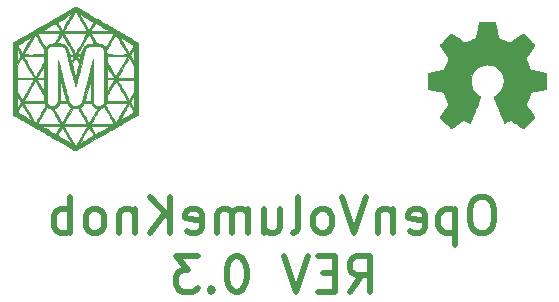
<source format=gbr>
%TF.GenerationSoftware,KiCad,Pcbnew,(5.1.10)-1*%
%TF.CreationDate,2021-12-21T20:41:06+01:00*%
%TF.ProjectId,VolumeKnob,566f6c75-6d65-44b6-9e6f-622e6b696361,rev?*%
%TF.SameCoordinates,Original*%
%TF.FileFunction,Legend,Bot*%
%TF.FilePolarity,Positive*%
%FSLAX46Y46*%
G04 Gerber Fmt 4.6, Leading zero omitted, Abs format (unit mm)*
G04 Created by KiCad (PCBNEW (5.1.10)-1) date 2021-12-21 20:41:06*
%MOMM*%
%LPD*%
G01*
G04 APERTURE LIST*
%ADD10C,0.500000*%
%ADD11C,0.010000*%
G04 APERTURE END LIST*
D10*
X116058571Y-103687142D02*
X115487142Y-103687142D01*
X115201428Y-103830000D01*
X114915714Y-104115714D01*
X114772857Y-104687142D01*
X114772857Y-105687142D01*
X114915714Y-106258571D01*
X115201428Y-106544285D01*
X115487142Y-106687142D01*
X116058571Y-106687142D01*
X116344285Y-106544285D01*
X116630000Y-106258571D01*
X116772857Y-105687142D01*
X116772857Y-104687142D01*
X116630000Y-104115714D01*
X116344285Y-103830000D01*
X116058571Y-103687142D01*
X113487142Y-104687142D02*
X113487142Y-107687142D01*
X113487142Y-104830000D02*
X113201428Y-104687142D01*
X112630000Y-104687142D01*
X112344285Y-104830000D01*
X112201428Y-104972857D01*
X112058571Y-105258571D01*
X112058571Y-106115714D01*
X112201428Y-106401428D01*
X112344285Y-106544285D01*
X112630000Y-106687142D01*
X113201428Y-106687142D01*
X113487142Y-106544285D01*
X109630000Y-106544285D02*
X109915714Y-106687142D01*
X110487142Y-106687142D01*
X110772857Y-106544285D01*
X110915714Y-106258571D01*
X110915714Y-105115714D01*
X110772857Y-104830000D01*
X110487142Y-104687142D01*
X109915714Y-104687142D01*
X109630000Y-104830000D01*
X109487142Y-105115714D01*
X109487142Y-105401428D01*
X110915714Y-105687142D01*
X108201428Y-104687142D02*
X108201428Y-106687142D01*
X108201428Y-104972857D02*
X108058571Y-104830000D01*
X107772857Y-104687142D01*
X107344285Y-104687142D01*
X107058571Y-104830000D01*
X106915714Y-105115714D01*
X106915714Y-106687142D01*
X105915714Y-103687142D02*
X104915714Y-106687142D01*
X103915714Y-103687142D01*
X102487142Y-106687142D02*
X102772857Y-106544285D01*
X102915714Y-106401428D01*
X103058571Y-106115714D01*
X103058571Y-105258571D01*
X102915714Y-104972857D01*
X102772857Y-104830000D01*
X102487142Y-104687142D01*
X102058571Y-104687142D01*
X101772857Y-104830000D01*
X101630000Y-104972857D01*
X101487142Y-105258571D01*
X101487142Y-106115714D01*
X101630000Y-106401428D01*
X101772857Y-106544285D01*
X102058571Y-106687142D01*
X102487142Y-106687142D01*
X99772857Y-106687142D02*
X100058571Y-106544285D01*
X100201428Y-106258571D01*
X100201428Y-103687142D01*
X97344285Y-104687142D02*
X97344285Y-106687142D01*
X98630000Y-104687142D02*
X98630000Y-106258571D01*
X98487142Y-106544285D01*
X98201428Y-106687142D01*
X97772857Y-106687142D01*
X97487142Y-106544285D01*
X97344285Y-106401428D01*
X95915714Y-106687142D02*
X95915714Y-104687142D01*
X95915714Y-104972857D02*
X95772857Y-104830000D01*
X95487142Y-104687142D01*
X95058571Y-104687142D01*
X94772857Y-104830000D01*
X94630000Y-105115714D01*
X94630000Y-106687142D01*
X94630000Y-105115714D02*
X94487142Y-104830000D01*
X94201428Y-104687142D01*
X93772857Y-104687142D01*
X93487142Y-104830000D01*
X93344285Y-105115714D01*
X93344285Y-106687142D01*
X90772857Y-106544285D02*
X91058571Y-106687142D01*
X91630000Y-106687142D01*
X91915714Y-106544285D01*
X92058571Y-106258571D01*
X92058571Y-105115714D01*
X91915714Y-104830000D01*
X91630000Y-104687142D01*
X91058571Y-104687142D01*
X90772857Y-104830000D01*
X90630000Y-105115714D01*
X90630000Y-105401428D01*
X92058571Y-105687142D01*
X89344285Y-106687142D02*
X89344285Y-103687142D01*
X87630000Y-106687142D02*
X88915714Y-104972857D01*
X87630000Y-103687142D02*
X89344285Y-105401428D01*
X86344285Y-104687142D02*
X86344285Y-106687142D01*
X86344285Y-104972857D02*
X86201428Y-104830000D01*
X85915714Y-104687142D01*
X85487142Y-104687142D01*
X85201428Y-104830000D01*
X85058571Y-105115714D01*
X85058571Y-106687142D01*
X83201428Y-106687142D02*
X83487142Y-106544285D01*
X83630000Y-106401428D01*
X83772857Y-106115714D01*
X83772857Y-105258571D01*
X83630000Y-104972857D01*
X83487142Y-104830000D01*
X83201428Y-104687142D01*
X82772857Y-104687142D01*
X82487142Y-104830000D01*
X82344285Y-104972857D01*
X82201428Y-105258571D01*
X82201428Y-106115714D01*
X82344285Y-106401428D01*
X82487142Y-106544285D01*
X82772857Y-106687142D01*
X83201428Y-106687142D01*
X80915714Y-106687142D02*
X80915714Y-103687142D01*
X80915714Y-104830000D02*
X80630000Y-104687142D01*
X80058571Y-104687142D01*
X79772857Y-104830000D01*
X79630000Y-104972857D01*
X79487142Y-105258571D01*
X79487142Y-106115714D01*
X79630000Y-106401428D01*
X79772857Y-106544285D01*
X80058571Y-106687142D01*
X80630000Y-106687142D01*
X80915714Y-106544285D01*
X104558571Y-111687142D02*
X105558571Y-110258571D01*
X106272857Y-111687142D02*
X106272857Y-108687142D01*
X105130000Y-108687142D01*
X104844285Y-108830000D01*
X104701428Y-108972857D01*
X104558571Y-109258571D01*
X104558571Y-109687142D01*
X104701428Y-109972857D01*
X104844285Y-110115714D01*
X105130000Y-110258571D01*
X106272857Y-110258571D01*
X103272857Y-110115714D02*
X102272857Y-110115714D01*
X101844285Y-111687142D02*
X103272857Y-111687142D01*
X103272857Y-108687142D01*
X101844285Y-108687142D01*
X100987142Y-108687142D02*
X99987142Y-111687142D01*
X98987142Y-108687142D01*
X95130000Y-108687142D02*
X94844285Y-108687142D01*
X94558571Y-108830000D01*
X94415714Y-108972857D01*
X94272857Y-109258571D01*
X94130000Y-109830000D01*
X94130000Y-110544285D01*
X94272857Y-111115714D01*
X94415714Y-111401428D01*
X94558571Y-111544285D01*
X94844285Y-111687142D01*
X95130000Y-111687142D01*
X95415714Y-111544285D01*
X95558571Y-111401428D01*
X95701428Y-111115714D01*
X95844285Y-110544285D01*
X95844285Y-109830000D01*
X95701428Y-109258571D01*
X95558571Y-108972857D01*
X95415714Y-108830000D01*
X95130000Y-108687142D01*
X92844285Y-111401428D02*
X92701428Y-111544285D01*
X92844285Y-111687142D01*
X92987142Y-111544285D01*
X92844285Y-111401428D01*
X92844285Y-111687142D01*
X91701428Y-108687142D02*
X89844285Y-108687142D01*
X90844285Y-109830000D01*
X90415714Y-109830000D01*
X90130000Y-109972857D01*
X89987142Y-110115714D01*
X89844285Y-110401428D01*
X89844285Y-111115714D01*
X89987142Y-111401428D01*
X90130000Y-111544285D01*
X90415714Y-111687142D01*
X91272857Y-111687142D01*
X91558571Y-111544285D01*
X91701428Y-111401428D01*
D11*
%TO.C,G\u002A\u002A\u002A*%
G36*
X116287829Y-88818663D02*
G01*
X116415822Y-88819861D01*
X116535601Y-88821995D01*
X116642494Y-88825065D01*
X116731826Y-88829069D01*
X116798922Y-88834008D01*
X116839109Y-88839880D01*
X116847520Y-88843067D01*
X116856973Y-88855460D01*
X116867584Y-88881231D01*
X116879994Y-88923203D01*
X116894842Y-88984199D01*
X116912769Y-89067043D01*
X116934415Y-89174557D01*
X116960419Y-89309564D01*
X116991423Y-89474888D01*
X116994372Y-89490767D01*
X117020871Y-89633258D01*
X117045724Y-89766356D01*
X117068187Y-89886122D01*
X117087519Y-89988619D01*
X117102975Y-90069907D01*
X117113814Y-90126051D01*
X117119292Y-90153110D01*
X117119458Y-90153825D01*
X117124276Y-90168144D01*
X117133619Y-90181864D01*
X117150675Y-90196560D01*
X117178635Y-90213807D01*
X117220687Y-90235180D01*
X117280022Y-90262255D01*
X117359829Y-90296605D01*
X117463297Y-90339807D01*
X117593615Y-90393435D01*
X117658386Y-90419963D01*
X117782841Y-90470016D01*
X117891529Y-90511969D01*
X117981053Y-90544605D01*
X118048016Y-90566710D01*
X118089021Y-90577067D01*
X118098652Y-90577477D01*
X118120524Y-90566415D01*
X118166912Y-90538178D01*
X118234526Y-90494927D01*
X118320078Y-90438821D01*
X118420279Y-90372020D01*
X118531840Y-90296684D01*
X118651470Y-90214973D01*
X118668588Y-90203208D01*
X118788898Y-90121059D01*
X118901510Y-90045327D01*
X119003157Y-89978121D01*
X119090575Y-89921549D01*
X119160497Y-89877722D01*
X119209658Y-89848749D01*
X119234793Y-89836739D01*
X119236265Y-89836530D01*
X119258745Y-89848880D01*
X119303914Y-89885705D01*
X119371412Y-89946668D01*
X119460876Y-90031432D01*
X119571945Y-90139661D01*
X119704259Y-90271017D01*
X119731882Y-90298673D01*
X119834437Y-90401890D01*
X119929060Y-90497921D01*
X120013160Y-90584073D01*
X120084141Y-90657654D01*
X120139408Y-90715971D01*
X120176370Y-90756331D01*
X120192430Y-90776040D01*
X120192905Y-90777266D01*
X120191534Y-90784528D01*
X120186320Y-90796464D01*
X120175612Y-90815558D01*
X120157761Y-90844297D01*
X120131114Y-90885167D01*
X120094022Y-90940653D01*
X120044833Y-91013242D01*
X119981898Y-91105419D01*
X119903565Y-91219669D01*
X119808184Y-91358480D01*
X119772621Y-91410195D01*
X119698199Y-91519040D01*
X119629534Y-91620677D01*
X119569145Y-91711286D01*
X119519548Y-91787045D01*
X119483259Y-91844134D01*
X119462797Y-91878731D01*
X119459642Y-91885323D01*
X119456253Y-91901698D01*
X119457767Y-91924432D01*
X119465434Y-91957028D01*
X119480506Y-92002988D01*
X119504235Y-92065816D01*
X119537873Y-92149017D01*
X119582671Y-92256092D01*
X119639882Y-92390546D01*
X119641554Y-92394458D01*
X119692451Y-92512587D01*
X119739957Y-92621139D01*
X119782228Y-92716037D01*
X119817425Y-92793208D01*
X119843707Y-92848577D01*
X119859230Y-92878069D01*
X119861555Y-92881304D01*
X119882581Y-92889360D01*
X119933220Y-92902627D01*
X120009753Y-92920306D01*
X120108466Y-92941598D01*
X120225640Y-92965702D01*
X120357559Y-92991820D01*
X120500506Y-93019152D01*
X120515725Y-93022008D01*
X120658309Y-93049069D01*
X120790797Y-93074898D01*
X120909404Y-93098706D01*
X121010345Y-93119703D01*
X121089833Y-93137098D01*
X121144082Y-93150103D01*
X121169309Y-93157928D01*
X121170280Y-93158541D01*
X121176080Y-93170457D01*
X121180823Y-93197443D01*
X121184596Y-93242186D01*
X121187487Y-93307372D01*
X121189582Y-93395690D01*
X121190970Y-93509826D01*
X121191737Y-93652467D01*
X121191972Y-93825194D01*
X121191833Y-93992859D01*
X121191334Y-94129853D01*
X121190348Y-94239372D01*
X121188749Y-94324613D01*
X121186412Y-94388771D01*
X121183209Y-94435041D01*
X121179017Y-94466619D01*
X121173708Y-94486702D01*
X121167156Y-94498484D01*
X121165362Y-94500454D01*
X121141306Y-94521577D01*
X121131300Y-94527064D01*
X121110961Y-94530101D01*
X121062048Y-94538625D01*
X120989251Y-94551755D01*
X120897259Y-94568611D01*
X120790761Y-94588312D01*
X120674446Y-94609977D01*
X120553003Y-94632725D01*
X120431122Y-94655677D01*
X120313492Y-94677951D01*
X120204802Y-94698667D01*
X120109741Y-94716943D01*
X120032998Y-94731900D01*
X119979263Y-94742657D01*
X119953462Y-94748270D01*
X119900006Y-94773130D01*
X119866144Y-94819097D01*
X119866041Y-94819316D01*
X119846599Y-94863239D01*
X119818670Y-94929775D01*
X119784116Y-95014177D01*
X119744802Y-95111695D01*
X119702592Y-95217581D01*
X119659348Y-95327086D01*
X119616936Y-95435461D01*
X119577218Y-95537957D01*
X119542059Y-95629825D01*
X119513322Y-95706317D01*
X119492872Y-95762683D01*
X119482571Y-95794175D01*
X119481705Y-95798588D01*
X119490995Y-95818555D01*
X119517408Y-95862979D01*
X119558757Y-95928492D01*
X119612859Y-96011726D01*
X119677527Y-96109316D01*
X119750577Y-96217893D01*
X119819388Y-96318879D01*
X119914494Y-96457654D01*
X119992157Y-96571191D01*
X120054032Y-96662220D01*
X120101774Y-96733472D01*
X120137037Y-96787678D01*
X120161475Y-96827568D01*
X120176742Y-96855874D01*
X120184493Y-96875326D01*
X120186382Y-96888655D01*
X120184063Y-96898592D01*
X120179191Y-96907866D01*
X120177752Y-96910430D01*
X120159319Y-96934000D01*
X120120469Y-96976702D01*
X120064454Y-97035359D01*
X119994525Y-97106793D01*
X119913935Y-97187828D01*
X119825936Y-97275284D01*
X119733778Y-97365986D01*
X119640716Y-97456755D01*
X119550000Y-97544413D01*
X119464882Y-97625784D01*
X119388615Y-97697689D01*
X119324450Y-97756952D01*
X119275640Y-97800394D01*
X119245436Y-97824838D01*
X119237595Y-97829064D01*
X119216716Y-97819749D01*
X119171515Y-97793293D01*
X119105448Y-97751925D01*
X119021973Y-97697877D01*
X118924545Y-97633379D01*
X118816621Y-97560662D01*
X118730330Y-97501701D01*
X118616047Y-97423331D01*
X118509204Y-97350405D01*
X118413369Y-97285331D01*
X118332110Y-97230519D01*
X118268992Y-97188376D01*
X118227584Y-97161312D01*
X118213138Y-97152473D01*
X118195796Y-97145570D01*
X118175355Y-97144713D01*
X118146897Y-97151723D01*
X118105504Y-97168423D01*
X118046260Y-97196635D01*
X117964246Y-97238181D01*
X117919300Y-97261351D01*
X117818175Y-97312189D01*
X117738651Y-97349133D01*
X117683038Y-97371199D01*
X117653648Y-97377401D01*
X117650336Y-97376068D01*
X117641046Y-97357845D01*
X117620074Y-97311174D01*
X117588638Y-97238922D01*
X117547956Y-97143955D01*
X117499245Y-97029139D01*
X117443723Y-96897340D01*
X117382607Y-96751424D01*
X117317115Y-96594259D01*
X117270190Y-96481187D01*
X117174480Y-96250149D01*
X117090938Y-96048381D01*
X117018758Y-95873872D01*
X116957133Y-95724608D01*
X116905257Y-95598576D01*
X116862324Y-95493765D01*
X116827527Y-95408162D01*
X116800059Y-95339754D01*
X116779116Y-95286529D01*
X116763889Y-95246475D01*
X116753572Y-95217579D01*
X116747360Y-95197828D01*
X116744446Y-95185210D01*
X116744023Y-95177713D01*
X116745285Y-95173324D01*
X116745782Y-95172456D01*
X116762625Y-95157153D01*
X116801329Y-95126983D01*
X116855971Y-95086445D01*
X116914709Y-95044224D01*
X117093428Y-94904919D01*
X117241002Y-94761175D01*
X117360146Y-94609154D01*
X117453576Y-94445015D01*
X117524007Y-94264919D01*
X117560027Y-94131916D01*
X117574655Y-94040819D01*
X117583299Y-93928961D01*
X117585764Y-93808949D01*
X117581857Y-93693391D01*
X117571382Y-93594895D01*
X117568566Y-93578797D01*
X117512299Y-93369983D01*
X117426727Y-93176067D01*
X117313938Y-92999235D01*
X117176017Y-92841672D01*
X117015050Y-92705563D01*
X116833125Y-92593095D01*
X116632326Y-92506451D01*
X116509442Y-92469255D01*
X116405014Y-92450296D01*
X116280000Y-92440000D01*
X116146553Y-92438366D01*
X116016825Y-92445392D01*
X115902970Y-92461078D01*
X115866439Y-92469298D01*
X115656228Y-92539973D01*
X115463465Y-92637955D01*
X115290278Y-92761015D01*
X115138791Y-92906925D01*
X115011131Y-93073459D01*
X114909424Y-93258389D01*
X114835795Y-93459487D01*
X114807531Y-93578797D01*
X114795533Y-93673263D01*
X114790344Y-93787394D01*
X114791767Y-93908387D01*
X114799603Y-94023440D01*
X114813654Y-94119749D01*
X114816099Y-94130977D01*
X114873181Y-94325642D01*
X114952038Y-94501863D01*
X115055280Y-94663333D01*
X115185515Y-94813743D01*
X115345352Y-94956786D01*
X115461235Y-95043940D01*
X115525386Y-95090140D01*
X115579052Y-95130154D01*
X115616298Y-95159467D01*
X115630943Y-95173073D01*
X115625919Y-95190226D01*
X115609184Y-95235571D01*
X115581998Y-95306017D01*
X115545622Y-95398472D01*
X115501317Y-95509844D01*
X115450345Y-95637042D01*
X115393966Y-95776975D01*
X115333441Y-95926550D01*
X115270033Y-96082677D01*
X115205000Y-96242264D01*
X115139605Y-96402219D01*
X115075109Y-96559451D01*
X115012773Y-96710868D01*
X114953857Y-96853379D01*
X114899623Y-96983893D01*
X114851332Y-97099317D01*
X114810244Y-97196561D01*
X114777622Y-97272532D01*
X114754726Y-97324140D01*
X114746127Y-97342231D01*
X114725782Y-97374927D01*
X114709602Y-97388794D01*
X114709437Y-97388797D01*
X114690579Y-97381225D01*
X114647543Y-97360393D01*
X114585952Y-97329126D01*
X114511432Y-97290252D01*
X114477039Y-97272020D01*
X114396282Y-97229581D01*
X114323661Y-97192469D01*
X114265587Y-97163886D01*
X114228473Y-97147030D01*
X114221261Y-97144384D01*
X114193721Y-97144765D01*
X114153284Y-97161028D01*
X114094928Y-97195538D01*
X114051928Y-97224140D01*
X114000978Y-97258937D01*
X113927609Y-97309095D01*
X113837342Y-97370837D01*
X113735698Y-97440387D01*
X113628200Y-97513966D01*
X113543569Y-97571910D01*
X113442746Y-97640207D01*
X113349909Y-97701683D01*
X113269027Y-97753823D01*
X113204068Y-97794110D01*
X113159003Y-97820029D01*
X113137905Y-97829064D01*
X113119277Y-97817438D01*
X113079603Y-97784265D01*
X113021625Y-97732103D01*
X112948084Y-97663509D01*
X112861724Y-97581042D01*
X112765286Y-97487259D01*
X112661512Y-97384719D01*
X112661357Y-97384564D01*
X112559535Y-97282830D01*
X112464998Y-97187703D01*
X112380522Y-97102029D01*
X112308886Y-97028653D01*
X112252868Y-96970421D01*
X112215245Y-96930180D01*
X112198795Y-96910777D01*
X112198592Y-96910430D01*
X112193336Y-96900891D01*
X112190216Y-96891379D01*
X112190885Y-96879166D01*
X112196998Y-96861519D01*
X112210209Y-96835709D01*
X112232173Y-96799005D01*
X112264543Y-96748675D01*
X112308975Y-96681989D01*
X112367122Y-96596217D01*
X112440639Y-96488627D01*
X112531179Y-96356489D01*
X112556956Y-96318879D01*
X112635528Y-96203470D01*
X112707625Y-96096114D01*
X112771060Y-96000177D01*
X112823649Y-95919027D01*
X112863205Y-95856031D01*
X112887543Y-95814556D01*
X112894639Y-95798588D01*
X112888595Y-95777575D01*
X112871708Y-95729920D01*
X112845840Y-95660370D01*
X112812855Y-95573675D01*
X112774618Y-95474583D01*
X112732992Y-95367843D01*
X112689840Y-95258205D01*
X112647027Y-95150416D01*
X112606416Y-95049225D01*
X112569871Y-94959382D01*
X112539256Y-94885636D01*
X112516435Y-94832734D01*
X112510303Y-94819316D01*
X112476412Y-94773190D01*
X112422902Y-94748210D01*
X112422882Y-94748205D01*
X112395498Y-94742212D01*
X112340595Y-94731174D01*
X112262877Y-94715976D01*
X112167044Y-94697500D01*
X112057798Y-94676632D01*
X111939843Y-94654256D01*
X111817878Y-94631257D01*
X111696607Y-94608518D01*
X111580730Y-94586924D01*
X111474951Y-94567359D01*
X111383972Y-94550708D01*
X111312493Y-94537855D01*
X111265216Y-94529685D01*
X111247111Y-94527064D01*
X111228975Y-94516507D01*
X111210981Y-94500454D01*
X111204109Y-94490207D01*
X111198510Y-94472436D01*
X111194057Y-94443945D01*
X111190626Y-94401539D01*
X111188090Y-94342022D01*
X111186323Y-94262199D01*
X111185200Y-94158874D01*
X111184594Y-94028851D01*
X111184379Y-93868934D01*
X111184372Y-93825194D01*
X111184609Y-93651550D01*
X111185380Y-93509083D01*
X111186772Y-93395105D01*
X111188871Y-93306929D01*
X111191767Y-93241869D01*
X111195545Y-93197238D01*
X111200294Y-93170347D01*
X111206064Y-93158541D01*
X111227108Y-93151471D01*
X111277685Y-93139115D01*
X111354007Y-93122263D01*
X111452289Y-93101703D01*
X111568746Y-93078227D01*
X111699592Y-93052623D01*
X111841042Y-93025681D01*
X111860619Y-93022008D01*
X112003225Y-92994836D01*
X112135737Y-92968700D01*
X112254365Y-92944412D01*
X112355323Y-92922789D01*
X112434823Y-92904643D01*
X112489077Y-92890788D01*
X112514297Y-92882040D01*
X112515261Y-92881304D01*
X112527653Y-92860034D01*
X112550790Y-92812323D01*
X112582624Y-92742966D01*
X112621106Y-92656758D01*
X112664186Y-92558495D01*
X112709816Y-92452973D01*
X112755947Y-92344987D01*
X112800529Y-92239333D01*
X112841514Y-92140806D01*
X112876852Y-92054202D01*
X112904495Y-91984316D01*
X112922393Y-91935944D01*
X112928505Y-91914152D01*
X112926666Y-91903458D01*
X112919895Y-91887184D01*
X112906311Y-91862421D01*
X112884034Y-91826258D01*
X112851185Y-91775785D01*
X112805882Y-91708093D01*
X112746245Y-91620271D01*
X112670394Y-91509410D01*
X112612042Y-91424397D01*
X112501460Y-91263119D01*
X112409273Y-91127985D01*
X112334429Y-91017412D01*
X112275878Y-90929815D01*
X112232569Y-90863610D01*
X112203451Y-90817214D01*
X112187473Y-90789043D01*
X112183439Y-90778320D01*
X112195016Y-90762820D01*
X112228017Y-90726146D01*
X112279848Y-90670996D01*
X112347913Y-90600071D01*
X112429616Y-90516070D01*
X112522364Y-90421695D01*
X112623560Y-90319643D01*
X112644461Y-90298673D01*
X112782356Y-90161336D01*
X112897549Y-90048558D01*
X112990348Y-89960050D01*
X113061064Y-89895524D01*
X113110008Y-89854691D01*
X113137488Y-89837264D01*
X113141066Y-89836530D01*
X113166564Y-89845843D01*
X113214060Y-89871575D01*
X113278022Y-89910420D01*
X113352921Y-89959069D01*
X113403943Y-89993753D01*
X113583297Y-90117703D01*
X113736856Y-90223555D01*
X113866579Y-90312620D01*
X113974424Y-90386208D01*
X114062353Y-90445628D01*
X114132323Y-90492191D01*
X114186295Y-90527205D01*
X114226227Y-90551982D01*
X114254079Y-90567831D01*
X114271811Y-90576061D01*
X114277464Y-90577723D01*
X114303733Y-90573519D01*
X114357252Y-90557329D01*
X114434156Y-90530533D01*
X114530580Y-90494514D01*
X114642657Y-90450653D01*
X114717731Y-90420363D01*
X114860708Y-90361898D01*
X114975441Y-90314459D01*
X115065117Y-90276469D01*
X115132926Y-90246352D01*
X115182058Y-90222531D01*
X115215701Y-90203430D01*
X115237045Y-90187472D01*
X115249279Y-90173081D01*
X115255591Y-90158679D01*
X115256878Y-90153825D01*
X115261950Y-90128990D01*
X115272447Y-90074793D01*
X115287626Y-89995170D01*
X115306743Y-89894057D01*
X115329052Y-89775392D01*
X115353811Y-89643111D01*
X115380274Y-89501152D01*
X115382244Y-89490563D01*
X115413874Y-89322002D01*
X115440443Y-89184043D01*
X115462583Y-89073899D01*
X115480925Y-88988789D01*
X115496100Y-88925926D01*
X115508739Y-88882528D01*
X115519475Y-88855809D01*
X115528937Y-88842986D01*
X115529103Y-88842863D01*
X115554534Y-88836546D01*
X115609145Y-88831171D01*
X115688261Y-88826738D01*
X115787208Y-88823244D01*
X115901312Y-88820691D01*
X116025900Y-88819078D01*
X116156297Y-88818401D01*
X116287829Y-88818663D01*
G37*
X116287829Y-88818663D02*
X116415822Y-88819861D01*
X116535601Y-88821995D01*
X116642494Y-88825065D01*
X116731826Y-88829069D01*
X116798922Y-88834008D01*
X116839109Y-88839880D01*
X116847520Y-88843067D01*
X116856973Y-88855460D01*
X116867584Y-88881231D01*
X116879994Y-88923203D01*
X116894842Y-88984199D01*
X116912769Y-89067043D01*
X116934415Y-89174557D01*
X116960419Y-89309564D01*
X116991423Y-89474888D01*
X116994372Y-89490767D01*
X117020871Y-89633258D01*
X117045724Y-89766356D01*
X117068187Y-89886122D01*
X117087519Y-89988619D01*
X117102975Y-90069907D01*
X117113814Y-90126051D01*
X117119292Y-90153110D01*
X117119458Y-90153825D01*
X117124276Y-90168144D01*
X117133619Y-90181864D01*
X117150675Y-90196560D01*
X117178635Y-90213807D01*
X117220687Y-90235180D01*
X117280022Y-90262255D01*
X117359829Y-90296605D01*
X117463297Y-90339807D01*
X117593615Y-90393435D01*
X117658386Y-90419963D01*
X117782841Y-90470016D01*
X117891529Y-90511969D01*
X117981053Y-90544605D01*
X118048016Y-90566710D01*
X118089021Y-90577067D01*
X118098652Y-90577477D01*
X118120524Y-90566415D01*
X118166912Y-90538178D01*
X118234526Y-90494927D01*
X118320078Y-90438821D01*
X118420279Y-90372020D01*
X118531840Y-90296684D01*
X118651470Y-90214973D01*
X118668588Y-90203208D01*
X118788898Y-90121059D01*
X118901510Y-90045327D01*
X119003157Y-89978121D01*
X119090575Y-89921549D01*
X119160497Y-89877722D01*
X119209658Y-89848749D01*
X119234793Y-89836739D01*
X119236265Y-89836530D01*
X119258745Y-89848880D01*
X119303914Y-89885705D01*
X119371412Y-89946668D01*
X119460876Y-90031432D01*
X119571945Y-90139661D01*
X119704259Y-90271017D01*
X119731882Y-90298673D01*
X119834437Y-90401890D01*
X119929060Y-90497921D01*
X120013160Y-90584073D01*
X120084141Y-90657654D01*
X120139408Y-90715971D01*
X120176370Y-90756331D01*
X120192430Y-90776040D01*
X120192905Y-90777266D01*
X120191534Y-90784528D01*
X120186320Y-90796464D01*
X120175612Y-90815558D01*
X120157761Y-90844297D01*
X120131114Y-90885167D01*
X120094022Y-90940653D01*
X120044833Y-91013242D01*
X119981898Y-91105419D01*
X119903565Y-91219669D01*
X119808184Y-91358480D01*
X119772621Y-91410195D01*
X119698199Y-91519040D01*
X119629534Y-91620677D01*
X119569145Y-91711286D01*
X119519548Y-91787045D01*
X119483259Y-91844134D01*
X119462797Y-91878731D01*
X119459642Y-91885323D01*
X119456253Y-91901698D01*
X119457767Y-91924432D01*
X119465434Y-91957028D01*
X119480506Y-92002988D01*
X119504235Y-92065816D01*
X119537873Y-92149017D01*
X119582671Y-92256092D01*
X119639882Y-92390546D01*
X119641554Y-92394458D01*
X119692451Y-92512587D01*
X119739957Y-92621139D01*
X119782228Y-92716037D01*
X119817425Y-92793208D01*
X119843707Y-92848577D01*
X119859230Y-92878069D01*
X119861555Y-92881304D01*
X119882581Y-92889360D01*
X119933220Y-92902627D01*
X120009753Y-92920306D01*
X120108466Y-92941598D01*
X120225640Y-92965702D01*
X120357559Y-92991820D01*
X120500506Y-93019152D01*
X120515725Y-93022008D01*
X120658309Y-93049069D01*
X120790797Y-93074898D01*
X120909404Y-93098706D01*
X121010345Y-93119703D01*
X121089833Y-93137098D01*
X121144082Y-93150103D01*
X121169309Y-93157928D01*
X121170280Y-93158541D01*
X121176080Y-93170457D01*
X121180823Y-93197443D01*
X121184596Y-93242186D01*
X121187487Y-93307372D01*
X121189582Y-93395690D01*
X121190970Y-93509826D01*
X121191737Y-93652467D01*
X121191972Y-93825194D01*
X121191833Y-93992859D01*
X121191334Y-94129853D01*
X121190348Y-94239372D01*
X121188749Y-94324613D01*
X121186412Y-94388771D01*
X121183209Y-94435041D01*
X121179017Y-94466619D01*
X121173708Y-94486702D01*
X121167156Y-94498484D01*
X121165362Y-94500454D01*
X121141306Y-94521577D01*
X121131300Y-94527064D01*
X121110961Y-94530101D01*
X121062048Y-94538625D01*
X120989251Y-94551755D01*
X120897259Y-94568611D01*
X120790761Y-94588312D01*
X120674446Y-94609977D01*
X120553003Y-94632725D01*
X120431122Y-94655677D01*
X120313492Y-94677951D01*
X120204802Y-94698667D01*
X120109741Y-94716943D01*
X120032998Y-94731900D01*
X119979263Y-94742657D01*
X119953462Y-94748270D01*
X119900006Y-94773130D01*
X119866144Y-94819097D01*
X119866041Y-94819316D01*
X119846599Y-94863239D01*
X119818670Y-94929775D01*
X119784116Y-95014177D01*
X119744802Y-95111695D01*
X119702592Y-95217581D01*
X119659348Y-95327086D01*
X119616936Y-95435461D01*
X119577218Y-95537957D01*
X119542059Y-95629825D01*
X119513322Y-95706317D01*
X119492872Y-95762683D01*
X119482571Y-95794175D01*
X119481705Y-95798588D01*
X119490995Y-95818555D01*
X119517408Y-95862979D01*
X119558757Y-95928492D01*
X119612859Y-96011726D01*
X119677527Y-96109316D01*
X119750577Y-96217893D01*
X119819388Y-96318879D01*
X119914494Y-96457654D01*
X119992157Y-96571191D01*
X120054032Y-96662220D01*
X120101774Y-96733472D01*
X120137037Y-96787678D01*
X120161475Y-96827568D01*
X120176742Y-96855874D01*
X120184493Y-96875326D01*
X120186382Y-96888655D01*
X120184063Y-96898592D01*
X120179191Y-96907866D01*
X120177752Y-96910430D01*
X120159319Y-96934000D01*
X120120469Y-96976702D01*
X120064454Y-97035359D01*
X119994525Y-97106793D01*
X119913935Y-97187828D01*
X119825936Y-97275284D01*
X119733778Y-97365986D01*
X119640716Y-97456755D01*
X119550000Y-97544413D01*
X119464882Y-97625784D01*
X119388615Y-97697689D01*
X119324450Y-97756952D01*
X119275640Y-97800394D01*
X119245436Y-97824838D01*
X119237595Y-97829064D01*
X119216716Y-97819749D01*
X119171515Y-97793293D01*
X119105448Y-97751925D01*
X119021973Y-97697877D01*
X118924545Y-97633379D01*
X118816621Y-97560662D01*
X118730330Y-97501701D01*
X118616047Y-97423331D01*
X118509204Y-97350405D01*
X118413369Y-97285331D01*
X118332110Y-97230519D01*
X118268992Y-97188376D01*
X118227584Y-97161312D01*
X118213138Y-97152473D01*
X118195796Y-97145570D01*
X118175355Y-97144713D01*
X118146897Y-97151723D01*
X118105504Y-97168423D01*
X118046260Y-97196635D01*
X117964246Y-97238181D01*
X117919300Y-97261351D01*
X117818175Y-97312189D01*
X117738651Y-97349133D01*
X117683038Y-97371199D01*
X117653648Y-97377401D01*
X117650336Y-97376068D01*
X117641046Y-97357845D01*
X117620074Y-97311174D01*
X117588638Y-97238922D01*
X117547956Y-97143955D01*
X117499245Y-97029139D01*
X117443723Y-96897340D01*
X117382607Y-96751424D01*
X117317115Y-96594259D01*
X117270190Y-96481187D01*
X117174480Y-96250149D01*
X117090938Y-96048381D01*
X117018758Y-95873872D01*
X116957133Y-95724608D01*
X116905257Y-95598576D01*
X116862324Y-95493765D01*
X116827527Y-95408162D01*
X116800059Y-95339754D01*
X116779116Y-95286529D01*
X116763889Y-95246475D01*
X116753572Y-95217579D01*
X116747360Y-95197828D01*
X116744446Y-95185210D01*
X116744023Y-95177713D01*
X116745285Y-95173324D01*
X116745782Y-95172456D01*
X116762625Y-95157153D01*
X116801329Y-95126983D01*
X116855971Y-95086445D01*
X116914709Y-95044224D01*
X117093428Y-94904919D01*
X117241002Y-94761175D01*
X117360146Y-94609154D01*
X117453576Y-94445015D01*
X117524007Y-94264919D01*
X117560027Y-94131916D01*
X117574655Y-94040819D01*
X117583299Y-93928961D01*
X117585764Y-93808949D01*
X117581857Y-93693391D01*
X117571382Y-93594895D01*
X117568566Y-93578797D01*
X117512299Y-93369983D01*
X117426727Y-93176067D01*
X117313938Y-92999235D01*
X117176017Y-92841672D01*
X117015050Y-92705563D01*
X116833125Y-92593095D01*
X116632326Y-92506451D01*
X116509442Y-92469255D01*
X116405014Y-92450296D01*
X116280000Y-92440000D01*
X116146553Y-92438366D01*
X116016825Y-92445392D01*
X115902970Y-92461078D01*
X115866439Y-92469298D01*
X115656228Y-92539973D01*
X115463465Y-92637955D01*
X115290278Y-92761015D01*
X115138791Y-92906925D01*
X115011131Y-93073459D01*
X114909424Y-93258389D01*
X114835795Y-93459487D01*
X114807531Y-93578797D01*
X114795533Y-93673263D01*
X114790344Y-93787394D01*
X114791767Y-93908387D01*
X114799603Y-94023440D01*
X114813654Y-94119749D01*
X114816099Y-94130977D01*
X114873181Y-94325642D01*
X114952038Y-94501863D01*
X115055280Y-94663333D01*
X115185515Y-94813743D01*
X115345352Y-94956786D01*
X115461235Y-95043940D01*
X115525386Y-95090140D01*
X115579052Y-95130154D01*
X115616298Y-95159467D01*
X115630943Y-95173073D01*
X115625919Y-95190226D01*
X115609184Y-95235571D01*
X115581998Y-95306017D01*
X115545622Y-95398472D01*
X115501317Y-95509844D01*
X115450345Y-95637042D01*
X115393966Y-95776975D01*
X115333441Y-95926550D01*
X115270033Y-96082677D01*
X115205000Y-96242264D01*
X115139605Y-96402219D01*
X115075109Y-96559451D01*
X115012773Y-96710868D01*
X114953857Y-96853379D01*
X114899623Y-96983893D01*
X114851332Y-97099317D01*
X114810244Y-97196561D01*
X114777622Y-97272532D01*
X114754726Y-97324140D01*
X114746127Y-97342231D01*
X114725782Y-97374927D01*
X114709602Y-97388794D01*
X114709437Y-97388797D01*
X114690579Y-97381225D01*
X114647543Y-97360393D01*
X114585952Y-97329126D01*
X114511432Y-97290252D01*
X114477039Y-97272020D01*
X114396282Y-97229581D01*
X114323661Y-97192469D01*
X114265587Y-97163886D01*
X114228473Y-97147030D01*
X114221261Y-97144384D01*
X114193721Y-97144765D01*
X114153284Y-97161028D01*
X114094928Y-97195538D01*
X114051928Y-97224140D01*
X114000978Y-97258937D01*
X113927609Y-97309095D01*
X113837342Y-97370837D01*
X113735698Y-97440387D01*
X113628200Y-97513966D01*
X113543569Y-97571910D01*
X113442746Y-97640207D01*
X113349909Y-97701683D01*
X113269027Y-97753823D01*
X113204068Y-97794110D01*
X113159003Y-97820029D01*
X113137905Y-97829064D01*
X113119277Y-97817438D01*
X113079603Y-97784265D01*
X113021625Y-97732103D01*
X112948084Y-97663509D01*
X112861724Y-97581042D01*
X112765286Y-97487259D01*
X112661512Y-97384719D01*
X112661357Y-97384564D01*
X112559535Y-97282830D01*
X112464998Y-97187703D01*
X112380522Y-97102029D01*
X112308886Y-97028653D01*
X112252868Y-96970421D01*
X112215245Y-96930180D01*
X112198795Y-96910777D01*
X112198592Y-96910430D01*
X112193336Y-96900891D01*
X112190216Y-96891379D01*
X112190885Y-96879166D01*
X112196998Y-96861519D01*
X112210209Y-96835709D01*
X112232173Y-96799005D01*
X112264543Y-96748675D01*
X112308975Y-96681989D01*
X112367122Y-96596217D01*
X112440639Y-96488627D01*
X112531179Y-96356489D01*
X112556956Y-96318879D01*
X112635528Y-96203470D01*
X112707625Y-96096114D01*
X112771060Y-96000177D01*
X112823649Y-95919027D01*
X112863205Y-95856031D01*
X112887543Y-95814556D01*
X112894639Y-95798588D01*
X112888595Y-95777575D01*
X112871708Y-95729920D01*
X112845840Y-95660370D01*
X112812855Y-95573675D01*
X112774618Y-95474583D01*
X112732992Y-95367843D01*
X112689840Y-95258205D01*
X112647027Y-95150416D01*
X112606416Y-95049225D01*
X112569871Y-94959382D01*
X112539256Y-94885636D01*
X112516435Y-94832734D01*
X112510303Y-94819316D01*
X112476412Y-94773190D01*
X112422902Y-94748210D01*
X112422882Y-94748205D01*
X112395498Y-94742212D01*
X112340595Y-94731174D01*
X112262877Y-94715976D01*
X112167044Y-94697500D01*
X112057798Y-94676632D01*
X111939843Y-94654256D01*
X111817878Y-94631257D01*
X111696607Y-94608518D01*
X111580730Y-94586924D01*
X111474951Y-94567359D01*
X111383972Y-94550708D01*
X111312493Y-94537855D01*
X111265216Y-94529685D01*
X111247111Y-94527064D01*
X111228975Y-94516507D01*
X111210981Y-94500454D01*
X111204109Y-94490207D01*
X111198510Y-94472436D01*
X111194057Y-94443945D01*
X111190626Y-94401539D01*
X111188090Y-94342022D01*
X111186323Y-94262199D01*
X111185200Y-94158874D01*
X111184594Y-94028851D01*
X111184379Y-93868934D01*
X111184372Y-93825194D01*
X111184609Y-93651550D01*
X111185380Y-93509083D01*
X111186772Y-93395105D01*
X111188871Y-93306929D01*
X111191767Y-93241869D01*
X111195545Y-93197238D01*
X111200294Y-93170347D01*
X111206064Y-93158541D01*
X111227108Y-93151471D01*
X111277685Y-93139115D01*
X111354007Y-93122263D01*
X111452289Y-93101703D01*
X111568746Y-93078227D01*
X111699592Y-93052623D01*
X111841042Y-93025681D01*
X111860619Y-93022008D01*
X112003225Y-92994836D01*
X112135737Y-92968700D01*
X112254365Y-92944412D01*
X112355323Y-92922789D01*
X112434823Y-92904643D01*
X112489077Y-92890788D01*
X112514297Y-92882040D01*
X112515261Y-92881304D01*
X112527653Y-92860034D01*
X112550790Y-92812323D01*
X112582624Y-92742966D01*
X112621106Y-92656758D01*
X112664186Y-92558495D01*
X112709816Y-92452973D01*
X112755947Y-92344987D01*
X112800529Y-92239333D01*
X112841514Y-92140806D01*
X112876852Y-92054202D01*
X112904495Y-91984316D01*
X112922393Y-91935944D01*
X112928505Y-91914152D01*
X112926666Y-91903458D01*
X112919895Y-91887184D01*
X112906311Y-91862421D01*
X112884034Y-91826258D01*
X112851185Y-91775785D01*
X112805882Y-91708093D01*
X112746245Y-91620271D01*
X112670394Y-91509410D01*
X112612042Y-91424397D01*
X112501460Y-91263119D01*
X112409273Y-91127985D01*
X112334429Y-91017412D01*
X112275878Y-90929815D01*
X112232569Y-90863610D01*
X112203451Y-90817214D01*
X112187473Y-90789043D01*
X112183439Y-90778320D01*
X112195016Y-90762820D01*
X112228017Y-90726146D01*
X112279848Y-90670996D01*
X112347913Y-90600071D01*
X112429616Y-90516070D01*
X112522364Y-90421695D01*
X112623560Y-90319643D01*
X112644461Y-90298673D01*
X112782356Y-90161336D01*
X112897549Y-90048558D01*
X112990348Y-89960050D01*
X113061064Y-89895524D01*
X113110008Y-89854691D01*
X113137488Y-89837264D01*
X113141066Y-89836530D01*
X113166564Y-89845843D01*
X113214060Y-89871575D01*
X113278022Y-89910420D01*
X113352921Y-89959069D01*
X113403943Y-89993753D01*
X113583297Y-90117703D01*
X113736856Y-90223555D01*
X113866579Y-90312620D01*
X113974424Y-90386208D01*
X114062353Y-90445628D01*
X114132323Y-90492191D01*
X114186295Y-90527205D01*
X114226227Y-90551982D01*
X114254079Y-90567831D01*
X114271811Y-90576061D01*
X114277464Y-90577723D01*
X114303733Y-90573519D01*
X114357252Y-90557329D01*
X114434156Y-90530533D01*
X114530580Y-90494514D01*
X114642657Y-90450653D01*
X114717731Y-90420363D01*
X114860708Y-90361898D01*
X114975441Y-90314459D01*
X115065117Y-90276469D01*
X115132926Y-90246352D01*
X115182058Y-90222531D01*
X115215701Y-90203430D01*
X115237045Y-90187472D01*
X115249279Y-90173081D01*
X115255591Y-90158679D01*
X115256878Y-90153825D01*
X115261950Y-90128990D01*
X115272447Y-90074793D01*
X115287626Y-89995170D01*
X115306743Y-89894057D01*
X115329052Y-89775392D01*
X115353811Y-89643111D01*
X115380274Y-89501152D01*
X115382244Y-89490563D01*
X115413874Y-89322002D01*
X115440443Y-89184043D01*
X115462583Y-89073899D01*
X115480925Y-88988789D01*
X115496100Y-88925926D01*
X115508739Y-88882528D01*
X115519475Y-88855809D01*
X115528937Y-88842986D01*
X115529103Y-88842863D01*
X115554534Y-88836546D01*
X115609145Y-88831171D01*
X115688261Y-88826738D01*
X115787208Y-88823244D01*
X115901312Y-88820691D01*
X116025900Y-88819078D01*
X116156297Y-88818401D01*
X116287829Y-88818663D01*
G36*
X81371830Y-87557132D02*
G01*
X81391861Y-87568566D01*
X81429882Y-87591742D01*
X81504025Y-87635567D01*
X81606353Y-87695401D01*
X81728929Y-87766602D01*
X81863400Y-87844290D01*
X82017551Y-87933167D01*
X82177755Y-88025628D01*
X82330535Y-88113889D01*
X82462414Y-88190164D01*
X82536500Y-88233082D01*
X82646711Y-88296865D01*
X82787021Y-88377871D01*
X82943462Y-88468046D01*
X83102067Y-88559337D01*
X83196900Y-88613848D01*
X83338558Y-88695322D01*
X83511727Y-88795070D01*
X83703953Y-88905909D01*
X83902785Y-89020659D01*
X84095770Y-89132138D01*
X84187500Y-89185170D01*
X84347624Y-89277759D01*
X84496846Y-89364012D01*
X84628419Y-89440033D01*
X84735596Y-89501925D01*
X84811631Y-89545790D01*
X84847900Y-89566658D01*
X84892410Y-89592286D01*
X84973063Y-89638863D01*
X85082043Y-89701871D01*
X85211536Y-89776792D01*
X85353730Y-89859109D01*
X85394000Y-89882429D01*
X85565894Y-89981916D01*
X85753195Y-90090211D01*
X85940579Y-90198462D01*
X86112727Y-90297816D01*
X86238652Y-90370402D01*
X86613404Y-90586234D01*
X86600500Y-96685044D01*
X86359200Y-96824817D01*
X86083320Y-96984584D01*
X85847845Y-97120864D01*
X85649250Y-97235685D01*
X85484014Y-97331074D01*
X85348612Y-97409059D01*
X85239521Y-97471668D01*
X85153217Y-97520929D01*
X85086178Y-97558868D01*
X85034880Y-97587514D01*
X85013000Y-97599551D01*
X84935403Y-97642831D01*
X84874763Y-97678220D01*
X84847900Y-97695487D01*
X84818642Y-97713899D01*
X84752758Y-97753181D01*
X84657705Y-97808956D01*
X84540939Y-97876848D01*
X84416100Y-97948923D01*
X84280548Y-98026938D01*
X84154724Y-98099374D01*
X84047473Y-98161138D01*
X83967640Y-98207135D01*
X83927150Y-98230494D01*
X83867337Y-98265054D01*
X83808041Y-98299300D01*
X83742896Y-98336905D01*
X83665533Y-98381541D01*
X83569586Y-98436883D01*
X83448688Y-98506602D01*
X83296471Y-98594373D01*
X83108000Y-98703042D01*
X82839476Y-98857870D01*
X82610952Y-98989649D01*
X82418415Y-99100698D01*
X82257854Y-99193338D01*
X82125256Y-99269886D01*
X82016608Y-99332664D01*
X81927899Y-99383990D01*
X81855116Y-99426185D01*
X81794248Y-99461567D01*
X81741280Y-99492457D01*
X81692203Y-99521174D01*
X81647500Y-99547397D01*
X81551302Y-99603580D01*
X81466596Y-99652526D01*
X81406612Y-99686609D01*
X81391520Y-99694902D01*
X81363296Y-99703474D01*
X81325934Y-99698764D01*
X81271160Y-99677474D01*
X81190702Y-99636310D01*
X81076286Y-99571976D01*
X81061320Y-99563371D01*
X80769157Y-99395124D01*
X80517168Y-99249966D01*
X80301486Y-99125667D01*
X80118247Y-99019997D01*
X79963582Y-98930725D01*
X79833626Y-98855622D01*
X79724512Y-98792458D01*
X79691700Y-98773437D01*
X79582993Y-98710537D01*
X79443710Y-98630159D01*
X79287350Y-98540081D01*
X79127413Y-98448082D01*
X79073250Y-98416971D01*
X79806000Y-98416971D01*
X79826741Y-98440032D01*
X79882844Y-98481185D01*
X79965130Y-98534095D01*
X80040950Y-98579089D01*
X80148402Y-98640917D01*
X80284989Y-98719712D01*
X80435917Y-98806928D01*
X80586392Y-98894021D01*
X80644200Y-98927523D01*
X80766259Y-98998162D01*
X80871786Y-99058983D01*
X80953479Y-99105799D01*
X81004040Y-99134422D01*
X81017140Y-99141432D01*
X81007823Y-99121099D01*
X80978977Y-99066372D01*
X80935887Y-98987181D01*
X80912559Y-98944950D01*
X80855661Y-98843038D01*
X80801335Y-98746814D01*
X80759213Y-98673310D01*
X80750964Y-98659200D01*
X80678938Y-98536135D01*
X80598222Y-98396926D01*
X80516446Y-98254854D01*
X80441241Y-98123201D01*
X80380238Y-98015248D01*
X80356944Y-97973400D01*
X80308118Y-97888504D01*
X80261786Y-97813817D01*
X80235612Y-97775901D01*
X80191368Y-97718102D01*
X80154980Y-97788601D01*
X80093522Y-97903726D01*
X80020378Y-98034927D01*
X79946720Y-98162549D01*
X79883719Y-98266933D01*
X79877496Y-98276822D01*
X79836909Y-98345771D01*
X79811003Y-98399088D01*
X79806000Y-98416971D01*
X79073250Y-98416971D01*
X79018600Y-98385581D01*
X78885990Y-98309260D01*
X78767934Y-98240926D01*
X78671761Y-98184851D01*
X78604800Y-98145309D01*
X78574381Y-98126576D01*
X78574100Y-98126372D01*
X78539534Y-98104926D01*
X78475319Y-98068008D01*
X78409000Y-98031130D01*
X78347043Y-97996492D01*
X78249993Y-97941427D01*
X78126689Y-97871014D01*
X77985968Y-97790333D01*
X77836669Y-97704462D01*
X77752494Y-97655900D01*
X78434405Y-97655900D01*
X78669352Y-97790153D01*
X78776881Y-97851755D01*
X78913550Y-97930285D01*
X79064537Y-98017214D01*
X79215021Y-98104014D01*
X79272350Y-98137132D01*
X79395260Y-98207026D01*
X79502793Y-98266006D01*
X79587368Y-98310088D01*
X79641401Y-98335287D01*
X79657275Y-98339428D01*
X79677710Y-98313550D01*
X79714728Y-98256017D01*
X79758178Y-98182949D01*
X79806382Y-98099035D01*
X79847907Y-98026523D01*
X79870933Y-97986100D01*
X79899223Y-97937240D01*
X79942907Y-97863012D01*
X79980987Y-97798872D01*
X80021745Y-97726584D01*
X80047338Y-97673455D01*
X80051508Y-97655900D01*
X80348028Y-97655900D01*
X80575784Y-98049600D01*
X80657265Y-98191094D01*
X80737011Y-98330728D01*
X80808555Y-98457097D01*
X80865432Y-98558797D01*
X80892623Y-98608400D01*
X80940639Y-98694968D01*
X80983023Y-98767145D01*
X81011065Y-98810134D01*
X81012211Y-98811600D01*
X81039722Y-98852723D01*
X81081820Y-98922981D01*
X81126570Y-99002100D01*
X81203859Y-99140208D01*
X81262393Y-99236775D01*
X81306475Y-99295523D01*
X81340410Y-99320173D01*
X81368502Y-99314451D01*
X81395054Y-99282077D01*
X81412890Y-99249750D01*
X81450476Y-99179617D01*
X81467834Y-99148783D01*
X81655605Y-99148783D01*
X81740452Y-99097470D01*
X81786503Y-99070297D01*
X81869177Y-99022196D01*
X81981010Y-98957481D01*
X82114539Y-98880468D01*
X82262302Y-98795470D01*
X82346000Y-98747417D01*
X82492880Y-98663049D01*
X82624499Y-98587260D01*
X82734641Y-98523643D01*
X82817088Y-98475796D01*
X82865623Y-98447312D01*
X82876007Y-98440913D01*
X82867285Y-98417411D01*
X82837210Y-98357378D01*
X82789753Y-98268319D01*
X82728889Y-98157739D01*
X82681550Y-98073518D01*
X82605859Y-97940483D01*
X82550824Y-97846485D01*
X82512213Y-97786270D01*
X82485797Y-97754587D01*
X82467348Y-97746184D01*
X82452635Y-97755808D01*
X82440189Y-97773792D01*
X82412538Y-97819628D01*
X82366442Y-97897893D01*
X82308721Y-97996944D01*
X82256241Y-98087700D01*
X82183576Y-98213678D01*
X82096801Y-98363915D01*
X82007293Y-98518722D01*
X81933330Y-98646500D01*
X81863732Y-98767480D01*
X81798938Y-98881606D01*
X81745514Y-98977215D01*
X81710024Y-99042645D01*
X81706188Y-99050041D01*
X81655605Y-99148783D01*
X81467834Y-99148783D01*
X81495128Y-99100301D01*
X81500526Y-99091000D01*
X81554271Y-98998596D01*
X81621868Y-98882060D01*
X81698427Y-98749857D01*
X81779059Y-98610451D01*
X81858873Y-98472303D01*
X81932980Y-98343880D01*
X81996490Y-98233643D01*
X82044513Y-98150057D01*
X82072161Y-98101586D01*
X82072828Y-98100400D01*
X82109522Y-98037137D01*
X82137681Y-97992013D01*
X82141848Y-97986100D01*
X82170508Y-97941325D01*
X82208317Y-97874133D01*
X82248340Y-97798070D01*
X82283642Y-97726678D01*
X82307286Y-97673503D01*
X82311429Y-97657510D01*
X82625400Y-97657510D01*
X82637211Y-97683588D01*
X82669161Y-97743673D01*
X82716021Y-97828611D01*
X82772566Y-97929249D01*
X82833566Y-98036431D01*
X82893796Y-98141004D01*
X82948027Y-98233814D01*
X82991032Y-98305706D01*
X83017585Y-98347526D01*
X83023345Y-98354400D01*
X83046985Y-98342250D01*
X83107275Y-98308534D01*
X83197023Y-98257347D01*
X83309041Y-98192789D01*
X83419230Y-98128809D01*
X83566627Y-98043150D01*
X83718884Y-97955016D01*
X83862286Y-97872323D01*
X83983115Y-97802989D01*
X84035100Y-97773349D01*
X84263700Y-97643480D01*
X83444550Y-97643340D01*
X83246352Y-97643732D01*
X83065432Y-97644910D01*
X82907776Y-97646771D01*
X82779374Y-97649210D01*
X82686212Y-97652124D01*
X82634279Y-97655409D01*
X82625400Y-97657510D01*
X82311429Y-97657510D01*
X82312777Y-97652310D01*
X82286077Y-97650316D01*
X82214134Y-97648798D01*
X82102501Y-97647774D01*
X81956733Y-97647260D01*
X81782383Y-97647274D01*
X81585005Y-97647833D01*
X81370155Y-97648954D01*
X81325545Y-97649248D01*
X80348028Y-97655900D01*
X80051508Y-97655900D01*
X80052326Y-97652460D01*
X80025428Y-97650223D01*
X79953878Y-97648577D01*
X79843819Y-97647546D01*
X79701396Y-97647155D01*
X79532753Y-97647429D01*
X79344035Y-97648392D01*
X79238373Y-97649187D01*
X78434405Y-97655900D01*
X77752494Y-97655900D01*
X77687631Y-97618480D01*
X77547693Y-97537469D01*
X77425694Y-97466505D01*
X77410667Y-97457719D01*
X78115311Y-97457719D01*
X78128067Y-97466497D01*
X78161707Y-97473668D01*
X78220377Y-97479372D01*
X78308221Y-97483748D01*
X78429384Y-97486938D01*
X78588010Y-97489080D01*
X78788246Y-97490316D01*
X79034234Y-97490785D01*
X79094002Y-97490800D01*
X80338095Y-97490800D01*
X82345132Y-97490800D01*
X82595856Y-97490800D01*
X83556778Y-97490411D01*
X83773766Y-97489769D01*
X83975396Y-97488112D01*
X84155876Y-97485565D01*
X84309412Y-97482257D01*
X84430213Y-97478316D01*
X84512485Y-97473870D01*
X84550436Y-97469046D01*
X84551724Y-97468456D01*
X84562891Y-97460501D01*
X84568977Y-97449681D01*
X84567511Y-97431067D01*
X84556020Y-97399731D01*
X84532034Y-97350743D01*
X84493080Y-97279173D01*
X84436687Y-97180093D01*
X84360383Y-97048572D01*
X84261697Y-96879683D01*
X84225431Y-96817700D01*
X84138876Y-96669428D01*
X84053295Y-96522210D01*
X83975019Y-96386985D01*
X83910383Y-96274691D01*
X83868811Y-96201750D01*
X83819935Y-96117514D01*
X83780300Y-96053525D01*
X83756416Y-96020139D01*
X83753027Y-96017600D01*
X83725648Y-96030065D01*
X83676616Y-96059925D01*
X83614440Y-96092556D01*
X83528452Y-96128259D01*
X83480733Y-96145049D01*
X83424216Y-96164829D01*
X83381442Y-96186896D01*
X83344496Y-96219918D01*
X83305461Y-96272562D01*
X83256422Y-96353496D01*
X83200414Y-96451974D01*
X83121892Y-96589981D01*
X83025837Y-96757035D01*
X82920725Y-96938542D01*
X82815028Y-97119909D01*
X82717221Y-97286545D01*
X82645100Y-97408250D01*
X82595856Y-97490800D01*
X82345132Y-97490800D01*
X82298261Y-97408250D01*
X82268434Y-97356327D01*
X82219145Y-97271194D01*
X82156572Y-97163492D01*
X82086892Y-97043868D01*
X82066417Y-97008774D01*
X81996215Y-96888341D01*
X81931707Y-96777404D01*
X81878944Y-96686384D01*
X81843975Y-96625705D01*
X81837914Y-96615074D01*
X81798260Y-96546150D01*
X81748402Y-96460779D01*
X81726711Y-96424000D01*
X81678439Y-96340469D01*
X81634470Y-96261152D01*
X81619850Y-96233500D01*
X81580661Y-96157300D01*
X81339414Y-96159698D01*
X81098168Y-96162096D01*
X80887831Y-96527998D01*
X80804192Y-96673253D01*
X80716931Y-96824389D01*
X80634558Y-96966688D01*
X80565589Y-97085431D01*
X80543974Y-97122500D01*
X80483783Y-97226308D01*
X80429734Y-97320875D01*
X80389306Y-97393049D01*
X80374275Y-97420950D01*
X80338095Y-97490800D01*
X79094002Y-97490800D01*
X79309883Y-97490452D01*
X79508961Y-97489463D01*
X79685721Y-97487910D01*
X79834650Y-97485871D01*
X79950234Y-97483425D01*
X80026958Y-97480650D01*
X80059309Y-97477623D01*
X80060000Y-97477104D01*
X80047915Y-97451501D01*
X80014599Y-97389961D01*
X79964460Y-97300402D01*
X79901905Y-97190743D01*
X79865613Y-97127854D01*
X79788336Y-96994241D01*
X79711308Y-96860675D01*
X79642214Y-96740513D01*
X79588744Y-96647109D01*
X79577408Y-96627200D01*
X79491643Y-96476378D01*
X79426429Y-96363557D01*
X79376964Y-96282713D01*
X79338444Y-96227826D01*
X79306069Y-96192873D01*
X79275036Y-96171833D01*
X79272560Y-96170889D01*
X79517348Y-96170889D01*
X79518324Y-96201073D01*
X79541870Y-96261008D01*
X79582912Y-96337830D01*
X79583770Y-96339271D01*
X79749934Y-96620982D01*
X79918698Y-96912539D01*
X80061872Y-97164594D01*
X80117399Y-97262462D01*
X80163000Y-97341032D01*
X80193531Y-97391557D01*
X80203827Y-97405894D01*
X80217319Y-97383712D01*
X80251503Y-97325585D01*
X80301674Y-97239565D01*
X80363126Y-97133701D01*
X80384317Y-97097100D01*
X80466851Y-96954461D01*
X80563160Y-96788015D01*
X80661577Y-96617927D01*
X80750435Y-96464358D01*
X80754840Y-96456745D01*
X80822176Y-96339122D01*
X80879377Y-96236819D01*
X80922016Y-96157941D01*
X80945671Y-96110592D01*
X80946783Y-96107433D01*
X81711017Y-96107433D01*
X81770304Y-96195866D01*
X81814334Y-96265472D01*
X81869518Y-96358015D01*
X81916346Y-96440021D01*
X82008507Y-96604388D01*
X82101071Y-96767552D01*
X82190552Y-96923558D01*
X82273466Y-97066450D01*
X82346330Y-97190274D01*
X82405659Y-97289074D01*
X82447969Y-97356896D01*
X82469776Y-97387783D01*
X82471574Y-97389039D01*
X82492229Y-97369222D01*
X82525499Y-97320386D01*
X82533816Y-97306489D01*
X82566026Y-97250715D01*
X82615880Y-97163672D01*
X82675984Y-97058290D01*
X82726123Y-96970100D01*
X82802898Y-96835493D01*
X82891814Y-96680577D01*
X82979345Y-96528881D01*
X83025151Y-96449917D01*
X83083955Y-96345848D01*
X83130535Y-96257652D01*
X83160294Y-96194460D01*
X83168635Y-96165406D01*
X83168503Y-96165151D01*
X83138114Y-96148556D01*
X83078393Y-96131946D01*
X83067018Y-96129683D01*
X82984170Y-96094759D01*
X82892967Y-96026392D01*
X82806224Y-95937321D01*
X82736756Y-95840281D01*
X82703006Y-95767862D01*
X82668068Y-95662000D01*
X82097295Y-95662000D01*
X82015392Y-95789635D01*
X81946680Y-95881951D01*
X81863776Y-95973585D01*
X81822253Y-96012352D01*
X81711017Y-96107433D01*
X80946783Y-96107433D01*
X80948999Y-96101145D01*
X80930821Y-96074590D01*
X80884921Y-96030819D01*
X80859121Y-96009387D01*
X80795243Y-95947873D01*
X80724150Y-95863918D01*
X80677726Y-95799837D01*
X80586207Y-95662000D01*
X80016101Y-95662000D01*
X79974247Y-95771593D01*
X79917405Y-95876201D01*
X79833479Y-95978503D01*
X79736765Y-96063908D01*
X79641562Y-96117827D01*
X79631568Y-96121282D01*
X79565661Y-96145561D01*
X79521537Y-96167634D01*
X79517348Y-96170889D01*
X79272560Y-96170889D01*
X79240543Y-96158685D01*
X79197788Y-96147407D01*
X79194012Y-96146442D01*
X79106468Y-96117078D01*
X79029651Y-96079918D01*
X79006799Y-96064569D01*
X78955613Y-96034081D01*
X78919134Y-96029061D01*
X78918019Y-96029670D01*
X78895439Y-96057438D01*
X78855550Y-96119137D01*
X78805143Y-96203977D01*
X78777078Y-96253570D01*
X78723476Y-96349318D01*
X78677181Y-96431010D01*
X78645146Y-96486419D01*
X78636808Y-96500200D01*
X78614461Y-96537521D01*
X78573576Y-96607656D01*
X78520736Y-96699265D01*
X78481986Y-96766900D01*
X78407984Y-96896063D01*
X78325264Y-97039903D01*
X78248377Y-97173133D01*
X78226991Y-97210069D01*
X78174959Y-97305164D01*
X78136403Y-97386012D01*
X78116370Y-97441421D01*
X78115311Y-97457719D01*
X77410667Y-97457719D01*
X77380300Y-97439964D01*
X77336052Y-97414236D01*
X77255479Y-97367579D01*
X77146266Y-97304435D01*
X77016098Y-97229246D01*
X76872660Y-97146456D01*
X76821500Y-97116942D01*
X76671145Y-97030100D01*
X76527579Y-96946972D01*
X76399505Y-96872612D01*
X76295625Y-96812076D01*
X76224644Y-96770418D01*
X76211900Y-96762855D01*
X76084900Y-96687143D01*
X76084900Y-96456521D01*
X76409623Y-96456521D01*
X76410381Y-96458963D01*
X76436951Y-96485746D01*
X76497251Y-96529317D01*
X76580429Y-96582107D01*
X76622303Y-96606780D01*
X76714468Y-96659840D01*
X76837671Y-96730785D01*
X76978932Y-96812139D01*
X77125273Y-96896427D01*
X77202500Y-96940912D01*
X77327957Y-97012604D01*
X77438181Y-97074496D01*
X77525655Y-97122457D01*
X77582865Y-97152354D01*
X77601890Y-97160493D01*
X77599801Y-97140947D01*
X77576072Y-97089901D01*
X77540976Y-97027250D01*
X77505023Y-96966137D01*
X77448615Y-96869446D01*
X77376652Y-96745613D01*
X77294037Y-96603079D01*
X77205671Y-96450283D01*
X77166985Y-96383284D01*
X77080788Y-96234354D01*
X77001052Y-96097390D01*
X76931944Y-95979485D01*
X76877630Y-95887731D01*
X76842276Y-95829224D01*
X76832733Y-95814241D01*
X76815148Y-95791162D01*
X76798537Y-95784303D01*
X76777646Y-95799411D01*
X76747220Y-95842233D01*
X76702007Y-95918518D01*
X76644597Y-96020057D01*
X76581245Y-96131338D01*
X76522079Y-96232781D01*
X76474178Y-96312395D01*
X76446842Y-96355051D01*
X76416696Y-96412377D01*
X76409623Y-96456521D01*
X76084900Y-96456521D01*
X76084900Y-95597000D01*
X76402400Y-95597000D01*
X76402976Y-95749597D01*
X76404582Y-95883215D01*
X76407034Y-95990167D01*
X76410149Y-96062764D01*
X76413743Y-96093315D01*
X76414269Y-96093800D01*
X76431136Y-96073293D01*
X76467703Y-96017733D01*
X76518266Y-95936057D01*
X76566669Y-95855017D01*
X76623572Y-95757319D01*
X76651771Y-95707720D01*
X76961200Y-95707720D01*
X76974351Y-95760860D01*
X76986648Y-95778888D01*
X77006913Y-95808245D01*
X77047716Y-95874308D01*
X77104575Y-95969573D01*
X77173008Y-96086536D01*
X77243800Y-96209418D01*
X77320974Y-96344290D01*
X77392308Y-96468867D01*
X77452802Y-96574425D01*
X77497457Y-96652238D01*
X77519603Y-96690700D01*
X77556664Y-96754910D01*
X77606349Y-96841209D01*
X77643935Y-96906600D01*
X77690193Y-96986407D01*
X77729061Y-97052171D01*
X77748817Y-97084400D01*
X77775748Y-97129763D01*
X77813771Y-97197906D01*
X77827946Y-97224100D01*
X77886004Y-97316291D01*
X77935288Y-97359532D01*
X77951800Y-97363322D01*
X77968154Y-97342582D01*
X78004806Y-97285227D01*
X78057088Y-97198887D01*
X78120337Y-97091191D01*
X78155000Y-97031048D01*
X78232593Y-96895585D01*
X78311328Y-96758125D01*
X78383037Y-96632932D01*
X78439550Y-96534267D01*
X78449562Y-96516786D01*
X78510979Y-96410023D01*
X78585300Y-96281505D01*
X78659750Y-96153310D01*
X78685823Y-96108576D01*
X78745201Y-96005017D01*
X78781627Y-95934180D01*
X78798680Y-95885464D01*
X78799939Y-95848271D01*
X78788985Y-95812000D01*
X78787333Y-95807962D01*
X78771469Y-95769565D01*
X78755488Y-95738563D01*
X78734173Y-95714166D01*
X78702303Y-95695583D01*
X78654662Y-95682027D01*
X78586031Y-95672705D01*
X78491190Y-95666829D01*
X78364922Y-95663609D01*
X78202009Y-95662255D01*
X77997231Y-95661977D01*
X77822985Y-95662000D01*
X77590830Y-95662130D01*
X77404468Y-95662698D01*
X77258896Y-95663970D01*
X77149106Y-95666211D01*
X77070094Y-95669686D01*
X77016854Y-95674661D01*
X76984380Y-95681402D01*
X76967667Y-95690174D01*
X76961709Y-95701243D01*
X76961200Y-95707720D01*
X76651771Y-95707720D01*
X76669416Y-95676685D01*
X76698915Y-95622538D01*
X76707200Y-95604503D01*
X76695101Y-95574990D01*
X76674685Y-95535662D01*
X76932378Y-95535662D01*
X78701100Y-95522300D01*
X78708451Y-95329186D01*
X78710904Y-95241020D01*
X78707399Y-95175507D01*
X78693561Y-95117933D01*
X78665014Y-95053588D01*
X78617383Y-94967758D01*
X78583816Y-94910086D01*
X78534513Y-94825555D01*
X78489496Y-94748035D01*
X78444031Y-94669273D01*
X78393387Y-94581019D01*
X78332829Y-94475019D01*
X78257627Y-94343022D01*
X78163046Y-94176777D01*
X78140994Y-94138000D01*
X78083004Y-94037918D01*
X78029586Y-93949064D01*
X77988746Y-93884612D01*
X77975208Y-93865207D01*
X77951247Y-93836993D01*
X77929915Y-93827862D01*
X77905485Y-93843220D01*
X77872230Y-93888474D01*
X77824424Y-93969030D01*
X77778156Y-94051251D01*
X77735717Y-94126372D01*
X77673223Y-94235940D01*
X77596117Y-94370464D01*
X77509841Y-94520454D01*
X77419839Y-94676420D01*
X77393364Y-94722200D01*
X77304176Y-94876715D01*
X77217964Y-95026770D01*
X77139952Y-95163224D01*
X77075359Y-95276935D01*
X77029409Y-95358762D01*
X77019571Y-95376581D01*
X76932378Y-95535662D01*
X76674685Y-95535662D01*
X76663193Y-95513527D01*
X76618056Y-95431569D01*
X76566273Y-95340572D01*
X76514423Y-95251992D01*
X76469090Y-95177285D01*
X76436853Y-95127908D01*
X76425794Y-95114660D01*
X76417857Y-95133911D01*
X76411298Y-95198771D01*
X76406371Y-95304063D01*
X76403325Y-95444609D01*
X76402400Y-95597000D01*
X76084900Y-95597000D01*
X76084900Y-93706200D01*
X76402400Y-93706200D01*
X76402400Y-94752435D01*
X76475560Y-94883367D01*
X76571765Y-95054890D01*
X76646762Y-95186539D01*
X76703697Y-95283024D01*
X76745718Y-95349053D01*
X76775971Y-95389332D01*
X76797602Y-95408571D01*
X76813760Y-95411478D01*
X76824540Y-95405476D01*
X76854810Y-95368068D01*
X76859600Y-95351660D01*
X76872982Y-95315188D01*
X76905302Y-95261283D01*
X76906524Y-95259521D01*
X76944592Y-95200004D01*
X76993861Y-95116775D01*
X77030085Y-95052400D01*
X77077485Y-94967550D01*
X77140348Y-94857122D01*
X77208301Y-94739278D01*
X77240447Y-94684100D01*
X77304892Y-94573408D01*
X77367330Y-94465268D01*
X77418409Y-94375915D01*
X77437971Y-94341200D01*
X77483316Y-94261760D01*
X77542796Y-94159933D01*
X77604130Y-94056728D01*
X77608714Y-94049100D01*
X77665579Y-93953080D01*
X77717518Y-93862825D01*
X77754503Y-93795797D01*
X77758181Y-93788750D01*
X77795810Y-93715700D01*
X78078800Y-93715700D01*
X78090517Y-93744012D01*
X78120098Y-93800928D01*
X78159188Y-93871540D01*
X78199430Y-93940943D01*
X78232468Y-93994229D01*
X78244328Y-94011000D01*
X78271091Y-94051464D01*
X78312921Y-94122059D01*
X78361093Y-94208030D01*
X78364454Y-94214200D01*
X78432229Y-94337385D01*
X78501309Y-94460391D01*
X78567061Y-94575259D01*
X78624852Y-94674029D01*
X78670049Y-94748742D01*
X78698021Y-94791439D01*
X78704478Y-94798400D01*
X78707215Y-94774222D01*
X78709635Y-94706579D01*
X78711612Y-94602803D01*
X78713021Y-94470230D01*
X78713736Y-94316191D01*
X78713800Y-94252300D01*
X78713800Y-93706200D01*
X78396300Y-93706200D01*
X78276020Y-93706912D01*
X78176647Y-93708856D01*
X78107799Y-93711745D01*
X78079094Y-93715290D01*
X78078800Y-93715700D01*
X77795810Y-93715700D01*
X77800704Y-93706200D01*
X76402400Y-93706200D01*
X76084900Y-93706200D01*
X76084900Y-92509706D01*
X76402400Y-92509706D01*
X76402400Y-93553800D01*
X77803206Y-93553800D01*
X77792135Y-93534750D01*
X78079364Y-93534750D01*
X78102936Y-93541965D01*
X78167709Y-93547926D01*
X78264090Y-93552057D01*
X78382483Y-93553782D01*
X78396300Y-93553800D01*
X78713800Y-93553800D01*
X78713800Y-93003466D01*
X78713786Y-92998460D01*
X78894551Y-92998460D01*
X78895052Y-93290223D01*
X78896118Y-93584619D01*
X78897728Y-93876990D01*
X78899865Y-94162678D01*
X78902509Y-94437025D01*
X78905642Y-94695372D01*
X78909244Y-94933062D01*
X78913297Y-95145435D01*
X78917781Y-95327834D01*
X78922679Y-95475600D01*
X78927970Y-95584076D01*
X78933636Y-95648603D01*
X78936426Y-95662432D01*
X78999578Y-95784826D01*
X79092567Y-95885986D01*
X79202019Y-95951601D01*
X79209100Y-95954194D01*
X79305953Y-95982833D01*
X79385149Y-95988385D01*
X79473923Y-95971533D01*
X79508200Y-95961701D01*
X79639213Y-95897025D01*
X79741853Y-95792568D01*
X79811012Y-95653709D01*
X79816050Y-95637599D01*
X79824194Y-95605450D01*
X79831191Y-95565382D01*
X79834670Y-95535000D01*
X80034600Y-95535000D01*
X80288600Y-95535000D01*
X80411019Y-95533295D01*
X80489584Y-95527583D01*
X80531147Y-95516965D01*
X80542600Y-95501683D01*
X80536383Y-95462745D01*
X80519873Y-95388914D01*
X80496279Y-95294271D01*
X80489046Y-95266733D01*
X80467064Y-95182569D01*
X80435389Y-95059402D01*
X80396642Y-94907514D01*
X80353441Y-94737188D01*
X80308408Y-94558706D01*
X80288994Y-94481460D01*
X80142494Y-93897821D01*
X80088642Y-93986160D01*
X80072996Y-94013927D01*
X80060710Y-94044049D01*
X80051379Y-94082688D01*
X80044597Y-94136011D01*
X80039957Y-94210180D01*
X80037052Y-94311361D01*
X80035477Y-94445717D01*
X80034826Y-94619413D01*
X80034694Y-94804750D01*
X80034600Y-95535000D01*
X79834670Y-95535000D01*
X79837119Y-95513613D01*
X79842059Y-95446364D01*
X79846091Y-95359852D01*
X79849295Y-95250298D01*
X79851752Y-95113919D01*
X79853541Y-94946935D01*
X79854743Y-94745566D01*
X79855437Y-94506029D01*
X79855704Y-94224545D01*
X79855624Y-93897332D01*
X79855532Y-93774589D01*
X79855509Y-93718900D01*
X80034600Y-93718900D01*
X80047300Y-93731600D01*
X80060000Y-93718900D01*
X80047300Y-93706200D01*
X80034600Y-93718900D01*
X79855509Y-93718900D01*
X79855409Y-93483372D01*
X79855536Y-93207353D01*
X79855895Y-92950687D01*
X79856469Y-92717528D01*
X79857240Y-92512029D01*
X79858190Y-92338346D01*
X79859303Y-92200632D01*
X79860561Y-92103042D01*
X79861947Y-92049729D01*
X79862788Y-92040745D01*
X79870428Y-92062940D01*
X79889163Y-92129930D01*
X79917827Y-92237214D01*
X79955253Y-92380288D01*
X80000276Y-92554651D01*
X80051729Y-92755799D01*
X80108446Y-92979231D01*
X80169261Y-93220444D01*
X80197421Y-93332661D01*
X80295092Y-93721965D01*
X80381436Y-94064968D01*
X80457259Y-94364699D01*
X80523369Y-94624184D01*
X80580576Y-94846454D01*
X80629685Y-95034535D01*
X80671507Y-95191455D01*
X80706847Y-95320244D01*
X80736515Y-95423929D01*
X80761318Y-95505538D01*
X80782064Y-95568099D01*
X80799561Y-95614641D01*
X80814617Y-95648191D01*
X80815863Y-95650643D01*
X80913146Y-95792674D01*
X81037516Y-95898002D01*
X81162290Y-95954743D01*
X81245603Y-95978362D01*
X81305431Y-95988960D01*
X81363018Y-95987138D01*
X81439608Y-95973500D01*
X81484865Y-95963898D01*
X81625566Y-95908901D01*
X81749864Y-95812105D01*
X81848248Y-95682043D01*
X81886037Y-95604026D01*
X81902948Y-95553146D01*
X81915444Y-95510738D01*
X82125981Y-95510738D01*
X82141044Y-95523715D01*
X82181627Y-95531043D01*
X82256227Y-95534283D01*
X82369688Y-95535000D01*
X82625400Y-95535000D01*
X82625400Y-94797138D01*
X82625028Y-94577234D01*
X82623722Y-94402326D01*
X82621199Y-94266612D01*
X82617173Y-94164292D01*
X82611361Y-94089566D01*
X82603477Y-94036634D01*
X82593237Y-93999693D01*
X82585427Y-93981978D01*
X82556706Y-93932830D01*
X82538286Y-93912902D01*
X82536958Y-93913389D01*
X82528593Y-93939460D01*
X82509814Y-94007751D01*
X82482477Y-94111187D01*
X82448443Y-94242694D01*
X82409566Y-94395195D01*
X82387940Y-94480900D01*
X82316506Y-94764333D01*
X82256822Y-94999760D01*
X82208544Y-95188513D01*
X82171329Y-95331925D01*
X82144834Y-95431329D01*
X82128716Y-95488057D01*
X82127941Y-95490550D01*
X82125981Y-95510738D01*
X81915444Y-95510738D01*
X81930054Y-95461158D01*
X81965198Y-95336225D01*
X82006223Y-95186514D01*
X82050973Y-95020190D01*
X82097290Y-94845420D01*
X82143018Y-94670369D01*
X82185999Y-94503202D01*
X82224078Y-94352086D01*
X82255097Y-94225186D01*
X82276900Y-94130669D01*
X82283322Y-94099900D01*
X82294543Y-94051441D01*
X82315002Y-93970308D01*
X82340564Y-93872834D01*
X82344373Y-93858600D01*
X82375942Y-93739116D01*
X82408354Y-93613600D01*
X82432981Y-93515700D01*
X82449199Y-93450378D01*
X82475770Y-93344038D01*
X82510628Y-93204921D01*
X82551705Y-93041265D01*
X82596935Y-92861312D01*
X82643195Y-92677500D01*
X82815900Y-91991700D01*
X82828600Y-93807800D01*
X82831007Y-94108093D01*
X82833898Y-94394284D01*
X82837192Y-94662200D01*
X82840811Y-94907668D01*
X82844675Y-95126514D01*
X82848704Y-95314567D01*
X82852820Y-95467652D01*
X82856943Y-95581598D01*
X82860993Y-95652231D01*
X82864106Y-95674700D01*
X82949229Y-95812525D01*
X83058594Y-95910670D01*
X83184764Y-95967404D01*
X83320302Y-95981001D01*
X83457772Y-95949729D01*
X83580882Y-95877087D01*
X83854329Y-95877087D01*
X83932014Y-96009727D01*
X83971579Y-96077544D01*
X84030208Y-96178375D01*
X84101535Y-96301258D01*
X84179196Y-96435230D01*
X84225600Y-96515365D01*
X84302293Y-96647829D01*
X84374755Y-96772923D01*
X84437150Y-96880578D01*
X84483642Y-96960724D01*
X84502242Y-96992731D01*
X84596081Y-97155845D01*
X84666424Y-97282241D01*
X84679545Y-97306650D01*
X84716059Y-97355352D01*
X84752804Y-97355382D01*
X84784650Y-97325397D01*
X84819112Y-97276084D01*
X84857410Y-97211195D01*
X84857611Y-97210824D01*
X84882558Y-97166163D01*
X84889887Y-97153283D01*
X85079645Y-97153283D01*
X85083156Y-97160600D01*
X85114947Y-97147940D01*
X85174196Y-97115318D01*
X85224809Y-97084400D01*
X85292318Y-97042724D01*
X85340587Y-97015046D01*
X85355901Y-97008200D01*
X85380680Y-96996027D01*
X85440417Y-96962799D01*
X85526418Y-96913446D01*
X85629991Y-96852902D01*
X85640769Y-96846547D01*
X85768524Y-96771375D01*
X85901788Y-96693325D01*
X86022948Y-96622695D01*
X86098850Y-96578727D01*
X86182987Y-96528214D01*
X86246900Y-96486023D01*
X86280274Y-96459114D01*
X86282832Y-96454629D01*
X86269874Y-96423416D01*
X86238267Y-96370085D01*
X86231982Y-96360500D01*
X86199122Y-96307643D01*
X86148910Y-96222792D01*
X86088621Y-96118383D01*
X86035299Y-96024281D01*
X85977129Y-95922610D01*
X85927524Y-95839508D01*
X85891842Y-95783710D01*
X85875595Y-95763931D01*
X85857653Y-95784318D01*
X85822472Y-95838632D01*
X85776934Y-95916096D01*
X85766280Y-95935050D01*
X85723082Y-96011678D01*
X85659132Y-96124017D01*
X85579160Y-96263828D01*
X85487897Y-96422876D01*
X85390075Y-96592924D01*
X85290423Y-96765736D01*
X85193674Y-96933075D01*
X85124343Y-97052650D01*
X85092467Y-97114194D01*
X85079645Y-97153283D01*
X84889887Y-97153283D01*
X84927505Y-97087176D01*
X84987173Y-96983012D01*
X85056282Y-96862818D01*
X85129554Y-96735743D01*
X85201710Y-96610935D01*
X85267472Y-96497543D01*
X85321559Y-96404714D01*
X85358694Y-96341596D01*
X85370265Y-96322400D01*
X85394222Y-96281450D01*
X85433861Y-96211493D01*
X85478253Y-96131900D01*
X85543298Y-96014885D01*
X85589923Y-95932545D01*
X85624017Y-95874949D01*
X85651471Y-95832165D01*
X85678174Y-95794261D01*
X85679750Y-95792104D01*
X85704319Y-95758116D01*
X85720364Y-95730571D01*
X85723546Y-95708802D01*
X85709526Y-95692146D01*
X85673966Y-95679935D01*
X85612526Y-95671506D01*
X85520869Y-95666192D01*
X85394654Y-95663328D01*
X85229544Y-95662249D01*
X85021200Y-95662289D01*
X84835635Y-95662650D01*
X83947070Y-95664412D01*
X83900699Y-95770749D01*
X83854329Y-95877087D01*
X83580882Y-95877087D01*
X83589738Y-95871862D01*
X83615985Y-95849491D01*
X83688219Y-95769893D01*
X83729939Y-95680333D01*
X83743178Y-95628608D01*
X83748335Y-95586972D01*
X85970270Y-95586972D01*
X85979724Y-95616378D01*
X86009486Y-95677284D01*
X86053271Y-95758789D01*
X86104791Y-95849994D01*
X86157761Y-95939998D01*
X86205892Y-96017900D01*
X86242899Y-96072800D01*
X86262495Y-96093798D01*
X86262575Y-96093800D01*
X86268753Y-96069661D01*
X86274181Y-96002291D01*
X86278558Y-95899254D01*
X86281581Y-95768117D01*
X86282950Y-95616444D01*
X86283000Y-95580719D01*
X86281905Y-95405822D01*
X86278755Y-95265407D01*
X86273747Y-95163627D01*
X86267081Y-95104637D01*
X86259614Y-95091769D01*
X86238838Y-95121711D01*
X86200109Y-95184104D01*
X86150232Y-95267300D01*
X86096014Y-95359651D01*
X86044259Y-95449508D01*
X86001775Y-95525224D01*
X85975367Y-95575151D01*
X85970270Y-95586972D01*
X83748335Y-95586972D01*
X83748751Y-95583620D01*
X83751544Y-95536188D01*
X83971600Y-95536188D01*
X84834478Y-95534335D01*
X85038818Y-95533281D01*
X85226667Y-95531128D01*
X85392069Y-95528038D01*
X85529067Y-95524170D01*
X85631707Y-95519684D01*
X85694032Y-95514740D01*
X85710774Y-95510774D01*
X85704906Y-95477890D01*
X85673499Y-95407576D01*
X85619078Y-95304745D01*
X85544169Y-95174308D01*
X85498810Y-95098605D01*
X85472922Y-95054801D01*
X85426750Y-94975554D01*
X85365290Y-94869484D01*
X85293540Y-94745211D01*
X85228900Y-94632938D01*
X85152436Y-94500078D01*
X85082163Y-94378200D01*
X85023052Y-94275913D01*
X84980078Y-94201823D01*
X84960062Y-94167632D01*
X84924540Y-94106332D01*
X84877695Y-94023628D01*
X84849370Y-93972900D01*
X84808496Y-93899550D01*
X84777127Y-93843852D01*
X84765323Y-93823394D01*
X84743773Y-93822194D01*
X84704697Y-93862916D01*
X84647105Y-93946895D01*
X84570011Y-94075467D01*
X84541594Y-94125300D01*
X84487992Y-94219736D01*
X84441865Y-94300182D01*
X84410334Y-94354251D01*
X84402853Y-94366600D01*
X84380048Y-94404842D01*
X84337287Y-94478258D01*
X84279740Y-94577872D01*
X84212575Y-94694703D01*
X84140960Y-94819775D01*
X84070063Y-94944108D01*
X84044610Y-94988900D01*
X84007368Y-95061173D01*
X83985512Y-95127298D01*
X83975077Y-95205706D01*
X83972096Y-95314828D01*
X83972060Y-95326044D01*
X83971600Y-95536188D01*
X83751544Y-95536188D01*
X83753505Y-95502914D01*
X83757457Y-95384834D01*
X83760619Y-95227724D01*
X83763007Y-95029927D01*
X83764636Y-94789787D01*
X83765521Y-94505650D01*
X83765675Y-94175858D01*
X83765115Y-93798756D01*
X83764842Y-93706200D01*
X83971600Y-93706200D01*
X83972786Y-94811100D01*
X84042043Y-94690377D01*
X84082119Y-94620650D01*
X84139832Y-94520407D01*
X84207416Y-94403128D01*
X84276136Y-94283977D01*
X84347688Y-94159732D01*
X84418743Y-94035936D01*
X84480828Y-93927379D01*
X84523544Y-93852250D01*
X84595576Y-93724841D01*
X84886094Y-93724841D01*
X84898454Y-93756947D01*
X84929185Y-93813313D01*
X84941202Y-93833200D01*
X84971924Y-93884310D01*
X85022578Y-93970224D01*
X85087764Y-94081710D01*
X85162080Y-94209537D01*
X85223575Y-94315800D01*
X85301276Y-94450260D01*
X85374004Y-94575956D01*
X85436366Y-94683579D01*
X85482970Y-94763821D01*
X85505018Y-94801594D01*
X85539162Y-94860566D01*
X85590929Y-94950971D01*
X85652999Y-95059991D01*
X85711500Y-95163212D01*
X85771005Y-95266701D01*
X85821796Y-95351759D01*
X85858645Y-95409859D01*
X85876323Y-95432473D01*
X85876600Y-95432520D01*
X85893949Y-95411885D01*
X85929635Y-95356860D01*
X85977309Y-95277454D01*
X86001229Y-95236002D01*
X86065956Y-95121646D01*
X86133903Y-95000272D01*
X86191768Y-94895658D01*
X86198623Y-94883124D01*
X86284088Y-94726549D01*
X86277194Y-94222724D01*
X86270300Y-93718900D01*
X85578150Y-93712141D01*
X85396604Y-93711052D01*
X85232864Y-93711381D01*
X85093442Y-93713010D01*
X84984850Y-93715818D01*
X84913599Y-93719686D01*
X84886202Y-93724495D01*
X84886094Y-93724841D01*
X84595576Y-93724841D01*
X84606115Y-93706200D01*
X83971600Y-93706200D01*
X83764842Y-93706200D01*
X83763854Y-93372689D01*
X83763682Y-93325200D01*
X83762674Y-93020400D01*
X83971600Y-93020400D01*
X83971600Y-93553800D01*
X84610743Y-93553800D01*
X84604703Y-93543767D01*
X84886000Y-93543767D01*
X84910319Y-93546388D01*
X84978953Y-93548752D01*
X85085418Y-93550769D01*
X85223228Y-93552344D01*
X85385901Y-93553384D01*
X85566950Y-93553796D01*
X85584500Y-93553800D01*
X86283000Y-93553800D01*
X86283000Y-93030671D01*
X86282590Y-92852004D01*
X86280974Y-92716833D01*
X86277571Y-92617857D01*
X86271801Y-92547775D01*
X86263084Y-92499286D01*
X86250839Y-92465089D01*
X86236062Y-92440121D01*
X86201005Y-92385003D01*
X86151857Y-92301841D01*
X86098486Y-92207384D01*
X86091616Y-92194900D01*
X86035470Y-92094217D01*
X85979581Y-91996765D01*
X85935466Y-91922609D01*
X85933169Y-91918894D01*
X85872231Y-91820688D01*
X85662258Y-92185594D01*
X85581903Y-92325217D01*
X85484387Y-92494624D01*
X85377905Y-92679580D01*
X85270652Y-92865850D01*
X85170824Y-93039198D01*
X85169142Y-93042117D01*
X85087346Y-93184568D01*
X85014813Y-93311710D01*
X84955152Y-93417147D01*
X84911973Y-93494485D01*
X84888885Y-93537327D01*
X84886000Y-93543767D01*
X84604703Y-93543767D01*
X84561043Y-93471250D01*
X84523877Y-93408492D01*
X84465931Y-93309359D01*
X84391672Y-93181554D01*
X84305567Y-93032785D01*
X84212083Y-92870756D01*
X84115687Y-92703172D01*
X84104591Y-92683850D01*
X84053512Y-92596684D01*
X84012042Y-92529295D01*
X83986392Y-92491618D01*
X83981591Y-92487000D01*
X83978624Y-92511163D01*
X83976007Y-92578705D01*
X83973879Y-92682205D01*
X83972380Y-92814243D01*
X83971649Y-92967399D01*
X83971600Y-93020400D01*
X83762674Y-93020400D01*
X83762380Y-92931836D01*
X83761328Y-92586067D01*
X83760195Y-92284692D01*
X83758649Y-92024509D01*
X83758534Y-92013289D01*
X83971523Y-92013289D01*
X83973242Y-92065077D01*
X83979682Y-92112227D01*
X83993769Y-92161647D01*
X84018426Y-92220245D01*
X84056580Y-92294930D01*
X84111154Y-92392611D01*
X84185074Y-92520196D01*
X84281265Y-92684593D01*
X84286220Y-92693063D01*
X84318015Y-92747942D01*
X84368859Y-92836304D01*
X84432638Y-92947498D01*
X84503238Y-93070876D01*
X84530400Y-93118417D01*
X84597907Y-93233749D01*
X84657884Y-93330828D01*
X84705468Y-93402199D01*
X84735800Y-93440404D01*
X84743083Y-93444709D01*
X84768230Y-93420041D01*
X84806011Y-93366201D01*
X84823885Y-93336855D01*
X84881579Y-93237541D01*
X84956253Y-93108506D01*
X85039627Y-92964103D01*
X85123418Y-92818683D01*
X85199345Y-92686600D01*
X85240958Y-92614000D01*
X85288793Y-92530687D01*
X85354413Y-92416795D01*
X85430110Y-92285681D01*
X85508177Y-92150705D01*
X85529813Y-92113345D01*
X85597118Y-91996309D01*
X85654320Y-91895220D01*
X85697009Y-91817997D01*
X85720779Y-91772557D01*
X85724200Y-91764095D01*
X85699765Y-91760887D01*
X85630319Y-91757946D01*
X85521653Y-91755363D01*
X85379556Y-91753227D01*
X85209817Y-91751630D01*
X85018226Y-91750661D01*
X84847900Y-91750400D01*
X83971600Y-91750400D01*
X83971600Y-91949955D01*
X83971523Y-92013289D01*
X83758534Y-92013289D01*
X83756359Y-91802316D01*
X83753802Y-91659824D01*
X85977745Y-91659824D01*
X85978756Y-91692281D01*
X85993108Y-91723708D01*
X86003399Y-91740836D01*
X86037348Y-91797752D01*
X86086928Y-91882381D01*
X86142552Y-91978336D01*
X86153906Y-91998050D01*
X86203547Y-92082109D01*
X86243748Y-92146039D01*
X86267945Y-92179557D01*
X86271420Y-92182200D01*
X86274922Y-92158060D01*
X86277998Y-92090685D01*
X86280479Y-91987638D01*
X86282193Y-91856480D01*
X86282971Y-91704778D01*
X86283000Y-91668757D01*
X86282959Y-91483704D01*
X86281336Y-91346949D01*
X86275877Y-91255992D01*
X86264331Y-91208333D01*
X86244446Y-91201475D01*
X86213968Y-91232918D01*
X86170646Y-91300164D01*
X86112227Y-91400714D01*
X86084681Y-91448736D01*
X86027715Y-91548805D01*
X85993067Y-91615583D01*
X85977745Y-91659824D01*
X83753802Y-91659824D01*
X83752995Y-91614912D01*
X83748224Y-91459096D01*
X83741716Y-91331665D01*
X83737794Y-91284905D01*
X83957307Y-91284905D01*
X83961976Y-91380937D01*
X83970828Y-91467774D01*
X83979520Y-91535554D01*
X83984880Y-91564252D01*
X84011631Y-91572200D01*
X84081986Y-91579130D01*
X84188759Y-91585011D01*
X84324764Y-91589815D01*
X84482815Y-91593511D01*
X84655727Y-91596070D01*
X84836312Y-91597463D01*
X85017386Y-91597659D01*
X85191761Y-91596630D01*
X85352252Y-91594345D01*
X85491673Y-91590776D01*
X85602838Y-91585892D01*
X85678560Y-91579664D01*
X85711654Y-91572062D01*
X85712263Y-91571364D01*
X85712935Y-91531216D01*
X85703157Y-91514337D01*
X85683656Y-91484307D01*
X85643313Y-91417586D01*
X85586454Y-91321611D01*
X85517406Y-91203818D01*
X85440495Y-91071644D01*
X85360049Y-90932524D01*
X85280393Y-90793895D01*
X85205853Y-90663194D01*
X85140758Y-90547856D01*
X85138541Y-90543900D01*
X85072379Y-90427295D01*
X85000856Y-90303807D01*
X84929865Y-90183333D01*
X84887025Y-90111965D01*
X85081198Y-90111965D01*
X85096612Y-90160342D01*
X85120848Y-90207350D01*
X85155716Y-90268366D01*
X85209994Y-90362990D01*
X85279114Y-90483292D01*
X85358511Y-90621341D01*
X85443618Y-90769209D01*
X85529868Y-90918965D01*
X85612694Y-91062680D01*
X85687530Y-91192425D01*
X85749809Y-91300270D01*
X85794964Y-91378284D01*
X85815573Y-91413689D01*
X85850089Y-91467020D01*
X85874515Y-91495015D01*
X85877532Y-91496239D01*
X85894132Y-91475416D01*
X85931087Y-91417823D01*
X85983814Y-91330949D01*
X86047730Y-91222282D01*
X86089128Y-91150466D01*
X86155418Y-91031231D01*
X86209555Y-90927257D01*
X86247709Y-90846452D01*
X86266052Y-90796725D01*
X86265996Y-90785132D01*
X86239203Y-90767821D01*
X86175651Y-90729676D01*
X86082742Y-90674978D01*
X85967876Y-90608005D01*
X85838452Y-90533038D01*
X85701872Y-90454357D01*
X85565535Y-90376239D01*
X85436843Y-90302966D01*
X85323195Y-90238817D01*
X85267000Y-90207428D01*
X85196576Y-90166667D01*
X85143924Y-90133246D01*
X85128569Y-90121663D01*
X85092005Y-90097358D01*
X85081198Y-90111965D01*
X84887025Y-90111965D01*
X84865297Y-90075769D01*
X84813044Y-89991013D01*
X84778999Y-89938960D01*
X84775615Y-89934300D01*
X84737595Y-89883500D01*
X84698917Y-89934300D01*
X84656480Y-89997864D01*
X84627715Y-90048600D01*
X84599343Y-90100726D01*
X84553919Y-90180772D01*
X84500388Y-90273012D01*
X84490462Y-90289900D01*
X84380863Y-90476342D01*
X84293021Y-90626680D01*
X84222607Y-90748402D01*
X84165291Y-90848992D01*
X84116741Y-90935936D01*
X84115824Y-90937600D01*
X84066206Y-91026351D01*
X84019013Y-91108860D01*
X83993400Y-91152337D01*
X83966663Y-91212353D01*
X83957307Y-91284905D01*
X83737794Y-91284905D01*
X83733140Y-91229419D01*
X83722164Y-91149155D01*
X83708457Y-91087673D01*
X83691687Y-91041770D01*
X83671525Y-91008245D01*
X83647638Y-90983896D01*
X83619696Y-90965523D01*
X83587366Y-90949923D01*
X83550319Y-90933894D01*
X83514599Y-90917409D01*
X83460482Y-90891918D01*
X83411761Y-90873660D01*
X83358639Y-90861431D01*
X83291318Y-90854025D01*
X83199999Y-90850238D01*
X83074886Y-90848867D01*
X82955600Y-90848700D01*
X82748561Y-90851198D01*
X82585275Y-90861258D01*
X82458830Y-90882727D01*
X82362316Y-90919452D01*
X82288822Y-90975281D01*
X82231435Y-91054059D01*
X82183245Y-91159635D01*
X82137341Y-91295855D01*
X82134260Y-91305900D01*
X82103196Y-91408887D01*
X82076373Y-91500170D01*
X82058596Y-91563334D01*
X82056180Y-91572600D01*
X82042661Y-91624714D01*
X82019853Y-91711094D01*
X81991670Y-91816949D01*
X81977192Y-91871050D01*
X81918190Y-92091968D01*
X81855163Y-92329419D01*
X81793781Y-92561974D01*
X81739717Y-92768202D01*
X81736874Y-92779100D01*
X81715918Y-92858858D01*
X81684690Y-92976923D01*
X81646049Y-93122525D01*
X81602853Y-93284897D01*
X81557961Y-93453270D01*
X81551466Y-93477600D01*
X81507628Y-93642609D01*
X81466206Y-93800077D01*
X81429774Y-93940102D01*
X81400904Y-94052780D01*
X81382172Y-94128208D01*
X81379951Y-94137597D01*
X81365553Y-94197052D01*
X81353399Y-94232151D01*
X81340924Y-94238712D01*
X81325563Y-94212551D01*
X81304754Y-94149485D01*
X81275931Y-94045332D01*
X81240073Y-93909400D01*
X81202493Y-93766596D01*
X81161325Y-93610710D01*
X81123299Y-93467201D01*
X81109179Y-93414100D01*
X81074168Y-93282335D01*
X81036630Y-93140592D01*
X81003668Y-93015702D01*
X80998222Y-92995000D01*
X80903755Y-92635645D01*
X80830055Y-92355898D01*
X81026911Y-92355898D01*
X81065177Y-92503999D01*
X81093753Y-92612916D01*
X81124129Y-92726203D01*
X81138606Y-92779100D01*
X81169399Y-92891579D01*
X81209592Y-93040296D01*
X81255714Y-93212343D01*
X81304291Y-93394815D01*
X81306037Y-93401400D01*
X81325017Y-93468416D01*
X81337814Y-93491715D01*
X81350420Y-93476902D01*
X81360327Y-93452200D01*
X81381453Y-93384612D01*
X81402302Y-93300788D01*
X81405210Y-93287100D01*
X81420333Y-93221548D01*
X81445359Y-93121470D01*
X81476613Y-93001289D01*
X81505521Y-92893400D01*
X81552859Y-92719371D01*
X81587805Y-92586355D01*
X81610629Y-92486169D01*
X81621601Y-92410627D01*
X81620990Y-92351547D01*
X81609067Y-92300744D01*
X81586100Y-92250034D01*
X81552359Y-92191233D01*
X81529905Y-92153490D01*
X81473691Y-92057103D01*
X81423319Y-91968415D01*
X81387793Y-91903339D01*
X81382219Y-91892490D01*
X81353523Y-91846020D01*
X81332539Y-91843160D01*
X81323870Y-91854390D01*
X81302564Y-91890245D01*
X81261851Y-91958929D01*
X81208186Y-92049549D01*
X81164716Y-92122999D01*
X81026911Y-92355898D01*
X80830055Y-92355898D01*
X80821152Y-92322105D01*
X80749275Y-92051088D01*
X80686989Y-91819299D01*
X80672214Y-91765540D01*
X80872800Y-91765540D01*
X80879114Y-91795745D01*
X80895180Y-91858823D01*
X80916678Y-91938837D01*
X80939291Y-92019847D01*
X80958698Y-92085914D01*
X80964962Y-92105697D01*
X80983160Y-92110121D01*
X81018555Y-92068349D01*
X81050356Y-92016797D01*
X81099022Y-91932328D01*
X81143934Y-91854540D01*
X81163785Y-91820250D01*
X81173826Y-91802940D01*
X81497349Y-91802940D01*
X81530626Y-91857123D01*
X81546801Y-91877400D01*
X81576728Y-91922454D01*
X81616111Y-91992159D01*
X81633612Y-92025911D01*
X81667575Y-92087380D01*
X81692826Y-92122124D01*
X81700213Y-92125252D01*
X81711587Y-92096990D01*
X81731389Y-92032609D01*
X81755616Y-91945246D01*
X81759038Y-91932291D01*
X81806792Y-91750400D01*
X81645393Y-91750400D01*
X81550856Y-91754573D01*
X81502800Y-91770421D01*
X81497349Y-91802940D01*
X81173826Y-91802940D01*
X81204304Y-91750400D01*
X81038552Y-91750400D01*
X80954279Y-91752517D01*
X80894601Y-91758057D01*
X80872800Y-91765540D01*
X80672214Y-91765540D01*
X80633159Y-91623446D01*
X80586648Y-91460234D01*
X80546321Y-91326371D01*
X80511042Y-91218563D01*
X80479675Y-91133516D01*
X80451085Y-91067937D01*
X80424136Y-91018534D01*
X80397691Y-90982012D01*
X80370615Y-90955077D01*
X80341772Y-90934438D01*
X80310028Y-90916799D01*
X80275564Y-90899531D01*
X80231726Y-90880291D01*
X80183018Y-90866555D01*
X80120261Y-90857426D01*
X80034281Y-90852010D01*
X79915902Y-90849410D01*
X79755945Y-90848731D01*
X79755200Y-90848731D01*
X79560406Y-90850666D01*
X79408311Y-90857622D01*
X79290924Y-90871281D01*
X79200252Y-90893321D01*
X79128305Y-90925423D01*
X79067092Y-90969265D01*
X79033707Y-91000385D01*
X78982628Y-91059944D01*
X78949687Y-91125329D01*
X78926489Y-91215449D01*
X78918549Y-91259707D01*
X78913122Y-91318149D01*
X78908429Y-91421148D01*
X78904451Y-91564046D01*
X78901170Y-91742186D01*
X78898567Y-91950908D01*
X78896622Y-92185555D01*
X78895317Y-92441468D01*
X78894633Y-92713989D01*
X78894551Y-92998460D01*
X78713786Y-92998460D01*
X78713347Y-92843219D01*
X78712079Y-92702305D01*
X78710134Y-92587843D01*
X78707647Y-92506953D01*
X78704755Y-92466754D01*
X78703452Y-92463716D01*
X78685762Y-92490965D01*
X78643794Y-92560985D01*
X78578367Y-92672379D01*
X78490302Y-92823752D01*
X78383887Y-93007700D01*
X78346183Y-93072393D01*
X78295749Y-93158169D01*
X78260148Y-93218367D01*
X78218048Y-93291919D01*
X78188933Y-93347679D01*
X78179835Y-93370767D01*
X78165230Y-93401459D01*
X78130758Y-93450714D01*
X78129600Y-93452200D01*
X78094709Y-93502059D01*
X78079388Y-93534329D01*
X78079364Y-93534750D01*
X77792135Y-93534750D01*
X77744153Y-93452193D01*
X77704384Y-93383594D01*
X77645517Y-93281827D01*
X77572529Y-93155519D01*
X77490396Y-93013293D01*
X77404097Y-92863776D01*
X77318609Y-92715592D01*
X77238908Y-92577366D01*
X77169971Y-92457724D01*
X77116776Y-92365291D01*
X77085471Y-92310738D01*
X77034317Y-92222325D01*
X76982928Y-92135107D01*
X76965473Y-92106000D01*
X76916302Y-92022241D01*
X76865495Y-91932191D01*
X76858480Y-91919388D01*
X76824808Y-91862402D01*
X76801644Y-91832074D01*
X76797057Y-91830488D01*
X76780493Y-91856186D01*
X76749292Y-91909394D01*
X76738587Y-91928200D01*
X76704891Y-91987200D01*
X76653457Y-92076572D01*
X76592089Y-92182776D01*
X76545357Y-92263403D01*
X76402400Y-92509706D01*
X76084900Y-92509706D01*
X76084900Y-91657919D01*
X76402400Y-91657919D01*
X76403408Y-91810292D01*
X76406219Y-91942744D01*
X76410516Y-92047886D01*
X76415979Y-92118333D01*
X76422290Y-92146696D01*
X76423490Y-92146763D01*
X76445044Y-92120315D01*
X76484931Y-92060538D01*
X76536150Y-91978133D01*
X76561628Y-91935511D01*
X76615639Y-91842548D01*
X76660293Y-91762925D01*
X76666896Y-91750400D01*
X76930811Y-91750400D01*
X76983829Y-91832950D01*
X77012182Y-91879500D01*
X77060750Y-91961760D01*
X77124652Y-92071271D01*
X77199007Y-92199574D01*
X77278935Y-92338210D01*
X77359556Y-92478720D01*
X77435987Y-92612645D01*
X77503350Y-92731526D01*
X77541465Y-92799418D01*
X77582330Y-92870976D01*
X77639225Y-92968529D01*
X77701924Y-93074585D01*
X77722642Y-93109300D01*
X77782380Y-93210560D01*
X77837046Y-93305758D01*
X77877696Y-93379231D01*
X77887698Y-93398373D01*
X77931141Y-93484246D01*
X77998076Y-93372973D01*
X78046189Y-93291717D01*
X78089817Y-93215975D01*
X78103655Y-93191176D01*
X78128242Y-93147662D01*
X78173658Y-93068525D01*
X78235120Y-92962015D01*
X78307846Y-92836379D01*
X78387051Y-92699867D01*
X78467954Y-92560727D01*
X78545770Y-92427208D01*
X78615718Y-92307558D01*
X78642885Y-92261237D01*
X78680001Y-92189794D01*
X78701164Y-92121058D01*
X78710667Y-92035738D01*
X78712735Y-91947250D01*
X78713800Y-91750400D01*
X76930811Y-91750400D01*
X76666896Y-91750400D01*
X76688669Y-91709100D01*
X76694109Y-91697077D01*
X76687607Y-91662581D01*
X76660826Y-91596104D01*
X76648896Y-91570857D01*
X76961200Y-91570857D01*
X76979178Y-91578938D01*
X77034698Y-91585183D01*
X77130138Y-91589651D01*
X77267877Y-91592398D01*
X77450293Y-91593484D01*
X77679764Y-91592964D01*
X77831150Y-91591983D01*
X78701100Y-91585300D01*
X78713800Y-91396446D01*
X78718189Y-91288077D01*
X78712715Y-91216764D01*
X78695887Y-91169456D01*
X78686272Y-91155146D01*
X78654274Y-91106808D01*
X78608540Y-91029796D01*
X78558790Y-90940496D01*
X78557230Y-90937600D01*
X78503106Y-90838844D01*
X78436034Y-90719300D01*
X78360458Y-90586588D01*
X78280825Y-90448327D01*
X78201581Y-90312138D01*
X78127171Y-90185641D01*
X78062043Y-90076455D01*
X78010642Y-89992200D01*
X77977413Y-89940496D01*
X77968663Y-89928868D01*
X77929584Y-89911260D01*
X77912015Y-89916168D01*
X77891763Y-89942996D01*
X77851087Y-90007239D01*
X77794189Y-90101882D01*
X77725277Y-90219908D01*
X77648553Y-90354303D01*
X77634739Y-90378800D01*
X77555532Y-90518918D01*
X77482237Y-90647452D01*
X77419439Y-90756450D01*
X77371722Y-90837963D01*
X77343670Y-90884039D01*
X77341849Y-90886800D01*
X77306290Y-90943892D01*
X77258861Y-91025301D01*
X77222721Y-91090000D01*
X77167170Y-91189574D01*
X77101751Y-91304065D01*
X77053745Y-91386373D01*
X77007996Y-91467484D01*
X76974914Y-91533116D01*
X76961254Y-91569805D01*
X76961200Y-91570857D01*
X76648896Y-91570857D01*
X76619740Y-91509157D01*
X76570325Y-91413250D01*
X76518554Y-91319892D01*
X76470403Y-91240592D01*
X76431846Y-91186862D01*
X76425785Y-91180169D01*
X76417683Y-91195794D01*
X76411090Y-91258012D01*
X76406211Y-91362633D01*
X76403252Y-91505467D01*
X76402400Y-91657919D01*
X76084900Y-91657919D01*
X76084900Y-90812710D01*
X76402400Y-90812710D01*
X76415247Y-90850295D01*
X76444589Y-90902175D01*
X76488868Y-90973767D01*
X76527139Y-91040457D01*
X76626724Y-91219376D01*
X76704935Y-91352343D01*
X76761835Y-91439462D01*
X76797489Y-91480834D01*
X76808454Y-91483913D01*
X76827442Y-91458511D01*
X76867347Y-91395678D01*
X76924074Y-91302195D01*
X76993521Y-91184843D01*
X77071591Y-91050406D01*
X77093100Y-91012960D01*
X77182580Y-90856869D01*
X77273355Y-90698609D01*
X77358767Y-90549779D01*
X77432161Y-90421978D01*
X77486326Y-90327763D01*
X77539462Y-90233695D01*
X77580058Y-90158451D01*
X77603331Y-90111118D01*
X77606536Y-90099400D01*
X77580236Y-90111172D01*
X77520603Y-90142531D01*
X77438223Y-90187537D01*
X77343685Y-90240252D01*
X77247576Y-90294736D01*
X77160483Y-90345050D01*
X77092995Y-90385256D01*
X77062800Y-90404399D01*
X77005703Y-90440043D01*
X76924289Y-90487530D01*
X76859600Y-90523678D01*
X76694506Y-90615898D01*
X76563240Y-90693223D01*
X76468952Y-90753663D01*
X76414792Y-90795225D01*
X76402400Y-90812710D01*
X76084900Y-90812710D01*
X76084900Y-90576433D01*
X76326200Y-90435434D01*
X76422898Y-90379123D01*
X76552656Y-90303840D01*
X76704499Y-90215937D01*
X76867447Y-90121769D01*
X77030526Y-90027688D01*
X77062800Y-90009091D01*
X77248490Y-89902114D01*
X77413068Y-89807300D01*
X78085402Y-89807300D01*
X78431351Y-90410624D01*
X78534897Y-90590458D01*
X78616605Y-90730207D01*
X78679371Y-90834156D01*
X78726089Y-90906593D01*
X78759654Y-90951804D01*
X78782961Y-90974075D01*
X78798906Y-90977693D01*
X78808749Y-90969424D01*
X78848372Y-90920220D01*
X78901067Y-90862293D01*
X78903462Y-90859820D01*
X79031800Y-90763458D01*
X79197525Y-90698381D01*
X79380534Y-90667387D01*
X79478330Y-90658062D01*
X79536980Y-90646868D01*
X79755200Y-90646868D01*
X79778448Y-90652471D01*
X79839594Y-90656522D01*
X79925742Y-90658193D01*
X79931749Y-90658200D01*
X80138183Y-90669378D01*
X80306665Y-90705929D01*
X80442859Y-90772379D01*
X80552427Y-90873252D01*
X80641032Y-91013073D01*
X80714337Y-91196368D01*
X80748392Y-91310743D01*
X80782223Y-91432794D01*
X80809668Y-91514219D01*
X80838309Y-91563236D01*
X80875725Y-91588060D01*
X80929498Y-91596910D01*
X81007207Y-91598001D01*
X81013393Y-91598000D01*
X81103958Y-91594167D01*
X81161672Y-91583728D01*
X81177600Y-91571442D01*
X81177347Y-91570665D01*
X81494739Y-91570665D01*
X81495168Y-91572711D01*
X81523291Y-91580065D01*
X81588161Y-91585008D01*
X81675744Y-91586469D01*
X81675882Y-91586468D01*
X81847372Y-91585300D01*
X81927335Y-91318600D01*
X81975644Y-91163951D01*
X82017097Y-91048994D01*
X82056368Y-90963946D01*
X82098132Y-90899023D01*
X82147063Y-90844445D01*
X82159582Y-90832549D01*
X82242379Y-90765331D01*
X82329139Y-90718867D01*
X82432793Y-90688864D01*
X82566272Y-90671030D01*
X82666181Y-90664379D01*
X82926620Y-90651087D01*
X82854307Y-90521293D01*
X82803441Y-90430741D01*
X82753220Y-90342511D01*
X82730173Y-90302600D01*
X82691471Y-90235399D01*
X82639054Y-90143357D01*
X82584017Y-90045960D01*
X82582026Y-90042419D01*
X82534730Y-89961356D01*
X82496245Y-89900963D01*
X82473539Y-89872038D01*
X82471362Y-89870969D01*
X82451623Y-89891032D01*
X82419076Y-89941629D01*
X82405342Y-89966050D01*
X82376078Y-90018548D01*
X82326221Y-90106474D01*
X82260665Y-90221314D01*
X82184308Y-90354552D01*
X82102045Y-90497674D01*
X82018773Y-90642166D01*
X81939388Y-90779514D01*
X81868786Y-90901203D01*
X81811863Y-90998719D01*
X81795526Y-91026500D01*
X81751281Y-91102753D01*
X81716330Y-91165207D01*
X81702546Y-91191600D01*
X81681067Y-91231108D01*
X81641226Y-91299880D01*
X81591183Y-91383855D01*
X81585209Y-91393742D01*
X81538831Y-91474089D01*
X81506710Y-91536967D01*
X81494739Y-91570665D01*
X81177347Y-91570665D01*
X81172305Y-91555229D01*
X81155358Y-91519876D01*
X81125161Y-91462548D01*
X81080119Y-91380409D01*
X81018636Y-91270624D01*
X80939115Y-91130358D01*
X80839960Y-90956775D01*
X80719576Y-90747040D01*
X80576366Y-90498317D01*
X80456815Y-90291062D01*
X80383597Y-90165131D01*
X80318062Y-90054152D01*
X80264835Y-89965819D01*
X80228538Y-89907823D01*
X80214875Y-89888515D01*
X80188487Y-89891023D01*
X80157832Y-89932102D01*
X80132912Y-89977708D01*
X80088157Y-90057226D01*
X80029251Y-90160641D01*
X79961881Y-90277940D01*
X79939350Y-90316968D01*
X79874031Y-90430705D01*
X79818908Y-90528102D01*
X79778490Y-90601078D01*
X79757290Y-90641550D01*
X79755200Y-90646868D01*
X79536980Y-90646868D01*
X79538992Y-90646484D01*
X79576043Y-90626600D01*
X79603005Y-90592353D01*
X79621559Y-90559463D01*
X79652221Y-90504670D01*
X79702473Y-90416681D01*
X79766205Y-90306121D01*
X79837309Y-90183616D01*
X79864198Y-90137500D01*
X80056975Y-89807300D01*
X79964484Y-89806010D01*
X80370322Y-89806010D01*
X80377934Y-89831986D01*
X80409221Y-89896102D01*
X80461325Y-89993179D01*
X80531387Y-90118039D01*
X80616549Y-90265503D01*
X80713951Y-90430391D01*
X80726971Y-90452181D01*
X80782496Y-90547412D01*
X80842159Y-90653272D01*
X80865737Y-90696300D01*
X80908643Y-90774437D01*
X80945199Y-90838970D01*
X80960765Y-90865075D01*
X80984326Y-90904297D01*
X81026244Y-90975758D01*
X81079604Y-91067626D01*
X81114100Y-91127386D01*
X81192689Y-91263584D01*
X81249864Y-91361754D01*
X81289387Y-91427991D01*
X81315024Y-91468390D01*
X81330537Y-91489043D01*
X81339690Y-91496045D01*
X81342012Y-91496400D01*
X81357678Y-91475884D01*
X81391067Y-91421522D01*
X81435625Y-91344089D01*
X81446319Y-91324950D01*
X81510112Y-91212130D01*
X81583873Y-91084537D01*
X81648120Y-90975700D01*
X81708936Y-90873209D01*
X81768969Y-90770445D01*
X81815930Y-90688459D01*
X81818658Y-90683600D01*
X81853006Y-90622942D01*
X81906929Y-90528500D01*
X81974587Y-90410471D01*
X82050134Y-90279054D01*
X82102425Y-90188300D01*
X82322164Y-89807300D01*
X81723402Y-89803191D01*
X82633742Y-89803191D01*
X82642038Y-89827708D01*
X82672166Y-89887961D01*
X82719915Y-89976068D01*
X82781079Y-90084145D01*
X82814028Y-90140905D01*
X82886114Y-90264515D01*
X82953098Y-90380114D01*
X83008813Y-90477011D01*
X83047094Y-90544512D01*
X83055170Y-90559100D01*
X83082825Y-90605673D01*
X83111793Y-90634105D01*
X83155553Y-90650388D01*
X83227581Y-90660514D01*
X83297298Y-90666747D01*
X83492483Y-90701550D01*
X83656197Y-90769108D01*
X83783568Y-90867216D01*
X83811605Y-90899296D01*
X83857723Y-90952961D01*
X83891377Y-90984706D01*
X83898943Y-90988399D01*
X83915814Y-90967353D01*
X83953685Y-90908545D01*
X84008618Y-90818468D01*
X84076673Y-90703617D01*
X84153910Y-90570483D01*
X84178343Y-90527844D01*
X84262546Y-90380481D01*
X84342956Y-90239762D01*
X84414408Y-90114723D01*
X84471739Y-90014401D01*
X84509785Y-89947831D01*
X84513417Y-89941478D01*
X84550694Y-89871884D01*
X84572687Y-89822080D01*
X84575358Y-89805692D01*
X84548352Y-89803105D01*
X84477328Y-89800826D01*
X84369069Y-89798864D01*
X84230354Y-89797229D01*
X84067965Y-89795927D01*
X83888681Y-89794970D01*
X83699285Y-89794364D01*
X83506555Y-89794118D01*
X83317273Y-89794243D01*
X83138220Y-89794745D01*
X82976176Y-89795635D01*
X82837921Y-89796920D01*
X82730237Y-89798609D01*
X82659904Y-89800712D01*
X82633742Y-89803191D01*
X81723402Y-89803191D01*
X81352254Y-89800644D01*
X81135333Y-89799462D01*
X80934695Y-89798958D01*
X80755932Y-89799102D01*
X80604640Y-89799864D01*
X80486412Y-89801212D01*
X80406842Y-89803117D01*
X80371523Y-89805547D01*
X80370322Y-89806010D01*
X79964484Y-89806010D01*
X79563187Y-89800413D01*
X79361453Y-89798455D01*
X79131624Y-89797609D01*
X78896105Y-89797876D01*
X78677298Y-89799254D01*
X78577401Y-89800413D01*
X78085402Y-89807300D01*
X77413068Y-89807300D01*
X77458753Y-89780981D01*
X77675907Y-89655878D01*
X77743738Y-89616800D01*
X78425280Y-89616800D01*
X79242640Y-89616800D01*
X80340432Y-89616800D01*
X81330516Y-89616800D01*
X81549163Y-89616259D01*
X81751075Y-89614717D01*
X81930805Y-89612294D01*
X82082906Y-89609111D01*
X82201933Y-89605287D01*
X82282437Y-89600943D01*
X82318973Y-89596199D01*
X82320600Y-89594944D01*
X82320308Y-89594206D01*
X82629633Y-89594206D01*
X82651896Y-89599984D01*
X82719717Y-89605147D01*
X82827853Y-89609547D01*
X82971065Y-89613035D01*
X83144111Y-89615463D01*
X83341750Y-89616683D01*
X83428356Y-89616800D01*
X84235545Y-89616800D01*
X84122622Y-89545734D01*
X84071907Y-89515118D01*
X83984364Y-89463666D01*
X83867345Y-89395613D01*
X83728205Y-89315194D01*
X83574295Y-89226644D01*
X83412970Y-89134198D01*
X83251583Y-89042093D01*
X83097487Y-88954564D01*
X83029839Y-88916305D01*
X83014288Y-88934685D01*
X82979106Y-88988273D01*
X82929627Y-89068032D01*
X82871185Y-89164927D01*
X82809115Y-89269923D01*
X82748751Y-89373984D01*
X82695426Y-89468076D01*
X82654475Y-89543161D01*
X82631233Y-89590205D01*
X82629633Y-89594206D01*
X82320308Y-89594206D01*
X82307453Y-89561751D01*
X82274678Y-89505791D01*
X82262285Y-89486994D01*
X82222932Y-89424834D01*
X82168998Y-89334393D01*
X82110166Y-89232019D01*
X82090935Y-89197700D01*
X82037769Y-89102637D01*
X81991703Y-89021194D01*
X81959925Y-88966041D01*
X81952400Y-88953494D01*
X81925381Y-88907388D01*
X81886060Y-88837420D01*
X81866072Y-88801094D01*
X81822318Y-88723329D01*
X81764052Y-88622850D01*
X81703253Y-88520291D01*
X81698208Y-88511900D01*
X81637211Y-88409498D01*
X81577099Y-88306805D01*
X81530157Y-88224821D01*
X81527346Y-88219800D01*
X81478581Y-88133275D01*
X81663668Y-88133275D01*
X81665215Y-88141722D01*
X81673212Y-88159841D01*
X81690426Y-88192609D01*
X81719622Y-88244998D01*
X81763568Y-88321984D01*
X81825031Y-88428540D01*
X81906775Y-88569642D01*
X81998534Y-88727800D01*
X82084150Y-88875812D01*
X82169555Y-89024292D01*
X82248080Y-89161588D01*
X82313056Y-89276045D01*
X82351015Y-89343724D01*
X82400926Y-89431116D01*
X82441972Y-89498354D01*
X82467914Y-89535422D01*
X82473000Y-89539591D01*
X82489148Y-89518301D01*
X82525450Y-89460155D01*
X82577390Y-89372701D01*
X82640449Y-89263491D01*
X82681058Y-89191877D01*
X82747146Y-89072164D01*
X82802157Y-88967876D01*
X82842089Y-88886978D01*
X82862944Y-88837434D01*
X82864700Y-88826164D01*
X82839901Y-88808112D01*
X82778014Y-88769354D01*
X82686177Y-88714181D01*
X82571528Y-88646881D01*
X82442795Y-88572652D01*
X82297209Y-88489078D01*
X82152597Y-88405484D01*
X82020451Y-88328555D01*
X81912264Y-88264976D01*
X81853253Y-88229766D01*
X81770082Y-88180985D01*
X81705271Y-88145714D01*
X81669456Y-88129640D01*
X81665804Y-88129528D01*
X81663668Y-88133275D01*
X81478581Y-88133275D01*
X81461255Y-88102534D01*
X81414467Y-88023013D01*
X81382243Y-87974230D01*
X81359840Y-87949177D01*
X81342521Y-87940850D01*
X81338428Y-87940560D01*
X81323400Y-87949618D01*
X81298503Y-87979551D01*
X81261266Y-88034323D01*
X81209217Y-88117897D01*
X81139883Y-88234234D01*
X81050794Y-88387299D01*
X80945483Y-88570559D01*
X80918305Y-88617949D01*
X80881289Y-88682312D01*
X80831380Y-88768948D01*
X80765523Y-88883157D01*
X80680664Y-89030239D01*
X80573748Y-89215492D01*
X80562027Y-89235800D01*
X80502080Y-89339506D01*
X80446117Y-89436060D01*
X80402755Y-89510603D01*
X80388920Y-89534250D01*
X80340432Y-89616800D01*
X79242640Y-89616800D01*
X79440580Y-89616231D01*
X79621209Y-89614618D01*
X79778538Y-89612101D01*
X79906578Y-89608819D01*
X79999340Y-89604912D01*
X80050834Y-89600520D01*
X80059435Y-89597750D01*
X80044797Y-89566222D01*
X80010259Y-89516558D01*
X80009200Y-89515200D01*
X79974406Y-89466414D01*
X79958998Y-89436318D01*
X79958964Y-89435866D01*
X79946548Y-89408930D01*
X79913472Y-89348119D01*
X79865273Y-89263082D01*
X79807487Y-89163471D01*
X79745649Y-89058935D01*
X79688280Y-88963997D01*
X79654064Y-88908095D01*
X79495082Y-88997936D01*
X79412901Y-89045098D01*
X79347182Y-89084137D01*
X79311512Y-89106970D01*
X79310700Y-89107589D01*
X79274925Y-89130725D01*
X79211917Y-89167711D01*
X79171000Y-89190736D01*
X79106304Y-89227042D01*
X79009609Y-89281873D01*
X78892931Y-89348393D01*
X78768287Y-89419762D01*
X78740990Y-89435435D01*
X78425280Y-89616800D01*
X77743738Y-89616800D01*
X77882267Y-89536994D01*
X78040700Y-89445720D01*
X78202122Y-89352657D01*
X78367128Y-89257410D01*
X78524138Y-89166671D01*
X78661572Y-89087132D01*
X78767850Y-89025488D01*
X78777300Y-89019995D01*
X79006720Y-88886874D01*
X79084134Y-88842100D01*
X79806972Y-88842100D01*
X79818910Y-88873527D01*
X79851800Y-88937561D01*
X79899977Y-89023538D01*
X79935166Y-89083400D01*
X79999679Y-89193158D01*
X80062107Y-89302604D01*
X80112395Y-89393990D01*
X80127640Y-89423037D01*
X80165871Y-89487311D01*
X80197833Y-89522770D01*
X80212374Y-89524637D01*
X80230327Y-89497466D01*
X80269966Y-89432236D01*
X80327736Y-89334971D01*
X80400079Y-89211698D01*
X80483441Y-89068442D01*
X80570193Y-88918300D01*
X80663776Y-88755748D01*
X80752256Y-88601967D01*
X80831464Y-88464212D01*
X80897231Y-88349734D01*
X80945388Y-88265788D01*
X80969523Y-88223573D01*
X81032423Y-88113047D01*
X80905955Y-88185473D01*
X80644651Y-88335364D01*
X80424785Y-88462061D01*
X80243511Y-88567265D01*
X80097984Y-88652676D01*
X79985359Y-88719993D01*
X79902790Y-88770917D01*
X79847433Y-88807147D01*
X79816443Y-88830384D01*
X79806972Y-88842100D01*
X79084134Y-88842100D01*
X79268314Y-88735577D01*
X79550085Y-88573020D01*
X79840034Y-88406121D01*
X80126167Y-88241796D01*
X80263200Y-88163250D01*
X80413652Y-88076767D01*
X80562639Y-87990580D01*
X80699410Y-87910948D01*
X80813210Y-87844131D01*
X80891417Y-87797522D01*
X80976415Y-87746928D01*
X81043727Y-87708394D01*
X81082503Y-87688072D01*
X81087385Y-87686399D01*
X81113824Y-87673889D01*
X81169158Y-87641619D01*
X81219529Y-87610365D01*
X81291213Y-87567740D01*
X81336922Y-87551223D01*
X81371830Y-87557132D01*
G37*
X81371830Y-87557132D02*
X81391861Y-87568566D01*
X81429882Y-87591742D01*
X81504025Y-87635567D01*
X81606353Y-87695401D01*
X81728929Y-87766602D01*
X81863400Y-87844290D01*
X82017551Y-87933167D01*
X82177755Y-88025628D01*
X82330535Y-88113889D01*
X82462414Y-88190164D01*
X82536500Y-88233082D01*
X82646711Y-88296865D01*
X82787021Y-88377871D01*
X82943462Y-88468046D01*
X83102067Y-88559337D01*
X83196900Y-88613848D01*
X83338558Y-88695322D01*
X83511727Y-88795070D01*
X83703953Y-88905909D01*
X83902785Y-89020659D01*
X84095770Y-89132138D01*
X84187500Y-89185170D01*
X84347624Y-89277759D01*
X84496846Y-89364012D01*
X84628419Y-89440033D01*
X84735596Y-89501925D01*
X84811631Y-89545790D01*
X84847900Y-89566658D01*
X84892410Y-89592286D01*
X84973063Y-89638863D01*
X85082043Y-89701871D01*
X85211536Y-89776792D01*
X85353730Y-89859109D01*
X85394000Y-89882429D01*
X85565894Y-89981916D01*
X85753195Y-90090211D01*
X85940579Y-90198462D01*
X86112727Y-90297816D01*
X86238652Y-90370402D01*
X86613404Y-90586234D01*
X86600500Y-96685044D01*
X86359200Y-96824817D01*
X86083320Y-96984584D01*
X85847845Y-97120864D01*
X85649250Y-97235685D01*
X85484014Y-97331074D01*
X85348612Y-97409059D01*
X85239521Y-97471668D01*
X85153217Y-97520929D01*
X85086178Y-97558868D01*
X85034880Y-97587514D01*
X85013000Y-97599551D01*
X84935403Y-97642831D01*
X84874763Y-97678220D01*
X84847900Y-97695487D01*
X84818642Y-97713899D01*
X84752758Y-97753181D01*
X84657705Y-97808956D01*
X84540939Y-97876848D01*
X84416100Y-97948923D01*
X84280548Y-98026938D01*
X84154724Y-98099374D01*
X84047473Y-98161138D01*
X83967640Y-98207135D01*
X83927150Y-98230494D01*
X83867337Y-98265054D01*
X83808041Y-98299300D01*
X83742896Y-98336905D01*
X83665533Y-98381541D01*
X83569586Y-98436883D01*
X83448688Y-98506602D01*
X83296471Y-98594373D01*
X83108000Y-98703042D01*
X82839476Y-98857870D01*
X82610952Y-98989649D01*
X82418415Y-99100698D01*
X82257854Y-99193338D01*
X82125256Y-99269886D01*
X82016608Y-99332664D01*
X81927899Y-99383990D01*
X81855116Y-99426185D01*
X81794248Y-99461567D01*
X81741280Y-99492457D01*
X81692203Y-99521174D01*
X81647500Y-99547397D01*
X81551302Y-99603580D01*
X81466596Y-99652526D01*
X81406612Y-99686609D01*
X81391520Y-99694902D01*
X81363296Y-99703474D01*
X81325934Y-99698764D01*
X81271160Y-99677474D01*
X81190702Y-99636310D01*
X81076286Y-99571976D01*
X81061320Y-99563371D01*
X80769157Y-99395124D01*
X80517168Y-99249966D01*
X80301486Y-99125667D01*
X80118247Y-99019997D01*
X79963582Y-98930725D01*
X79833626Y-98855622D01*
X79724512Y-98792458D01*
X79691700Y-98773437D01*
X79582993Y-98710537D01*
X79443710Y-98630159D01*
X79287350Y-98540081D01*
X79127413Y-98448082D01*
X79073250Y-98416971D01*
X79806000Y-98416971D01*
X79826741Y-98440032D01*
X79882844Y-98481185D01*
X79965130Y-98534095D01*
X80040950Y-98579089D01*
X80148402Y-98640917D01*
X80284989Y-98719712D01*
X80435917Y-98806928D01*
X80586392Y-98894021D01*
X80644200Y-98927523D01*
X80766259Y-98998162D01*
X80871786Y-99058983D01*
X80953479Y-99105799D01*
X81004040Y-99134422D01*
X81017140Y-99141432D01*
X81007823Y-99121099D01*
X80978977Y-99066372D01*
X80935887Y-98987181D01*
X80912559Y-98944950D01*
X80855661Y-98843038D01*
X80801335Y-98746814D01*
X80759213Y-98673310D01*
X80750964Y-98659200D01*
X80678938Y-98536135D01*
X80598222Y-98396926D01*
X80516446Y-98254854D01*
X80441241Y-98123201D01*
X80380238Y-98015248D01*
X80356944Y-97973400D01*
X80308118Y-97888504D01*
X80261786Y-97813817D01*
X80235612Y-97775901D01*
X80191368Y-97718102D01*
X80154980Y-97788601D01*
X80093522Y-97903726D01*
X80020378Y-98034927D01*
X79946720Y-98162549D01*
X79883719Y-98266933D01*
X79877496Y-98276822D01*
X79836909Y-98345771D01*
X79811003Y-98399088D01*
X79806000Y-98416971D01*
X79073250Y-98416971D01*
X79018600Y-98385581D01*
X78885990Y-98309260D01*
X78767934Y-98240926D01*
X78671761Y-98184851D01*
X78604800Y-98145309D01*
X78574381Y-98126576D01*
X78574100Y-98126372D01*
X78539534Y-98104926D01*
X78475319Y-98068008D01*
X78409000Y-98031130D01*
X78347043Y-97996492D01*
X78249993Y-97941427D01*
X78126689Y-97871014D01*
X77985968Y-97790333D01*
X77836669Y-97704462D01*
X77752494Y-97655900D01*
X78434405Y-97655900D01*
X78669352Y-97790153D01*
X78776881Y-97851755D01*
X78913550Y-97930285D01*
X79064537Y-98017214D01*
X79215021Y-98104014D01*
X79272350Y-98137132D01*
X79395260Y-98207026D01*
X79502793Y-98266006D01*
X79587368Y-98310088D01*
X79641401Y-98335287D01*
X79657275Y-98339428D01*
X79677710Y-98313550D01*
X79714728Y-98256017D01*
X79758178Y-98182949D01*
X79806382Y-98099035D01*
X79847907Y-98026523D01*
X79870933Y-97986100D01*
X79899223Y-97937240D01*
X79942907Y-97863012D01*
X79980987Y-97798872D01*
X80021745Y-97726584D01*
X80047338Y-97673455D01*
X80051508Y-97655900D01*
X80348028Y-97655900D01*
X80575784Y-98049600D01*
X80657265Y-98191094D01*
X80737011Y-98330728D01*
X80808555Y-98457097D01*
X80865432Y-98558797D01*
X80892623Y-98608400D01*
X80940639Y-98694968D01*
X80983023Y-98767145D01*
X81011065Y-98810134D01*
X81012211Y-98811600D01*
X81039722Y-98852723D01*
X81081820Y-98922981D01*
X81126570Y-99002100D01*
X81203859Y-99140208D01*
X81262393Y-99236775D01*
X81306475Y-99295523D01*
X81340410Y-99320173D01*
X81368502Y-99314451D01*
X81395054Y-99282077D01*
X81412890Y-99249750D01*
X81450476Y-99179617D01*
X81467834Y-99148783D01*
X81655605Y-99148783D01*
X81740452Y-99097470D01*
X81786503Y-99070297D01*
X81869177Y-99022196D01*
X81981010Y-98957481D01*
X82114539Y-98880468D01*
X82262302Y-98795470D01*
X82346000Y-98747417D01*
X82492880Y-98663049D01*
X82624499Y-98587260D01*
X82734641Y-98523643D01*
X82817088Y-98475796D01*
X82865623Y-98447312D01*
X82876007Y-98440913D01*
X82867285Y-98417411D01*
X82837210Y-98357378D01*
X82789753Y-98268319D01*
X82728889Y-98157739D01*
X82681550Y-98073518D01*
X82605859Y-97940483D01*
X82550824Y-97846485D01*
X82512213Y-97786270D01*
X82485797Y-97754587D01*
X82467348Y-97746184D01*
X82452635Y-97755808D01*
X82440189Y-97773792D01*
X82412538Y-97819628D01*
X82366442Y-97897893D01*
X82308721Y-97996944D01*
X82256241Y-98087700D01*
X82183576Y-98213678D01*
X82096801Y-98363915D01*
X82007293Y-98518722D01*
X81933330Y-98646500D01*
X81863732Y-98767480D01*
X81798938Y-98881606D01*
X81745514Y-98977215D01*
X81710024Y-99042645D01*
X81706188Y-99050041D01*
X81655605Y-99148783D01*
X81467834Y-99148783D01*
X81495128Y-99100301D01*
X81500526Y-99091000D01*
X81554271Y-98998596D01*
X81621868Y-98882060D01*
X81698427Y-98749857D01*
X81779059Y-98610451D01*
X81858873Y-98472303D01*
X81932980Y-98343880D01*
X81996490Y-98233643D01*
X82044513Y-98150057D01*
X82072161Y-98101586D01*
X82072828Y-98100400D01*
X82109522Y-98037137D01*
X82137681Y-97992013D01*
X82141848Y-97986100D01*
X82170508Y-97941325D01*
X82208317Y-97874133D01*
X82248340Y-97798070D01*
X82283642Y-97726678D01*
X82307286Y-97673503D01*
X82311429Y-97657510D01*
X82625400Y-97657510D01*
X82637211Y-97683588D01*
X82669161Y-97743673D01*
X82716021Y-97828611D01*
X82772566Y-97929249D01*
X82833566Y-98036431D01*
X82893796Y-98141004D01*
X82948027Y-98233814D01*
X82991032Y-98305706D01*
X83017585Y-98347526D01*
X83023345Y-98354400D01*
X83046985Y-98342250D01*
X83107275Y-98308534D01*
X83197023Y-98257347D01*
X83309041Y-98192789D01*
X83419230Y-98128809D01*
X83566627Y-98043150D01*
X83718884Y-97955016D01*
X83862286Y-97872323D01*
X83983115Y-97802989D01*
X84035100Y-97773349D01*
X84263700Y-97643480D01*
X83444550Y-97643340D01*
X83246352Y-97643732D01*
X83065432Y-97644910D01*
X82907776Y-97646771D01*
X82779374Y-97649210D01*
X82686212Y-97652124D01*
X82634279Y-97655409D01*
X82625400Y-97657510D01*
X82311429Y-97657510D01*
X82312777Y-97652310D01*
X82286077Y-97650316D01*
X82214134Y-97648798D01*
X82102501Y-97647774D01*
X81956733Y-97647260D01*
X81782383Y-97647274D01*
X81585005Y-97647833D01*
X81370155Y-97648954D01*
X81325545Y-97649248D01*
X80348028Y-97655900D01*
X80051508Y-97655900D01*
X80052326Y-97652460D01*
X80025428Y-97650223D01*
X79953878Y-97648577D01*
X79843819Y-97647546D01*
X79701396Y-97647155D01*
X79532753Y-97647429D01*
X79344035Y-97648392D01*
X79238373Y-97649187D01*
X78434405Y-97655900D01*
X77752494Y-97655900D01*
X77687631Y-97618480D01*
X77547693Y-97537469D01*
X77425694Y-97466505D01*
X77410667Y-97457719D01*
X78115311Y-97457719D01*
X78128067Y-97466497D01*
X78161707Y-97473668D01*
X78220377Y-97479372D01*
X78308221Y-97483748D01*
X78429384Y-97486938D01*
X78588010Y-97489080D01*
X78788246Y-97490316D01*
X79034234Y-97490785D01*
X79094002Y-97490800D01*
X80338095Y-97490800D01*
X82345132Y-97490800D01*
X82595856Y-97490800D01*
X83556778Y-97490411D01*
X83773766Y-97489769D01*
X83975396Y-97488112D01*
X84155876Y-97485565D01*
X84309412Y-97482257D01*
X84430213Y-97478316D01*
X84512485Y-97473870D01*
X84550436Y-97469046D01*
X84551724Y-97468456D01*
X84562891Y-97460501D01*
X84568977Y-97449681D01*
X84567511Y-97431067D01*
X84556020Y-97399731D01*
X84532034Y-97350743D01*
X84493080Y-97279173D01*
X84436687Y-97180093D01*
X84360383Y-97048572D01*
X84261697Y-96879683D01*
X84225431Y-96817700D01*
X84138876Y-96669428D01*
X84053295Y-96522210D01*
X83975019Y-96386985D01*
X83910383Y-96274691D01*
X83868811Y-96201750D01*
X83819935Y-96117514D01*
X83780300Y-96053525D01*
X83756416Y-96020139D01*
X83753027Y-96017600D01*
X83725648Y-96030065D01*
X83676616Y-96059925D01*
X83614440Y-96092556D01*
X83528452Y-96128259D01*
X83480733Y-96145049D01*
X83424216Y-96164829D01*
X83381442Y-96186896D01*
X83344496Y-96219918D01*
X83305461Y-96272562D01*
X83256422Y-96353496D01*
X83200414Y-96451974D01*
X83121892Y-96589981D01*
X83025837Y-96757035D01*
X82920725Y-96938542D01*
X82815028Y-97119909D01*
X82717221Y-97286545D01*
X82645100Y-97408250D01*
X82595856Y-97490800D01*
X82345132Y-97490800D01*
X82298261Y-97408250D01*
X82268434Y-97356327D01*
X82219145Y-97271194D01*
X82156572Y-97163492D01*
X82086892Y-97043868D01*
X82066417Y-97008774D01*
X81996215Y-96888341D01*
X81931707Y-96777404D01*
X81878944Y-96686384D01*
X81843975Y-96625705D01*
X81837914Y-96615074D01*
X81798260Y-96546150D01*
X81748402Y-96460779D01*
X81726711Y-96424000D01*
X81678439Y-96340469D01*
X81634470Y-96261152D01*
X81619850Y-96233500D01*
X81580661Y-96157300D01*
X81339414Y-96159698D01*
X81098168Y-96162096D01*
X80887831Y-96527998D01*
X80804192Y-96673253D01*
X80716931Y-96824389D01*
X80634558Y-96966688D01*
X80565589Y-97085431D01*
X80543974Y-97122500D01*
X80483783Y-97226308D01*
X80429734Y-97320875D01*
X80389306Y-97393049D01*
X80374275Y-97420950D01*
X80338095Y-97490800D01*
X79094002Y-97490800D01*
X79309883Y-97490452D01*
X79508961Y-97489463D01*
X79685721Y-97487910D01*
X79834650Y-97485871D01*
X79950234Y-97483425D01*
X80026958Y-97480650D01*
X80059309Y-97477623D01*
X80060000Y-97477104D01*
X80047915Y-97451501D01*
X80014599Y-97389961D01*
X79964460Y-97300402D01*
X79901905Y-97190743D01*
X79865613Y-97127854D01*
X79788336Y-96994241D01*
X79711308Y-96860675D01*
X79642214Y-96740513D01*
X79588744Y-96647109D01*
X79577408Y-96627200D01*
X79491643Y-96476378D01*
X79426429Y-96363557D01*
X79376964Y-96282713D01*
X79338444Y-96227826D01*
X79306069Y-96192873D01*
X79275036Y-96171833D01*
X79272560Y-96170889D01*
X79517348Y-96170889D01*
X79518324Y-96201073D01*
X79541870Y-96261008D01*
X79582912Y-96337830D01*
X79583770Y-96339271D01*
X79749934Y-96620982D01*
X79918698Y-96912539D01*
X80061872Y-97164594D01*
X80117399Y-97262462D01*
X80163000Y-97341032D01*
X80193531Y-97391557D01*
X80203827Y-97405894D01*
X80217319Y-97383712D01*
X80251503Y-97325585D01*
X80301674Y-97239565D01*
X80363126Y-97133701D01*
X80384317Y-97097100D01*
X80466851Y-96954461D01*
X80563160Y-96788015D01*
X80661577Y-96617927D01*
X80750435Y-96464358D01*
X80754840Y-96456745D01*
X80822176Y-96339122D01*
X80879377Y-96236819D01*
X80922016Y-96157941D01*
X80945671Y-96110592D01*
X80946783Y-96107433D01*
X81711017Y-96107433D01*
X81770304Y-96195866D01*
X81814334Y-96265472D01*
X81869518Y-96358015D01*
X81916346Y-96440021D01*
X82008507Y-96604388D01*
X82101071Y-96767552D01*
X82190552Y-96923558D01*
X82273466Y-97066450D01*
X82346330Y-97190274D01*
X82405659Y-97289074D01*
X82447969Y-97356896D01*
X82469776Y-97387783D01*
X82471574Y-97389039D01*
X82492229Y-97369222D01*
X82525499Y-97320386D01*
X82533816Y-97306489D01*
X82566026Y-97250715D01*
X82615880Y-97163672D01*
X82675984Y-97058290D01*
X82726123Y-96970100D01*
X82802898Y-96835493D01*
X82891814Y-96680577D01*
X82979345Y-96528881D01*
X83025151Y-96449917D01*
X83083955Y-96345848D01*
X83130535Y-96257652D01*
X83160294Y-96194460D01*
X83168635Y-96165406D01*
X83168503Y-96165151D01*
X83138114Y-96148556D01*
X83078393Y-96131946D01*
X83067018Y-96129683D01*
X82984170Y-96094759D01*
X82892967Y-96026392D01*
X82806224Y-95937321D01*
X82736756Y-95840281D01*
X82703006Y-95767862D01*
X82668068Y-95662000D01*
X82097295Y-95662000D01*
X82015392Y-95789635D01*
X81946680Y-95881951D01*
X81863776Y-95973585D01*
X81822253Y-96012352D01*
X81711017Y-96107433D01*
X80946783Y-96107433D01*
X80948999Y-96101145D01*
X80930821Y-96074590D01*
X80884921Y-96030819D01*
X80859121Y-96009387D01*
X80795243Y-95947873D01*
X80724150Y-95863918D01*
X80677726Y-95799837D01*
X80586207Y-95662000D01*
X80016101Y-95662000D01*
X79974247Y-95771593D01*
X79917405Y-95876201D01*
X79833479Y-95978503D01*
X79736765Y-96063908D01*
X79641562Y-96117827D01*
X79631568Y-96121282D01*
X79565661Y-96145561D01*
X79521537Y-96167634D01*
X79517348Y-96170889D01*
X79272560Y-96170889D01*
X79240543Y-96158685D01*
X79197788Y-96147407D01*
X79194012Y-96146442D01*
X79106468Y-96117078D01*
X79029651Y-96079918D01*
X79006799Y-96064569D01*
X78955613Y-96034081D01*
X78919134Y-96029061D01*
X78918019Y-96029670D01*
X78895439Y-96057438D01*
X78855550Y-96119137D01*
X78805143Y-96203977D01*
X78777078Y-96253570D01*
X78723476Y-96349318D01*
X78677181Y-96431010D01*
X78645146Y-96486419D01*
X78636808Y-96500200D01*
X78614461Y-96537521D01*
X78573576Y-96607656D01*
X78520736Y-96699265D01*
X78481986Y-96766900D01*
X78407984Y-96896063D01*
X78325264Y-97039903D01*
X78248377Y-97173133D01*
X78226991Y-97210069D01*
X78174959Y-97305164D01*
X78136403Y-97386012D01*
X78116370Y-97441421D01*
X78115311Y-97457719D01*
X77410667Y-97457719D01*
X77380300Y-97439964D01*
X77336052Y-97414236D01*
X77255479Y-97367579D01*
X77146266Y-97304435D01*
X77016098Y-97229246D01*
X76872660Y-97146456D01*
X76821500Y-97116942D01*
X76671145Y-97030100D01*
X76527579Y-96946972D01*
X76399505Y-96872612D01*
X76295625Y-96812076D01*
X76224644Y-96770418D01*
X76211900Y-96762855D01*
X76084900Y-96687143D01*
X76084900Y-96456521D01*
X76409623Y-96456521D01*
X76410381Y-96458963D01*
X76436951Y-96485746D01*
X76497251Y-96529317D01*
X76580429Y-96582107D01*
X76622303Y-96606780D01*
X76714468Y-96659840D01*
X76837671Y-96730785D01*
X76978932Y-96812139D01*
X77125273Y-96896427D01*
X77202500Y-96940912D01*
X77327957Y-97012604D01*
X77438181Y-97074496D01*
X77525655Y-97122457D01*
X77582865Y-97152354D01*
X77601890Y-97160493D01*
X77599801Y-97140947D01*
X77576072Y-97089901D01*
X77540976Y-97027250D01*
X77505023Y-96966137D01*
X77448615Y-96869446D01*
X77376652Y-96745613D01*
X77294037Y-96603079D01*
X77205671Y-96450283D01*
X77166985Y-96383284D01*
X77080788Y-96234354D01*
X77001052Y-96097390D01*
X76931944Y-95979485D01*
X76877630Y-95887731D01*
X76842276Y-95829224D01*
X76832733Y-95814241D01*
X76815148Y-95791162D01*
X76798537Y-95784303D01*
X76777646Y-95799411D01*
X76747220Y-95842233D01*
X76702007Y-95918518D01*
X76644597Y-96020057D01*
X76581245Y-96131338D01*
X76522079Y-96232781D01*
X76474178Y-96312395D01*
X76446842Y-96355051D01*
X76416696Y-96412377D01*
X76409623Y-96456521D01*
X76084900Y-96456521D01*
X76084900Y-95597000D01*
X76402400Y-95597000D01*
X76402976Y-95749597D01*
X76404582Y-95883215D01*
X76407034Y-95990167D01*
X76410149Y-96062764D01*
X76413743Y-96093315D01*
X76414269Y-96093800D01*
X76431136Y-96073293D01*
X76467703Y-96017733D01*
X76518266Y-95936057D01*
X76566669Y-95855017D01*
X76623572Y-95757319D01*
X76651771Y-95707720D01*
X76961200Y-95707720D01*
X76974351Y-95760860D01*
X76986648Y-95778888D01*
X77006913Y-95808245D01*
X77047716Y-95874308D01*
X77104575Y-95969573D01*
X77173008Y-96086536D01*
X77243800Y-96209418D01*
X77320974Y-96344290D01*
X77392308Y-96468867D01*
X77452802Y-96574425D01*
X77497457Y-96652238D01*
X77519603Y-96690700D01*
X77556664Y-96754910D01*
X77606349Y-96841209D01*
X77643935Y-96906600D01*
X77690193Y-96986407D01*
X77729061Y-97052171D01*
X77748817Y-97084400D01*
X77775748Y-97129763D01*
X77813771Y-97197906D01*
X77827946Y-97224100D01*
X77886004Y-97316291D01*
X77935288Y-97359532D01*
X77951800Y-97363322D01*
X77968154Y-97342582D01*
X78004806Y-97285227D01*
X78057088Y-97198887D01*
X78120337Y-97091191D01*
X78155000Y-97031048D01*
X78232593Y-96895585D01*
X78311328Y-96758125D01*
X78383037Y-96632932D01*
X78439550Y-96534267D01*
X78449562Y-96516786D01*
X78510979Y-96410023D01*
X78585300Y-96281505D01*
X78659750Y-96153310D01*
X78685823Y-96108576D01*
X78745201Y-96005017D01*
X78781627Y-95934180D01*
X78798680Y-95885464D01*
X78799939Y-95848271D01*
X78788985Y-95812000D01*
X78787333Y-95807962D01*
X78771469Y-95769565D01*
X78755488Y-95738563D01*
X78734173Y-95714166D01*
X78702303Y-95695583D01*
X78654662Y-95682027D01*
X78586031Y-95672705D01*
X78491190Y-95666829D01*
X78364922Y-95663609D01*
X78202009Y-95662255D01*
X77997231Y-95661977D01*
X77822985Y-95662000D01*
X77590830Y-95662130D01*
X77404468Y-95662698D01*
X77258896Y-95663970D01*
X77149106Y-95666211D01*
X77070094Y-95669686D01*
X77016854Y-95674661D01*
X76984380Y-95681402D01*
X76967667Y-95690174D01*
X76961709Y-95701243D01*
X76961200Y-95707720D01*
X76651771Y-95707720D01*
X76669416Y-95676685D01*
X76698915Y-95622538D01*
X76707200Y-95604503D01*
X76695101Y-95574990D01*
X76674685Y-95535662D01*
X76932378Y-95535662D01*
X78701100Y-95522300D01*
X78708451Y-95329186D01*
X78710904Y-95241020D01*
X78707399Y-95175507D01*
X78693561Y-95117933D01*
X78665014Y-95053588D01*
X78617383Y-94967758D01*
X78583816Y-94910086D01*
X78534513Y-94825555D01*
X78489496Y-94748035D01*
X78444031Y-94669273D01*
X78393387Y-94581019D01*
X78332829Y-94475019D01*
X78257627Y-94343022D01*
X78163046Y-94176777D01*
X78140994Y-94138000D01*
X78083004Y-94037918D01*
X78029586Y-93949064D01*
X77988746Y-93884612D01*
X77975208Y-93865207D01*
X77951247Y-93836993D01*
X77929915Y-93827862D01*
X77905485Y-93843220D01*
X77872230Y-93888474D01*
X77824424Y-93969030D01*
X77778156Y-94051251D01*
X77735717Y-94126372D01*
X77673223Y-94235940D01*
X77596117Y-94370464D01*
X77509841Y-94520454D01*
X77419839Y-94676420D01*
X77393364Y-94722200D01*
X77304176Y-94876715D01*
X77217964Y-95026770D01*
X77139952Y-95163224D01*
X77075359Y-95276935D01*
X77029409Y-95358762D01*
X77019571Y-95376581D01*
X76932378Y-95535662D01*
X76674685Y-95535662D01*
X76663193Y-95513527D01*
X76618056Y-95431569D01*
X76566273Y-95340572D01*
X76514423Y-95251992D01*
X76469090Y-95177285D01*
X76436853Y-95127908D01*
X76425794Y-95114660D01*
X76417857Y-95133911D01*
X76411298Y-95198771D01*
X76406371Y-95304063D01*
X76403325Y-95444609D01*
X76402400Y-95597000D01*
X76084900Y-95597000D01*
X76084900Y-93706200D01*
X76402400Y-93706200D01*
X76402400Y-94752435D01*
X76475560Y-94883367D01*
X76571765Y-95054890D01*
X76646762Y-95186539D01*
X76703697Y-95283024D01*
X76745718Y-95349053D01*
X76775971Y-95389332D01*
X76797602Y-95408571D01*
X76813760Y-95411478D01*
X76824540Y-95405476D01*
X76854810Y-95368068D01*
X76859600Y-95351660D01*
X76872982Y-95315188D01*
X76905302Y-95261283D01*
X76906524Y-95259521D01*
X76944592Y-95200004D01*
X76993861Y-95116775D01*
X77030085Y-95052400D01*
X77077485Y-94967550D01*
X77140348Y-94857122D01*
X77208301Y-94739278D01*
X77240447Y-94684100D01*
X77304892Y-94573408D01*
X77367330Y-94465268D01*
X77418409Y-94375915D01*
X77437971Y-94341200D01*
X77483316Y-94261760D01*
X77542796Y-94159933D01*
X77604130Y-94056728D01*
X77608714Y-94049100D01*
X77665579Y-93953080D01*
X77717518Y-93862825D01*
X77754503Y-93795797D01*
X77758181Y-93788750D01*
X77795810Y-93715700D01*
X78078800Y-93715700D01*
X78090517Y-93744012D01*
X78120098Y-93800928D01*
X78159188Y-93871540D01*
X78199430Y-93940943D01*
X78232468Y-93994229D01*
X78244328Y-94011000D01*
X78271091Y-94051464D01*
X78312921Y-94122059D01*
X78361093Y-94208030D01*
X78364454Y-94214200D01*
X78432229Y-94337385D01*
X78501309Y-94460391D01*
X78567061Y-94575259D01*
X78624852Y-94674029D01*
X78670049Y-94748742D01*
X78698021Y-94791439D01*
X78704478Y-94798400D01*
X78707215Y-94774222D01*
X78709635Y-94706579D01*
X78711612Y-94602803D01*
X78713021Y-94470230D01*
X78713736Y-94316191D01*
X78713800Y-94252300D01*
X78713800Y-93706200D01*
X78396300Y-93706200D01*
X78276020Y-93706912D01*
X78176647Y-93708856D01*
X78107799Y-93711745D01*
X78079094Y-93715290D01*
X78078800Y-93715700D01*
X77795810Y-93715700D01*
X77800704Y-93706200D01*
X76402400Y-93706200D01*
X76084900Y-93706200D01*
X76084900Y-92509706D01*
X76402400Y-92509706D01*
X76402400Y-93553800D01*
X77803206Y-93553800D01*
X77792135Y-93534750D01*
X78079364Y-93534750D01*
X78102936Y-93541965D01*
X78167709Y-93547926D01*
X78264090Y-93552057D01*
X78382483Y-93553782D01*
X78396300Y-93553800D01*
X78713800Y-93553800D01*
X78713800Y-93003466D01*
X78713786Y-92998460D01*
X78894551Y-92998460D01*
X78895052Y-93290223D01*
X78896118Y-93584619D01*
X78897728Y-93876990D01*
X78899865Y-94162678D01*
X78902509Y-94437025D01*
X78905642Y-94695372D01*
X78909244Y-94933062D01*
X78913297Y-95145435D01*
X78917781Y-95327834D01*
X78922679Y-95475600D01*
X78927970Y-95584076D01*
X78933636Y-95648603D01*
X78936426Y-95662432D01*
X78999578Y-95784826D01*
X79092567Y-95885986D01*
X79202019Y-95951601D01*
X79209100Y-95954194D01*
X79305953Y-95982833D01*
X79385149Y-95988385D01*
X79473923Y-95971533D01*
X79508200Y-95961701D01*
X79639213Y-95897025D01*
X79741853Y-95792568D01*
X79811012Y-95653709D01*
X79816050Y-95637599D01*
X79824194Y-95605450D01*
X79831191Y-95565382D01*
X79834670Y-95535000D01*
X80034600Y-95535000D01*
X80288600Y-95535000D01*
X80411019Y-95533295D01*
X80489584Y-95527583D01*
X80531147Y-95516965D01*
X80542600Y-95501683D01*
X80536383Y-95462745D01*
X80519873Y-95388914D01*
X80496279Y-95294271D01*
X80489046Y-95266733D01*
X80467064Y-95182569D01*
X80435389Y-95059402D01*
X80396642Y-94907514D01*
X80353441Y-94737188D01*
X80308408Y-94558706D01*
X80288994Y-94481460D01*
X80142494Y-93897821D01*
X80088642Y-93986160D01*
X80072996Y-94013927D01*
X80060710Y-94044049D01*
X80051379Y-94082688D01*
X80044597Y-94136011D01*
X80039957Y-94210180D01*
X80037052Y-94311361D01*
X80035477Y-94445717D01*
X80034826Y-94619413D01*
X80034694Y-94804750D01*
X80034600Y-95535000D01*
X79834670Y-95535000D01*
X79837119Y-95513613D01*
X79842059Y-95446364D01*
X79846091Y-95359852D01*
X79849295Y-95250298D01*
X79851752Y-95113919D01*
X79853541Y-94946935D01*
X79854743Y-94745566D01*
X79855437Y-94506029D01*
X79855704Y-94224545D01*
X79855624Y-93897332D01*
X79855532Y-93774589D01*
X79855509Y-93718900D01*
X80034600Y-93718900D01*
X80047300Y-93731600D01*
X80060000Y-93718900D01*
X80047300Y-93706200D01*
X80034600Y-93718900D01*
X79855509Y-93718900D01*
X79855409Y-93483372D01*
X79855536Y-93207353D01*
X79855895Y-92950687D01*
X79856469Y-92717528D01*
X79857240Y-92512029D01*
X79858190Y-92338346D01*
X79859303Y-92200632D01*
X79860561Y-92103042D01*
X79861947Y-92049729D01*
X79862788Y-92040745D01*
X79870428Y-92062940D01*
X79889163Y-92129930D01*
X79917827Y-92237214D01*
X79955253Y-92380288D01*
X80000276Y-92554651D01*
X80051729Y-92755799D01*
X80108446Y-92979231D01*
X80169261Y-93220444D01*
X80197421Y-93332661D01*
X80295092Y-93721965D01*
X80381436Y-94064968D01*
X80457259Y-94364699D01*
X80523369Y-94624184D01*
X80580576Y-94846454D01*
X80629685Y-95034535D01*
X80671507Y-95191455D01*
X80706847Y-95320244D01*
X80736515Y-95423929D01*
X80761318Y-95505538D01*
X80782064Y-95568099D01*
X80799561Y-95614641D01*
X80814617Y-95648191D01*
X80815863Y-95650643D01*
X80913146Y-95792674D01*
X81037516Y-95898002D01*
X81162290Y-95954743D01*
X81245603Y-95978362D01*
X81305431Y-95988960D01*
X81363018Y-95987138D01*
X81439608Y-95973500D01*
X81484865Y-95963898D01*
X81625566Y-95908901D01*
X81749864Y-95812105D01*
X81848248Y-95682043D01*
X81886037Y-95604026D01*
X81902948Y-95553146D01*
X81915444Y-95510738D01*
X82125981Y-95510738D01*
X82141044Y-95523715D01*
X82181627Y-95531043D01*
X82256227Y-95534283D01*
X82369688Y-95535000D01*
X82625400Y-95535000D01*
X82625400Y-94797138D01*
X82625028Y-94577234D01*
X82623722Y-94402326D01*
X82621199Y-94266612D01*
X82617173Y-94164292D01*
X82611361Y-94089566D01*
X82603477Y-94036634D01*
X82593237Y-93999693D01*
X82585427Y-93981978D01*
X82556706Y-93932830D01*
X82538286Y-93912902D01*
X82536958Y-93913389D01*
X82528593Y-93939460D01*
X82509814Y-94007751D01*
X82482477Y-94111187D01*
X82448443Y-94242694D01*
X82409566Y-94395195D01*
X82387940Y-94480900D01*
X82316506Y-94764333D01*
X82256822Y-94999760D01*
X82208544Y-95188513D01*
X82171329Y-95331925D01*
X82144834Y-95431329D01*
X82128716Y-95488057D01*
X82127941Y-95490550D01*
X82125981Y-95510738D01*
X81915444Y-95510738D01*
X81930054Y-95461158D01*
X81965198Y-95336225D01*
X82006223Y-95186514D01*
X82050973Y-95020190D01*
X82097290Y-94845420D01*
X82143018Y-94670369D01*
X82185999Y-94503202D01*
X82224078Y-94352086D01*
X82255097Y-94225186D01*
X82276900Y-94130669D01*
X82283322Y-94099900D01*
X82294543Y-94051441D01*
X82315002Y-93970308D01*
X82340564Y-93872834D01*
X82344373Y-93858600D01*
X82375942Y-93739116D01*
X82408354Y-93613600D01*
X82432981Y-93515700D01*
X82449199Y-93450378D01*
X82475770Y-93344038D01*
X82510628Y-93204921D01*
X82551705Y-93041265D01*
X82596935Y-92861312D01*
X82643195Y-92677500D01*
X82815900Y-91991700D01*
X82828600Y-93807800D01*
X82831007Y-94108093D01*
X82833898Y-94394284D01*
X82837192Y-94662200D01*
X82840811Y-94907668D01*
X82844675Y-95126514D01*
X82848704Y-95314567D01*
X82852820Y-95467652D01*
X82856943Y-95581598D01*
X82860993Y-95652231D01*
X82864106Y-95674700D01*
X82949229Y-95812525D01*
X83058594Y-95910670D01*
X83184764Y-95967404D01*
X83320302Y-95981001D01*
X83457772Y-95949729D01*
X83580882Y-95877087D01*
X83854329Y-95877087D01*
X83932014Y-96009727D01*
X83971579Y-96077544D01*
X84030208Y-96178375D01*
X84101535Y-96301258D01*
X84179196Y-96435230D01*
X84225600Y-96515365D01*
X84302293Y-96647829D01*
X84374755Y-96772923D01*
X84437150Y-96880578D01*
X84483642Y-96960724D01*
X84502242Y-96992731D01*
X84596081Y-97155845D01*
X84666424Y-97282241D01*
X84679545Y-97306650D01*
X84716059Y-97355352D01*
X84752804Y-97355382D01*
X84784650Y-97325397D01*
X84819112Y-97276084D01*
X84857410Y-97211195D01*
X84857611Y-97210824D01*
X84882558Y-97166163D01*
X84889887Y-97153283D01*
X85079645Y-97153283D01*
X85083156Y-97160600D01*
X85114947Y-97147940D01*
X85174196Y-97115318D01*
X85224809Y-97084400D01*
X85292318Y-97042724D01*
X85340587Y-97015046D01*
X85355901Y-97008200D01*
X85380680Y-96996027D01*
X85440417Y-96962799D01*
X85526418Y-96913446D01*
X85629991Y-96852902D01*
X85640769Y-96846547D01*
X85768524Y-96771375D01*
X85901788Y-96693325D01*
X86022948Y-96622695D01*
X86098850Y-96578727D01*
X86182987Y-96528214D01*
X86246900Y-96486023D01*
X86280274Y-96459114D01*
X86282832Y-96454629D01*
X86269874Y-96423416D01*
X86238267Y-96370085D01*
X86231982Y-96360500D01*
X86199122Y-96307643D01*
X86148910Y-96222792D01*
X86088621Y-96118383D01*
X86035299Y-96024281D01*
X85977129Y-95922610D01*
X85927524Y-95839508D01*
X85891842Y-95783710D01*
X85875595Y-95763931D01*
X85857653Y-95784318D01*
X85822472Y-95838632D01*
X85776934Y-95916096D01*
X85766280Y-95935050D01*
X85723082Y-96011678D01*
X85659132Y-96124017D01*
X85579160Y-96263828D01*
X85487897Y-96422876D01*
X85390075Y-96592924D01*
X85290423Y-96765736D01*
X85193674Y-96933075D01*
X85124343Y-97052650D01*
X85092467Y-97114194D01*
X85079645Y-97153283D01*
X84889887Y-97153283D01*
X84927505Y-97087176D01*
X84987173Y-96983012D01*
X85056282Y-96862818D01*
X85129554Y-96735743D01*
X85201710Y-96610935D01*
X85267472Y-96497543D01*
X85321559Y-96404714D01*
X85358694Y-96341596D01*
X85370265Y-96322400D01*
X85394222Y-96281450D01*
X85433861Y-96211493D01*
X85478253Y-96131900D01*
X85543298Y-96014885D01*
X85589923Y-95932545D01*
X85624017Y-95874949D01*
X85651471Y-95832165D01*
X85678174Y-95794261D01*
X85679750Y-95792104D01*
X85704319Y-95758116D01*
X85720364Y-95730571D01*
X85723546Y-95708802D01*
X85709526Y-95692146D01*
X85673966Y-95679935D01*
X85612526Y-95671506D01*
X85520869Y-95666192D01*
X85394654Y-95663328D01*
X85229544Y-95662249D01*
X85021200Y-95662289D01*
X84835635Y-95662650D01*
X83947070Y-95664412D01*
X83900699Y-95770749D01*
X83854329Y-95877087D01*
X83580882Y-95877087D01*
X83589738Y-95871862D01*
X83615985Y-95849491D01*
X83688219Y-95769893D01*
X83729939Y-95680333D01*
X83743178Y-95628608D01*
X83748335Y-95586972D01*
X85970270Y-95586972D01*
X85979724Y-95616378D01*
X86009486Y-95677284D01*
X86053271Y-95758789D01*
X86104791Y-95849994D01*
X86157761Y-95939998D01*
X86205892Y-96017900D01*
X86242899Y-96072800D01*
X86262495Y-96093798D01*
X86262575Y-96093800D01*
X86268753Y-96069661D01*
X86274181Y-96002291D01*
X86278558Y-95899254D01*
X86281581Y-95768117D01*
X86282950Y-95616444D01*
X86283000Y-95580719D01*
X86281905Y-95405822D01*
X86278755Y-95265407D01*
X86273747Y-95163627D01*
X86267081Y-95104637D01*
X86259614Y-95091769D01*
X86238838Y-95121711D01*
X86200109Y-95184104D01*
X86150232Y-95267300D01*
X86096014Y-95359651D01*
X86044259Y-95449508D01*
X86001775Y-95525224D01*
X85975367Y-95575151D01*
X85970270Y-95586972D01*
X83748335Y-95586972D01*
X83748751Y-95583620D01*
X83751544Y-95536188D01*
X83971600Y-95536188D01*
X84834478Y-95534335D01*
X85038818Y-95533281D01*
X85226667Y-95531128D01*
X85392069Y-95528038D01*
X85529067Y-95524170D01*
X85631707Y-95519684D01*
X85694032Y-95514740D01*
X85710774Y-95510774D01*
X85704906Y-95477890D01*
X85673499Y-95407576D01*
X85619078Y-95304745D01*
X85544169Y-95174308D01*
X85498810Y-95098605D01*
X85472922Y-95054801D01*
X85426750Y-94975554D01*
X85365290Y-94869484D01*
X85293540Y-94745211D01*
X85228900Y-94632938D01*
X85152436Y-94500078D01*
X85082163Y-94378200D01*
X85023052Y-94275913D01*
X84980078Y-94201823D01*
X84960062Y-94167632D01*
X84924540Y-94106332D01*
X84877695Y-94023628D01*
X84849370Y-93972900D01*
X84808496Y-93899550D01*
X84777127Y-93843852D01*
X84765323Y-93823394D01*
X84743773Y-93822194D01*
X84704697Y-93862916D01*
X84647105Y-93946895D01*
X84570011Y-94075467D01*
X84541594Y-94125300D01*
X84487992Y-94219736D01*
X84441865Y-94300182D01*
X84410334Y-94354251D01*
X84402853Y-94366600D01*
X84380048Y-94404842D01*
X84337287Y-94478258D01*
X84279740Y-94577872D01*
X84212575Y-94694703D01*
X84140960Y-94819775D01*
X84070063Y-94944108D01*
X84044610Y-94988900D01*
X84007368Y-95061173D01*
X83985512Y-95127298D01*
X83975077Y-95205706D01*
X83972096Y-95314828D01*
X83972060Y-95326044D01*
X83971600Y-95536188D01*
X83751544Y-95536188D01*
X83753505Y-95502914D01*
X83757457Y-95384834D01*
X83760619Y-95227724D01*
X83763007Y-95029927D01*
X83764636Y-94789787D01*
X83765521Y-94505650D01*
X83765675Y-94175858D01*
X83765115Y-93798756D01*
X83764842Y-93706200D01*
X83971600Y-93706200D01*
X83972786Y-94811100D01*
X84042043Y-94690377D01*
X84082119Y-94620650D01*
X84139832Y-94520407D01*
X84207416Y-94403128D01*
X84276136Y-94283977D01*
X84347688Y-94159732D01*
X84418743Y-94035936D01*
X84480828Y-93927379D01*
X84523544Y-93852250D01*
X84595576Y-93724841D01*
X84886094Y-93724841D01*
X84898454Y-93756947D01*
X84929185Y-93813313D01*
X84941202Y-93833200D01*
X84971924Y-93884310D01*
X85022578Y-93970224D01*
X85087764Y-94081710D01*
X85162080Y-94209537D01*
X85223575Y-94315800D01*
X85301276Y-94450260D01*
X85374004Y-94575956D01*
X85436366Y-94683579D01*
X85482970Y-94763821D01*
X85505018Y-94801594D01*
X85539162Y-94860566D01*
X85590929Y-94950971D01*
X85652999Y-95059991D01*
X85711500Y-95163212D01*
X85771005Y-95266701D01*
X85821796Y-95351759D01*
X85858645Y-95409859D01*
X85876323Y-95432473D01*
X85876600Y-95432520D01*
X85893949Y-95411885D01*
X85929635Y-95356860D01*
X85977309Y-95277454D01*
X86001229Y-95236002D01*
X86065956Y-95121646D01*
X86133903Y-95000272D01*
X86191768Y-94895658D01*
X86198623Y-94883124D01*
X86284088Y-94726549D01*
X86277194Y-94222724D01*
X86270300Y-93718900D01*
X85578150Y-93712141D01*
X85396604Y-93711052D01*
X85232864Y-93711381D01*
X85093442Y-93713010D01*
X84984850Y-93715818D01*
X84913599Y-93719686D01*
X84886202Y-93724495D01*
X84886094Y-93724841D01*
X84595576Y-93724841D01*
X84606115Y-93706200D01*
X83971600Y-93706200D01*
X83764842Y-93706200D01*
X83763854Y-93372689D01*
X83763682Y-93325200D01*
X83762674Y-93020400D01*
X83971600Y-93020400D01*
X83971600Y-93553800D01*
X84610743Y-93553800D01*
X84604703Y-93543767D01*
X84886000Y-93543767D01*
X84910319Y-93546388D01*
X84978953Y-93548752D01*
X85085418Y-93550769D01*
X85223228Y-93552344D01*
X85385901Y-93553384D01*
X85566950Y-93553796D01*
X85584500Y-93553800D01*
X86283000Y-93553800D01*
X86283000Y-93030671D01*
X86282590Y-92852004D01*
X86280974Y-92716833D01*
X86277571Y-92617857D01*
X86271801Y-92547775D01*
X86263084Y-92499286D01*
X86250839Y-92465089D01*
X86236062Y-92440121D01*
X86201005Y-92385003D01*
X86151857Y-92301841D01*
X86098486Y-92207384D01*
X86091616Y-92194900D01*
X86035470Y-92094217D01*
X85979581Y-91996765D01*
X85935466Y-91922609D01*
X85933169Y-91918894D01*
X85872231Y-91820688D01*
X85662258Y-92185594D01*
X85581903Y-92325217D01*
X85484387Y-92494624D01*
X85377905Y-92679580D01*
X85270652Y-92865850D01*
X85170824Y-93039198D01*
X85169142Y-93042117D01*
X85087346Y-93184568D01*
X85014813Y-93311710D01*
X84955152Y-93417147D01*
X84911973Y-93494485D01*
X84888885Y-93537327D01*
X84886000Y-93543767D01*
X84604703Y-93543767D01*
X84561043Y-93471250D01*
X84523877Y-93408492D01*
X84465931Y-93309359D01*
X84391672Y-93181554D01*
X84305567Y-93032785D01*
X84212083Y-92870756D01*
X84115687Y-92703172D01*
X84104591Y-92683850D01*
X84053512Y-92596684D01*
X84012042Y-92529295D01*
X83986392Y-92491618D01*
X83981591Y-92487000D01*
X83978624Y-92511163D01*
X83976007Y-92578705D01*
X83973879Y-92682205D01*
X83972380Y-92814243D01*
X83971649Y-92967399D01*
X83971600Y-93020400D01*
X83762674Y-93020400D01*
X83762380Y-92931836D01*
X83761328Y-92586067D01*
X83760195Y-92284692D01*
X83758649Y-92024509D01*
X83758534Y-92013289D01*
X83971523Y-92013289D01*
X83973242Y-92065077D01*
X83979682Y-92112227D01*
X83993769Y-92161647D01*
X84018426Y-92220245D01*
X84056580Y-92294930D01*
X84111154Y-92392611D01*
X84185074Y-92520196D01*
X84281265Y-92684593D01*
X84286220Y-92693063D01*
X84318015Y-92747942D01*
X84368859Y-92836304D01*
X84432638Y-92947498D01*
X84503238Y-93070876D01*
X84530400Y-93118417D01*
X84597907Y-93233749D01*
X84657884Y-93330828D01*
X84705468Y-93402199D01*
X84735800Y-93440404D01*
X84743083Y-93444709D01*
X84768230Y-93420041D01*
X84806011Y-93366201D01*
X84823885Y-93336855D01*
X84881579Y-93237541D01*
X84956253Y-93108506D01*
X85039627Y-92964103D01*
X85123418Y-92818683D01*
X85199345Y-92686600D01*
X85240958Y-92614000D01*
X85288793Y-92530687D01*
X85354413Y-92416795D01*
X85430110Y-92285681D01*
X85508177Y-92150705D01*
X85529813Y-92113345D01*
X85597118Y-91996309D01*
X85654320Y-91895220D01*
X85697009Y-91817997D01*
X85720779Y-91772557D01*
X85724200Y-91764095D01*
X85699765Y-91760887D01*
X85630319Y-91757946D01*
X85521653Y-91755363D01*
X85379556Y-91753227D01*
X85209817Y-91751630D01*
X85018226Y-91750661D01*
X84847900Y-91750400D01*
X83971600Y-91750400D01*
X83971600Y-91949955D01*
X83971523Y-92013289D01*
X83758534Y-92013289D01*
X83756359Y-91802316D01*
X83753802Y-91659824D01*
X85977745Y-91659824D01*
X85978756Y-91692281D01*
X85993108Y-91723708D01*
X86003399Y-91740836D01*
X86037348Y-91797752D01*
X86086928Y-91882381D01*
X86142552Y-91978336D01*
X86153906Y-91998050D01*
X86203547Y-92082109D01*
X86243748Y-92146039D01*
X86267945Y-92179557D01*
X86271420Y-92182200D01*
X86274922Y-92158060D01*
X86277998Y-92090685D01*
X86280479Y-91987638D01*
X86282193Y-91856480D01*
X86282971Y-91704778D01*
X86283000Y-91668757D01*
X86282959Y-91483704D01*
X86281336Y-91346949D01*
X86275877Y-91255992D01*
X86264331Y-91208333D01*
X86244446Y-91201475D01*
X86213968Y-91232918D01*
X86170646Y-91300164D01*
X86112227Y-91400714D01*
X86084681Y-91448736D01*
X86027715Y-91548805D01*
X85993067Y-91615583D01*
X85977745Y-91659824D01*
X83753802Y-91659824D01*
X83752995Y-91614912D01*
X83748224Y-91459096D01*
X83741716Y-91331665D01*
X83737794Y-91284905D01*
X83957307Y-91284905D01*
X83961976Y-91380937D01*
X83970828Y-91467774D01*
X83979520Y-91535554D01*
X83984880Y-91564252D01*
X84011631Y-91572200D01*
X84081986Y-91579130D01*
X84188759Y-91585011D01*
X84324764Y-91589815D01*
X84482815Y-91593511D01*
X84655727Y-91596070D01*
X84836312Y-91597463D01*
X85017386Y-91597659D01*
X85191761Y-91596630D01*
X85352252Y-91594345D01*
X85491673Y-91590776D01*
X85602838Y-91585892D01*
X85678560Y-91579664D01*
X85711654Y-91572062D01*
X85712263Y-91571364D01*
X85712935Y-91531216D01*
X85703157Y-91514337D01*
X85683656Y-91484307D01*
X85643313Y-91417586D01*
X85586454Y-91321611D01*
X85517406Y-91203818D01*
X85440495Y-91071644D01*
X85360049Y-90932524D01*
X85280393Y-90793895D01*
X85205853Y-90663194D01*
X85140758Y-90547856D01*
X85138541Y-90543900D01*
X85072379Y-90427295D01*
X85000856Y-90303807D01*
X84929865Y-90183333D01*
X84887025Y-90111965D01*
X85081198Y-90111965D01*
X85096612Y-90160342D01*
X85120848Y-90207350D01*
X85155716Y-90268366D01*
X85209994Y-90362990D01*
X85279114Y-90483292D01*
X85358511Y-90621341D01*
X85443618Y-90769209D01*
X85529868Y-90918965D01*
X85612694Y-91062680D01*
X85687530Y-91192425D01*
X85749809Y-91300270D01*
X85794964Y-91378284D01*
X85815573Y-91413689D01*
X85850089Y-91467020D01*
X85874515Y-91495015D01*
X85877532Y-91496239D01*
X85894132Y-91475416D01*
X85931087Y-91417823D01*
X85983814Y-91330949D01*
X86047730Y-91222282D01*
X86089128Y-91150466D01*
X86155418Y-91031231D01*
X86209555Y-90927257D01*
X86247709Y-90846452D01*
X86266052Y-90796725D01*
X86265996Y-90785132D01*
X86239203Y-90767821D01*
X86175651Y-90729676D01*
X86082742Y-90674978D01*
X85967876Y-90608005D01*
X85838452Y-90533038D01*
X85701872Y-90454357D01*
X85565535Y-90376239D01*
X85436843Y-90302966D01*
X85323195Y-90238817D01*
X85267000Y-90207428D01*
X85196576Y-90166667D01*
X85143924Y-90133246D01*
X85128569Y-90121663D01*
X85092005Y-90097358D01*
X85081198Y-90111965D01*
X84887025Y-90111965D01*
X84865297Y-90075769D01*
X84813044Y-89991013D01*
X84778999Y-89938960D01*
X84775615Y-89934300D01*
X84737595Y-89883500D01*
X84698917Y-89934300D01*
X84656480Y-89997864D01*
X84627715Y-90048600D01*
X84599343Y-90100726D01*
X84553919Y-90180772D01*
X84500388Y-90273012D01*
X84490462Y-90289900D01*
X84380863Y-90476342D01*
X84293021Y-90626680D01*
X84222607Y-90748402D01*
X84165291Y-90848992D01*
X84116741Y-90935936D01*
X84115824Y-90937600D01*
X84066206Y-91026351D01*
X84019013Y-91108860D01*
X83993400Y-91152337D01*
X83966663Y-91212353D01*
X83957307Y-91284905D01*
X83737794Y-91284905D01*
X83733140Y-91229419D01*
X83722164Y-91149155D01*
X83708457Y-91087673D01*
X83691687Y-91041770D01*
X83671525Y-91008245D01*
X83647638Y-90983896D01*
X83619696Y-90965523D01*
X83587366Y-90949923D01*
X83550319Y-90933894D01*
X83514599Y-90917409D01*
X83460482Y-90891918D01*
X83411761Y-90873660D01*
X83358639Y-90861431D01*
X83291318Y-90854025D01*
X83199999Y-90850238D01*
X83074886Y-90848867D01*
X82955600Y-90848700D01*
X82748561Y-90851198D01*
X82585275Y-90861258D01*
X82458830Y-90882727D01*
X82362316Y-90919452D01*
X82288822Y-90975281D01*
X82231435Y-91054059D01*
X82183245Y-91159635D01*
X82137341Y-91295855D01*
X82134260Y-91305900D01*
X82103196Y-91408887D01*
X82076373Y-91500170D01*
X82058596Y-91563334D01*
X82056180Y-91572600D01*
X82042661Y-91624714D01*
X82019853Y-91711094D01*
X81991670Y-91816949D01*
X81977192Y-91871050D01*
X81918190Y-92091968D01*
X81855163Y-92329419D01*
X81793781Y-92561974D01*
X81739717Y-92768202D01*
X81736874Y-92779100D01*
X81715918Y-92858858D01*
X81684690Y-92976923D01*
X81646049Y-93122525D01*
X81602853Y-93284897D01*
X81557961Y-93453270D01*
X81551466Y-93477600D01*
X81507628Y-93642609D01*
X81466206Y-93800077D01*
X81429774Y-93940102D01*
X81400904Y-94052780D01*
X81382172Y-94128208D01*
X81379951Y-94137597D01*
X81365553Y-94197052D01*
X81353399Y-94232151D01*
X81340924Y-94238712D01*
X81325563Y-94212551D01*
X81304754Y-94149485D01*
X81275931Y-94045332D01*
X81240073Y-93909400D01*
X81202493Y-93766596D01*
X81161325Y-93610710D01*
X81123299Y-93467201D01*
X81109179Y-93414100D01*
X81074168Y-93282335D01*
X81036630Y-93140592D01*
X81003668Y-93015702D01*
X80998222Y-92995000D01*
X80903755Y-92635645D01*
X80830055Y-92355898D01*
X81026911Y-92355898D01*
X81065177Y-92503999D01*
X81093753Y-92612916D01*
X81124129Y-92726203D01*
X81138606Y-92779100D01*
X81169399Y-92891579D01*
X81209592Y-93040296D01*
X81255714Y-93212343D01*
X81304291Y-93394815D01*
X81306037Y-93401400D01*
X81325017Y-93468416D01*
X81337814Y-93491715D01*
X81350420Y-93476902D01*
X81360327Y-93452200D01*
X81381453Y-93384612D01*
X81402302Y-93300788D01*
X81405210Y-93287100D01*
X81420333Y-93221548D01*
X81445359Y-93121470D01*
X81476613Y-93001289D01*
X81505521Y-92893400D01*
X81552859Y-92719371D01*
X81587805Y-92586355D01*
X81610629Y-92486169D01*
X81621601Y-92410627D01*
X81620990Y-92351547D01*
X81609067Y-92300744D01*
X81586100Y-92250034D01*
X81552359Y-92191233D01*
X81529905Y-92153490D01*
X81473691Y-92057103D01*
X81423319Y-91968415D01*
X81387793Y-91903339D01*
X81382219Y-91892490D01*
X81353523Y-91846020D01*
X81332539Y-91843160D01*
X81323870Y-91854390D01*
X81302564Y-91890245D01*
X81261851Y-91958929D01*
X81208186Y-92049549D01*
X81164716Y-92122999D01*
X81026911Y-92355898D01*
X80830055Y-92355898D01*
X80821152Y-92322105D01*
X80749275Y-92051088D01*
X80686989Y-91819299D01*
X80672214Y-91765540D01*
X80872800Y-91765540D01*
X80879114Y-91795745D01*
X80895180Y-91858823D01*
X80916678Y-91938837D01*
X80939291Y-92019847D01*
X80958698Y-92085914D01*
X80964962Y-92105697D01*
X80983160Y-92110121D01*
X81018555Y-92068349D01*
X81050356Y-92016797D01*
X81099022Y-91932328D01*
X81143934Y-91854540D01*
X81163785Y-91820250D01*
X81173826Y-91802940D01*
X81497349Y-91802940D01*
X81530626Y-91857123D01*
X81546801Y-91877400D01*
X81576728Y-91922454D01*
X81616111Y-91992159D01*
X81633612Y-92025911D01*
X81667575Y-92087380D01*
X81692826Y-92122124D01*
X81700213Y-92125252D01*
X81711587Y-92096990D01*
X81731389Y-92032609D01*
X81755616Y-91945246D01*
X81759038Y-91932291D01*
X81806792Y-91750400D01*
X81645393Y-91750400D01*
X81550856Y-91754573D01*
X81502800Y-91770421D01*
X81497349Y-91802940D01*
X81173826Y-91802940D01*
X81204304Y-91750400D01*
X81038552Y-91750400D01*
X80954279Y-91752517D01*
X80894601Y-91758057D01*
X80872800Y-91765540D01*
X80672214Y-91765540D01*
X80633159Y-91623446D01*
X80586648Y-91460234D01*
X80546321Y-91326371D01*
X80511042Y-91218563D01*
X80479675Y-91133516D01*
X80451085Y-91067937D01*
X80424136Y-91018534D01*
X80397691Y-90982012D01*
X80370615Y-90955077D01*
X80341772Y-90934438D01*
X80310028Y-90916799D01*
X80275564Y-90899531D01*
X80231726Y-90880291D01*
X80183018Y-90866555D01*
X80120261Y-90857426D01*
X80034281Y-90852010D01*
X79915902Y-90849410D01*
X79755945Y-90848731D01*
X79755200Y-90848731D01*
X79560406Y-90850666D01*
X79408311Y-90857622D01*
X79290924Y-90871281D01*
X79200252Y-90893321D01*
X79128305Y-90925423D01*
X79067092Y-90969265D01*
X79033707Y-91000385D01*
X78982628Y-91059944D01*
X78949687Y-91125329D01*
X78926489Y-91215449D01*
X78918549Y-91259707D01*
X78913122Y-91318149D01*
X78908429Y-91421148D01*
X78904451Y-91564046D01*
X78901170Y-91742186D01*
X78898567Y-91950908D01*
X78896622Y-92185555D01*
X78895317Y-92441468D01*
X78894633Y-92713989D01*
X78894551Y-92998460D01*
X78713786Y-92998460D01*
X78713347Y-92843219D01*
X78712079Y-92702305D01*
X78710134Y-92587843D01*
X78707647Y-92506953D01*
X78704755Y-92466754D01*
X78703452Y-92463716D01*
X78685762Y-92490965D01*
X78643794Y-92560985D01*
X78578367Y-92672379D01*
X78490302Y-92823752D01*
X78383887Y-93007700D01*
X78346183Y-93072393D01*
X78295749Y-93158169D01*
X78260148Y-93218367D01*
X78218048Y-93291919D01*
X78188933Y-93347679D01*
X78179835Y-93370767D01*
X78165230Y-93401459D01*
X78130758Y-93450714D01*
X78129600Y-93452200D01*
X78094709Y-93502059D01*
X78079388Y-93534329D01*
X78079364Y-93534750D01*
X77792135Y-93534750D01*
X77744153Y-93452193D01*
X77704384Y-93383594D01*
X77645517Y-93281827D01*
X77572529Y-93155519D01*
X77490396Y-93013293D01*
X77404097Y-92863776D01*
X77318609Y-92715592D01*
X77238908Y-92577366D01*
X77169971Y-92457724D01*
X77116776Y-92365291D01*
X77085471Y-92310738D01*
X77034317Y-92222325D01*
X76982928Y-92135107D01*
X76965473Y-92106000D01*
X76916302Y-92022241D01*
X76865495Y-91932191D01*
X76858480Y-91919388D01*
X76824808Y-91862402D01*
X76801644Y-91832074D01*
X76797057Y-91830488D01*
X76780493Y-91856186D01*
X76749292Y-91909394D01*
X76738587Y-91928200D01*
X76704891Y-91987200D01*
X76653457Y-92076572D01*
X76592089Y-92182776D01*
X76545357Y-92263403D01*
X76402400Y-92509706D01*
X76084900Y-92509706D01*
X76084900Y-91657919D01*
X76402400Y-91657919D01*
X76403408Y-91810292D01*
X76406219Y-91942744D01*
X76410516Y-92047886D01*
X76415979Y-92118333D01*
X76422290Y-92146696D01*
X76423490Y-92146763D01*
X76445044Y-92120315D01*
X76484931Y-92060538D01*
X76536150Y-91978133D01*
X76561628Y-91935511D01*
X76615639Y-91842548D01*
X76660293Y-91762925D01*
X76666896Y-91750400D01*
X76930811Y-91750400D01*
X76983829Y-91832950D01*
X77012182Y-91879500D01*
X77060750Y-91961760D01*
X77124652Y-92071271D01*
X77199007Y-92199574D01*
X77278935Y-92338210D01*
X77359556Y-92478720D01*
X77435987Y-92612645D01*
X77503350Y-92731526D01*
X77541465Y-92799418D01*
X77582330Y-92870976D01*
X77639225Y-92968529D01*
X77701924Y-93074585D01*
X77722642Y-93109300D01*
X77782380Y-93210560D01*
X77837046Y-93305758D01*
X77877696Y-93379231D01*
X77887698Y-93398373D01*
X77931141Y-93484246D01*
X77998076Y-93372973D01*
X78046189Y-93291717D01*
X78089817Y-93215975D01*
X78103655Y-93191176D01*
X78128242Y-93147662D01*
X78173658Y-93068525D01*
X78235120Y-92962015D01*
X78307846Y-92836379D01*
X78387051Y-92699867D01*
X78467954Y-92560727D01*
X78545770Y-92427208D01*
X78615718Y-92307558D01*
X78642885Y-92261237D01*
X78680001Y-92189794D01*
X78701164Y-92121058D01*
X78710667Y-92035738D01*
X78712735Y-91947250D01*
X78713800Y-91750400D01*
X76930811Y-91750400D01*
X76666896Y-91750400D01*
X76688669Y-91709100D01*
X76694109Y-91697077D01*
X76687607Y-91662581D01*
X76660826Y-91596104D01*
X76648896Y-91570857D01*
X76961200Y-91570857D01*
X76979178Y-91578938D01*
X77034698Y-91585183D01*
X77130138Y-91589651D01*
X77267877Y-91592398D01*
X77450293Y-91593484D01*
X77679764Y-91592964D01*
X77831150Y-91591983D01*
X78701100Y-91585300D01*
X78713800Y-91396446D01*
X78718189Y-91288077D01*
X78712715Y-91216764D01*
X78695887Y-91169456D01*
X78686272Y-91155146D01*
X78654274Y-91106808D01*
X78608540Y-91029796D01*
X78558790Y-90940496D01*
X78557230Y-90937600D01*
X78503106Y-90838844D01*
X78436034Y-90719300D01*
X78360458Y-90586588D01*
X78280825Y-90448327D01*
X78201581Y-90312138D01*
X78127171Y-90185641D01*
X78062043Y-90076455D01*
X78010642Y-89992200D01*
X77977413Y-89940496D01*
X77968663Y-89928868D01*
X77929584Y-89911260D01*
X77912015Y-89916168D01*
X77891763Y-89942996D01*
X77851087Y-90007239D01*
X77794189Y-90101882D01*
X77725277Y-90219908D01*
X77648553Y-90354303D01*
X77634739Y-90378800D01*
X77555532Y-90518918D01*
X77482237Y-90647452D01*
X77419439Y-90756450D01*
X77371722Y-90837963D01*
X77343670Y-90884039D01*
X77341849Y-90886800D01*
X77306290Y-90943892D01*
X77258861Y-91025301D01*
X77222721Y-91090000D01*
X77167170Y-91189574D01*
X77101751Y-91304065D01*
X77053745Y-91386373D01*
X77007996Y-91467484D01*
X76974914Y-91533116D01*
X76961254Y-91569805D01*
X76961200Y-91570857D01*
X76648896Y-91570857D01*
X76619740Y-91509157D01*
X76570325Y-91413250D01*
X76518554Y-91319892D01*
X76470403Y-91240592D01*
X76431846Y-91186862D01*
X76425785Y-91180169D01*
X76417683Y-91195794D01*
X76411090Y-91258012D01*
X76406211Y-91362633D01*
X76403252Y-91505467D01*
X76402400Y-91657919D01*
X76084900Y-91657919D01*
X76084900Y-90812710D01*
X76402400Y-90812710D01*
X76415247Y-90850295D01*
X76444589Y-90902175D01*
X76488868Y-90973767D01*
X76527139Y-91040457D01*
X76626724Y-91219376D01*
X76704935Y-91352343D01*
X76761835Y-91439462D01*
X76797489Y-91480834D01*
X76808454Y-91483913D01*
X76827442Y-91458511D01*
X76867347Y-91395678D01*
X76924074Y-91302195D01*
X76993521Y-91184843D01*
X77071591Y-91050406D01*
X77093100Y-91012960D01*
X77182580Y-90856869D01*
X77273355Y-90698609D01*
X77358767Y-90549779D01*
X77432161Y-90421978D01*
X77486326Y-90327763D01*
X77539462Y-90233695D01*
X77580058Y-90158451D01*
X77603331Y-90111118D01*
X77606536Y-90099400D01*
X77580236Y-90111172D01*
X77520603Y-90142531D01*
X77438223Y-90187537D01*
X77343685Y-90240252D01*
X77247576Y-90294736D01*
X77160483Y-90345050D01*
X77092995Y-90385256D01*
X77062800Y-90404399D01*
X77005703Y-90440043D01*
X76924289Y-90487530D01*
X76859600Y-90523678D01*
X76694506Y-90615898D01*
X76563240Y-90693223D01*
X76468952Y-90753663D01*
X76414792Y-90795225D01*
X76402400Y-90812710D01*
X76084900Y-90812710D01*
X76084900Y-90576433D01*
X76326200Y-90435434D01*
X76422898Y-90379123D01*
X76552656Y-90303840D01*
X76704499Y-90215937D01*
X76867447Y-90121769D01*
X77030526Y-90027688D01*
X77062800Y-90009091D01*
X77248490Y-89902114D01*
X77413068Y-89807300D01*
X78085402Y-89807300D01*
X78431351Y-90410624D01*
X78534897Y-90590458D01*
X78616605Y-90730207D01*
X78679371Y-90834156D01*
X78726089Y-90906593D01*
X78759654Y-90951804D01*
X78782961Y-90974075D01*
X78798906Y-90977693D01*
X78808749Y-90969424D01*
X78848372Y-90920220D01*
X78901067Y-90862293D01*
X78903462Y-90859820D01*
X79031800Y-90763458D01*
X79197525Y-90698381D01*
X79380534Y-90667387D01*
X79478330Y-90658062D01*
X79536980Y-90646868D01*
X79755200Y-90646868D01*
X79778448Y-90652471D01*
X79839594Y-90656522D01*
X79925742Y-90658193D01*
X79931749Y-90658200D01*
X80138183Y-90669378D01*
X80306665Y-90705929D01*
X80442859Y-90772379D01*
X80552427Y-90873252D01*
X80641032Y-91013073D01*
X80714337Y-91196368D01*
X80748392Y-91310743D01*
X80782223Y-91432794D01*
X80809668Y-91514219D01*
X80838309Y-91563236D01*
X80875725Y-91588060D01*
X80929498Y-91596910D01*
X81007207Y-91598001D01*
X81013393Y-91598000D01*
X81103958Y-91594167D01*
X81161672Y-91583728D01*
X81177600Y-91571442D01*
X81177347Y-91570665D01*
X81494739Y-91570665D01*
X81495168Y-91572711D01*
X81523291Y-91580065D01*
X81588161Y-91585008D01*
X81675744Y-91586469D01*
X81675882Y-91586468D01*
X81847372Y-91585300D01*
X81927335Y-91318600D01*
X81975644Y-91163951D01*
X82017097Y-91048994D01*
X82056368Y-90963946D01*
X82098132Y-90899023D01*
X82147063Y-90844445D01*
X82159582Y-90832549D01*
X82242379Y-90765331D01*
X82329139Y-90718867D01*
X82432793Y-90688864D01*
X82566272Y-90671030D01*
X82666181Y-90664379D01*
X82926620Y-90651087D01*
X82854307Y-90521293D01*
X82803441Y-90430741D01*
X82753220Y-90342511D01*
X82730173Y-90302600D01*
X82691471Y-90235399D01*
X82639054Y-90143357D01*
X82584017Y-90045960D01*
X82582026Y-90042419D01*
X82534730Y-89961356D01*
X82496245Y-89900963D01*
X82473539Y-89872038D01*
X82471362Y-89870969D01*
X82451623Y-89891032D01*
X82419076Y-89941629D01*
X82405342Y-89966050D01*
X82376078Y-90018548D01*
X82326221Y-90106474D01*
X82260665Y-90221314D01*
X82184308Y-90354552D01*
X82102045Y-90497674D01*
X82018773Y-90642166D01*
X81939388Y-90779514D01*
X81868786Y-90901203D01*
X81811863Y-90998719D01*
X81795526Y-91026500D01*
X81751281Y-91102753D01*
X81716330Y-91165207D01*
X81702546Y-91191600D01*
X81681067Y-91231108D01*
X81641226Y-91299880D01*
X81591183Y-91383855D01*
X81585209Y-91393742D01*
X81538831Y-91474089D01*
X81506710Y-91536967D01*
X81494739Y-91570665D01*
X81177347Y-91570665D01*
X81172305Y-91555229D01*
X81155358Y-91519876D01*
X81125161Y-91462548D01*
X81080119Y-91380409D01*
X81018636Y-91270624D01*
X80939115Y-91130358D01*
X80839960Y-90956775D01*
X80719576Y-90747040D01*
X80576366Y-90498317D01*
X80456815Y-90291062D01*
X80383597Y-90165131D01*
X80318062Y-90054152D01*
X80264835Y-89965819D01*
X80228538Y-89907823D01*
X80214875Y-89888515D01*
X80188487Y-89891023D01*
X80157832Y-89932102D01*
X80132912Y-89977708D01*
X80088157Y-90057226D01*
X80029251Y-90160641D01*
X79961881Y-90277940D01*
X79939350Y-90316968D01*
X79874031Y-90430705D01*
X79818908Y-90528102D01*
X79778490Y-90601078D01*
X79757290Y-90641550D01*
X79755200Y-90646868D01*
X79536980Y-90646868D01*
X79538992Y-90646484D01*
X79576043Y-90626600D01*
X79603005Y-90592353D01*
X79621559Y-90559463D01*
X79652221Y-90504670D01*
X79702473Y-90416681D01*
X79766205Y-90306121D01*
X79837309Y-90183616D01*
X79864198Y-90137500D01*
X80056975Y-89807300D01*
X79964484Y-89806010D01*
X80370322Y-89806010D01*
X80377934Y-89831986D01*
X80409221Y-89896102D01*
X80461325Y-89993179D01*
X80531387Y-90118039D01*
X80616549Y-90265503D01*
X80713951Y-90430391D01*
X80726971Y-90452181D01*
X80782496Y-90547412D01*
X80842159Y-90653272D01*
X80865737Y-90696300D01*
X80908643Y-90774437D01*
X80945199Y-90838970D01*
X80960765Y-90865075D01*
X80984326Y-90904297D01*
X81026244Y-90975758D01*
X81079604Y-91067626D01*
X81114100Y-91127386D01*
X81192689Y-91263584D01*
X81249864Y-91361754D01*
X81289387Y-91427991D01*
X81315024Y-91468390D01*
X81330537Y-91489043D01*
X81339690Y-91496045D01*
X81342012Y-91496400D01*
X81357678Y-91475884D01*
X81391067Y-91421522D01*
X81435625Y-91344089D01*
X81446319Y-91324950D01*
X81510112Y-91212130D01*
X81583873Y-91084537D01*
X81648120Y-90975700D01*
X81708936Y-90873209D01*
X81768969Y-90770445D01*
X81815930Y-90688459D01*
X81818658Y-90683600D01*
X81853006Y-90622942D01*
X81906929Y-90528500D01*
X81974587Y-90410471D01*
X82050134Y-90279054D01*
X82102425Y-90188300D01*
X82322164Y-89807300D01*
X81723402Y-89803191D01*
X82633742Y-89803191D01*
X82642038Y-89827708D01*
X82672166Y-89887961D01*
X82719915Y-89976068D01*
X82781079Y-90084145D01*
X82814028Y-90140905D01*
X82886114Y-90264515D01*
X82953098Y-90380114D01*
X83008813Y-90477011D01*
X83047094Y-90544512D01*
X83055170Y-90559100D01*
X83082825Y-90605673D01*
X83111793Y-90634105D01*
X83155553Y-90650388D01*
X83227581Y-90660514D01*
X83297298Y-90666747D01*
X83492483Y-90701550D01*
X83656197Y-90769108D01*
X83783568Y-90867216D01*
X83811605Y-90899296D01*
X83857723Y-90952961D01*
X83891377Y-90984706D01*
X83898943Y-90988399D01*
X83915814Y-90967353D01*
X83953685Y-90908545D01*
X84008618Y-90818468D01*
X84076673Y-90703617D01*
X84153910Y-90570483D01*
X84178343Y-90527844D01*
X84262546Y-90380481D01*
X84342956Y-90239762D01*
X84414408Y-90114723D01*
X84471739Y-90014401D01*
X84509785Y-89947831D01*
X84513417Y-89941478D01*
X84550694Y-89871884D01*
X84572687Y-89822080D01*
X84575358Y-89805692D01*
X84548352Y-89803105D01*
X84477328Y-89800826D01*
X84369069Y-89798864D01*
X84230354Y-89797229D01*
X84067965Y-89795927D01*
X83888681Y-89794970D01*
X83699285Y-89794364D01*
X83506555Y-89794118D01*
X83317273Y-89794243D01*
X83138220Y-89794745D01*
X82976176Y-89795635D01*
X82837921Y-89796920D01*
X82730237Y-89798609D01*
X82659904Y-89800712D01*
X82633742Y-89803191D01*
X81723402Y-89803191D01*
X81352254Y-89800644D01*
X81135333Y-89799462D01*
X80934695Y-89798958D01*
X80755932Y-89799102D01*
X80604640Y-89799864D01*
X80486412Y-89801212D01*
X80406842Y-89803117D01*
X80371523Y-89805547D01*
X80370322Y-89806010D01*
X79964484Y-89806010D01*
X79563187Y-89800413D01*
X79361453Y-89798455D01*
X79131624Y-89797609D01*
X78896105Y-89797876D01*
X78677298Y-89799254D01*
X78577401Y-89800413D01*
X78085402Y-89807300D01*
X77413068Y-89807300D01*
X77458753Y-89780981D01*
X77675907Y-89655878D01*
X77743738Y-89616800D01*
X78425280Y-89616800D01*
X79242640Y-89616800D01*
X80340432Y-89616800D01*
X81330516Y-89616800D01*
X81549163Y-89616259D01*
X81751075Y-89614717D01*
X81930805Y-89612294D01*
X82082906Y-89609111D01*
X82201933Y-89605287D01*
X82282437Y-89600943D01*
X82318973Y-89596199D01*
X82320600Y-89594944D01*
X82320308Y-89594206D01*
X82629633Y-89594206D01*
X82651896Y-89599984D01*
X82719717Y-89605147D01*
X82827853Y-89609547D01*
X82971065Y-89613035D01*
X83144111Y-89615463D01*
X83341750Y-89616683D01*
X83428356Y-89616800D01*
X84235545Y-89616800D01*
X84122622Y-89545734D01*
X84071907Y-89515118D01*
X83984364Y-89463666D01*
X83867345Y-89395613D01*
X83728205Y-89315194D01*
X83574295Y-89226644D01*
X83412970Y-89134198D01*
X83251583Y-89042093D01*
X83097487Y-88954564D01*
X83029839Y-88916305D01*
X83014288Y-88934685D01*
X82979106Y-88988273D01*
X82929627Y-89068032D01*
X82871185Y-89164927D01*
X82809115Y-89269923D01*
X82748751Y-89373984D01*
X82695426Y-89468076D01*
X82654475Y-89543161D01*
X82631233Y-89590205D01*
X82629633Y-89594206D01*
X82320308Y-89594206D01*
X82307453Y-89561751D01*
X82274678Y-89505791D01*
X82262285Y-89486994D01*
X82222932Y-89424834D01*
X82168998Y-89334393D01*
X82110166Y-89232019D01*
X82090935Y-89197700D01*
X82037769Y-89102637D01*
X81991703Y-89021194D01*
X81959925Y-88966041D01*
X81952400Y-88953494D01*
X81925381Y-88907388D01*
X81886060Y-88837420D01*
X81866072Y-88801094D01*
X81822318Y-88723329D01*
X81764052Y-88622850D01*
X81703253Y-88520291D01*
X81698208Y-88511900D01*
X81637211Y-88409498D01*
X81577099Y-88306805D01*
X81530157Y-88224821D01*
X81527346Y-88219800D01*
X81478581Y-88133275D01*
X81663668Y-88133275D01*
X81665215Y-88141722D01*
X81673212Y-88159841D01*
X81690426Y-88192609D01*
X81719622Y-88244998D01*
X81763568Y-88321984D01*
X81825031Y-88428540D01*
X81906775Y-88569642D01*
X81998534Y-88727800D01*
X82084150Y-88875812D01*
X82169555Y-89024292D01*
X82248080Y-89161588D01*
X82313056Y-89276045D01*
X82351015Y-89343724D01*
X82400926Y-89431116D01*
X82441972Y-89498354D01*
X82467914Y-89535422D01*
X82473000Y-89539591D01*
X82489148Y-89518301D01*
X82525450Y-89460155D01*
X82577390Y-89372701D01*
X82640449Y-89263491D01*
X82681058Y-89191877D01*
X82747146Y-89072164D01*
X82802157Y-88967876D01*
X82842089Y-88886978D01*
X82862944Y-88837434D01*
X82864700Y-88826164D01*
X82839901Y-88808112D01*
X82778014Y-88769354D01*
X82686177Y-88714181D01*
X82571528Y-88646881D01*
X82442795Y-88572652D01*
X82297209Y-88489078D01*
X82152597Y-88405484D01*
X82020451Y-88328555D01*
X81912264Y-88264976D01*
X81853253Y-88229766D01*
X81770082Y-88180985D01*
X81705271Y-88145714D01*
X81669456Y-88129640D01*
X81665804Y-88129528D01*
X81663668Y-88133275D01*
X81478581Y-88133275D01*
X81461255Y-88102534D01*
X81414467Y-88023013D01*
X81382243Y-87974230D01*
X81359840Y-87949177D01*
X81342521Y-87940850D01*
X81338428Y-87940560D01*
X81323400Y-87949618D01*
X81298503Y-87979551D01*
X81261266Y-88034323D01*
X81209217Y-88117897D01*
X81139883Y-88234234D01*
X81050794Y-88387299D01*
X80945483Y-88570559D01*
X80918305Y-88617949D01*
X80881289Y-88682312D01*
X80831380Y-88768948D01*
X80765523Y-88883157D01*
X80680664Y-89030239D01*
X80573748Y-89215492D01*
X80562027Y-89235800D01*
X80502080Y-89339506D01*
X80446117Y-89436060D01*
X80402755Y-89510603D01*
X80388920Y-89534250D01*
X80340432Y-89616800D01*
X79242640Y-89616800D01*
X79440580Y-89616231D01*
X79621209Y-89614618D01*
X79778538Y-89612101D01*
X79906578Y-89608819D01*
X79999340Y-89604912D01*
X80050834Y-89600520D01*
X80059435Y-89597750D01*
X80044797Y-89566222D01*
X80010259Y-89516558D01*
X80009200Y-89515200D01*
X79974406Y-89466414D01*
X79958998Y-89436318D01*
X79958964Y-89435866D01*
X79946548Y-89408930D01*
X79913472Y-89348119D01*
X79865273Y-89263082D01*
X79807487Y-89163471D01*
X79745649Y-89058935D01*
X79688280Y-88963997D01*
X79654064Y-88908095D01*
X79495082Y-88997936D01*
X79412901Y-89045098D01*
X79347182Y-89084137D01*
X79311512Y-89106970D01*
X79310700Y-89107589D01*
X79274925Y-89130725D01*
X79211917Y-89167711D01*
X79171000Y-89190736D01*
X79106304Y-89227042D01*
X79009609Y-89281873D01*
X78892931Y-89348393D01*
X78768287Y-89419762D01*
X78740990Y-89435435D01*
X78425280Y-89616800D01*
X77743738Y-89616800D01*
X77882267Y-89536994D01*
X78040700Y-89445720D01*
X78202122Y-89352657D01*
X78367128Y-89257410D01*
X78524138Y-89166671D01*
X78661572Y-89087132D01*
X78767850Y-89025488D01*
X78777300Y-89019995D01*
X79006720Y-88886874D01*
X79084134Y-88842100D01*
X79806972Y-88842100D01*
X79818910Y-88873527D01*
X79851800Y-88937561D01*
X79899977Y-89023538D01*
X79935166Y-89083400D01*
X79999679Y-89193158D01*
X80062107Y-89302604D01*
X80112395Y-89393990D01*
X80127640Y-89423037D01*
X80165871Y-89487311D01*
X80197833Y-89522770D01*
X80212374Y-89524637D01*
X80230327Y-89497466D01*
X80269966Y-89432236D01*
X80327736Y-89334971D01*
X80400079Y-89211698D01*
X80483441Y-89068442D01*
X80570193Y-88918300D01*
X80663776Y-88755748D01*
X80752256Y-88601967D01*
X80831464Y-88464212D01*
X80897231Y-88349734D01*
X80945388Y-88265788D01*
X80969523Y-88223573D01*
X81032423Y-88113047D01*
X80905955Y-88185473D01*
X80644651Y-88335364D01*
X80424785Y-88462061D01*
X80243511Y-88567265D01*
X80097984Y-88652676D01*
X79985359Y-88719993D01*
X79902790Y-88770917D01*
X79847433Y-88807147D01*
X79816443Y-88830384D01*
X79806972Y-88842100D01*
X79084134Y-88842100D01*
X79268314Y-88735577D01*
X79550085Y-88573020D01*
X79840034Y-88406121D01*
X80126167Y-88241796D01*
X80263200Y-88163250D01*
X80413652Y-88076767D01*
X80562639Y-87990580D01*
X80699410Y-87910948D01*
X80813210Y-87844131D01*
X80891417Y-87797522D01*
X80976415Y-87746928D01*
X81043727Y-87708394D01*
X81082503Y-87688072D01*
X81087385Y-87686399D01*
X81113824Y-87673889D01*
X81169158Y-87641619D01*
X81219529Y-87610365D01*
X81291213Y-87567740D01*
X81336922Y-87551223D01*
X81371830Y-87557132D01*
%TD*%
M02*

</source>
